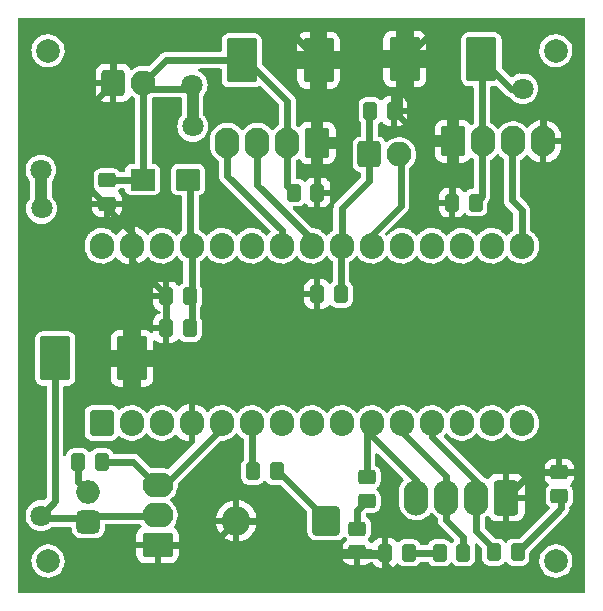
<source format=gbl>
G04 #@! TF.GenerationSoftware,KiCad,Pcbnew,(6.0.7)*
G04 #@! TF.CreationDate,2022-12-27T14:57:14-05:00*
G04 #@! TF.ProjectId,smt_oven_120AC,736d745f-6f76-4656-9e5f-31323041432e,rev?*
G04 #@! TF.SameCoordinates,Original*
G04 #@! TF.FileFunction,Copper,L2,Bot*
G04 #@! TF.FilePolarity,Positive*
%FSLAX46Y46*%
G04 Gerber Fmt 4.6, Leading zero omitted, Abs format (unit mm)*
G04 Created by KiCad (PCBNEW (6.0.7)) date 2022-12-27 14:57:14*
%MOMM*%
%LPD*%
G01*
G04 APERTURE LIST*
G04 Aperture macros list*
%AMRoundRect*
0 Rectangle with rounded corners*
0 $1 Rounding radius*
0 $2 $3 $4 $5 $6 $7 $8 $9 X,Y pos of 4 corners*
0 Add a 4 corners polygon primitive as box body*
4,1,4,$2,$3,$4,$5,$6,$7,$8,$9,$2,$3,0*
0 Add four circle primitives for the rounded corners*
1,1,$1+$1,$2,$3*
1,1,$1+$1,$4,$5*
1,1,$1+$1,$6,$7*
1,1,$1+$1,$8,$9*
0 Add four rect primitives between the rounded corners*
20,1,$1+$1,$2,$3,$4,$5,0*
20,1,$1+$1,$4,$5,$6,$7,0*
20,1,$1+$1,$6,$7,$8,$9,0*
20,1,$1+$1,$8,$9,$2,$3,0*%
G04 Aperture macros list end*
G04 #@! TA.AperFunction,ComponentPad*
%ADD10RoundRect,0.440000X0.560000X-0.560000X0.560000X0.560000X-0.560000X0.560000X-0.560000X-0.560000X0*%
G04 #@! TD*
G04 #@! TA.AperFunction,ComponentPad*
%ADD11O,2.000000X2.000000*%
G04 #@! TD*
G04 #@! TA.AperFunction,ComponentPad*
%ADD12RoundRect,0.315000X0.735000X-0.785000X0.735000X0.785000X-0.735000X0.785000X-0.735000X-0.785000X0*%
G04 #@! TD*
G04 #@! TA.AperFunction,ComponentPad*
%ADD13O,2.100000X2.200000*%
G04 #@! TD*
G04 #@! TA.AperFunction,ComponentPad*
%ADD14C,2.000000*%
G04 #@! TD*
G04 #@! TA.AperFunction,ComponentPad*
%ADD15RoundRect,0.288000X-0.712000X-0.812000X0.712000X-0.812000X0.712000X0.812000X-0.712000X0.812000X0*%
G04 #@! TD*
G04 #@! TA.AperFunction,ComponentPad*
%ADD16O,2.100000X2.100000*%
G04 #@! TD*
G04 #@! TA.AperFunction,ComponentPad*
%ADD17RoundRect,0.302400X0.997600X-0.747600X0.997600X0.747600X-0.997600X0.747600X-0.997600X-0.747600X0*%
G04 #@! TD*
G04 #@! TA.AperFunction,ComponentPad*
%ADD18O,2.600000X2.100000*%
G04 #@! TD*
G04 #@! TA.AperFunction,ComponentPad*
%ADD19RoundRect,0.308700X0.741300X1.191300X-0.741300X1.191300X-0.741300X-1.191300X0.741300X-1.191300X0*%
G04 #@! TD*
G04 #@! TA.AperFunction,ComponentPad*
%ADD20O,2.100000X3.000000*%
G04 #@! TD*
G04 #@! TA.AperFunction,ComponentPad*
%ADD21RoundRect,0.302400X-0.747600X-0.997600X0.747600X-0.997600X0.747600X0.997600X-0.747600X0.997600X0*%
G04 #@! TD*
G04 #@! TA.AperFunction,ComponentPad*
%ADD22O,2.100000X2.600000*%
G04 #@! TD*
G04 #@! TA.AperFunction,ComponentPad*
%ADD23RoundRect,0.360000X0.840000X0.890000X-0.840000X0.890000X-0.840000X-0.890000X0.840000X-0.890000X0*%
G04 #@! TD*
G04 #@! TA.AperFunction,ComponentPad*
%ADD24O,2.400000X2.500000*%
G04 #@! TD*
G04 #@! TA.AperFunction,ComponentPad*
%ADD25RoundRect,0.302400X0.747600X0.997600X-0.747600X0.997600X-0.747600X-0.997600X0.747600X-0.997600X0*%
G04 #@! TD*
G04 #@! TA.AperFunction,SMDPad,CuDef*
%ADD26RoundRect,0.288600X1.011400X1.611400X-1.011400X1.611400X-1.011400X-1.611400X1.011400X-1.611400X0*%
G04 #@! TD*
G04 #@! TA.AperFunction,SMDPad,CuDef*
%ADD27RoundRect,0.249600X0.500400X-0.350400X0.500400X0.350400X-0.500400X0.350400X-0.500400X-0.350400X0*%
G04 #@! TD*
G04 #@! TA.AperFunction,SMDPad,CuDef*
%ADD28RoundRect,0.249600X0.350400X0.500400X-0.350400X0.500400X-0.350400X-0.500400X0.350400X-0.500400X0*%
G04 #@! TD*
G04 #@! TA.AperFunction,SMDPad,CuDef*
%ADD29RoundRect,0.249600X-0.350400X-0.500400X0.350400X-0.500400X0.350400X0.500400X-0.350400X0.500400X0*%
G04 #@! TD*
G04 #@! TA.AperFunction,SMDPad,CuDef*
%ADD30RoundRect,0.288600X-1.011400X-1.611400X1.011400X-1.611400X1.011400X1.611400X-1.011400X1.611400X0*%
G04 #@! TD*
G04 #@! TA.AperFunction,SMDPad,CuDef*
%ADD31RoundRect,0.249600X-0.500400X0.350400X-0.500400X-0.350400X0.500400X-0.350400X0.500400X0.350400X0*%
G04 #@! TD*
G04 #@! TA.AperFunction,SMDPad,CuDef*
%ADD32RoundRect,0.180000X0.870000X0.720000X-0.870000X0.720000X-0.870000X-0.720000X0.870000X-0.720000X0*%
G04 #@! TD*
G04 #@! TA.AperFunction,SMDPad,CuDef*
%ADD33RoundRect,0.036000X1.014000X0.864000X-1.014000X0.864000X-1.014000X-0.864000X1.014000X-0.864000X0*%
G04 #@! TD*
G04 #@! TA.AperFunction,ViaPad*
%ADD34C,1.800000*%
G04 #@! TD*
G04 #@! TA.AperFunction,Conductor*
%ADD35C,0.600000*%
G04 #@! TD*
G04 #@! TA.AperFunction,Conductor*
%ADD36C,1.000000*%
G04 #@! TD*
G04 APERTURE END LIST*
D10*
G04 #@! TO.P,D2,A,A*
G04 #@! TO.N,5V*
X59400000Y-73675000D03*
D11*
G04 #@! TO.P,D2,K,K*
G04 #@! TO.N,Net-(D2-PadK)*
X59400000Y-71135000D03*
G04 #@! TD*
D12*
G04 #@! TO.P,a1,1,D1/TX*
G04 #@! TO.N,unconnected-(a1-Pad1)*
X60550000Y-65310000D03*
D13*
G04 #@! TO.P,a1,2,D0/RX*
G04 #@! TO.N,unconnected-(a1-Pad2)*
X63090000Y-65310000D03*
G04 #@! TO.P,a1,3,~{RESET}*
G04 #@! TO.N,unconnected-(a1-Pad3)*
X65630000Y-65310000D03*
G04 #@! TO.P,a1,4,GND*
G04 #@! TO.N,GND*
X68170000Y-65310000D03*
G04 #@! TO.P,a1,5,D2*
G04 #@! TO.N,/heater_relay_enable*
X70710000Y-65310000D03*
G04 #@! TO.P,a1,6,D3*
G04 #@! TO.N,/buzzer_enable*
X73250000Y-65310000D03*
G04 #@! TO.P,a1,7,D4*
G04 #@! TO.N,unconnected-(a1-Pad7)*
X75790000Y-65310000D03*
G04 #@! TO.P,a1,8,D5*
G04 #@! TO.N,unconnected-(a1-Pad8)*
X78330000Y-65310000D03*
G04 #@! TO.P,a1,9,D6*
G04 #@! TO.N,unconnected-(a1-Pad9)*
X80870000Y-65310000D03*
G04 #@! TO.P,a1,10,D7*
G04 #@! TO.N,/rot_button_mcu*
X83410000Y-65310000D03*
G04 #@! TO.P,a1,11,D8*
G04 #@! TO.N,/rot_left_mcu*
X85950000Y-65310000D03*
G04 #@! TO.P,a1,12,D9*
G04 #@! TO.N,/rot_right_mcu*
X88490000Y-65310000D03*
G04 #@! TO.P,a1,13,D10*
G04 #@! TO.N,unconnected-(a1-Pad13)*
X91030000Y-65310000D03*
G04 #@! TO.P,a1,14,D11*
G04 #@! TO.N,unconnected-(a1-Pad14)*
X93570000Y-65310000D03*
G04 #@! TO.P,a1,15,D12*
G04 #@! TO.N,unconnected-(a1-Pad15)*
X96110000Y-65310000D03*
G04 #@! TO.P,a1,16,D13*
G04 #@! TO.N,/rgb_led*
X96110000Y-50310000D03*
G04 #@! TO.P,a1,17,3V3*
G04 #@! TO.N,unconnected-(a1-Pad17)*
X93570000Y-50310000D03*
G04 #@! TO.P,a1,18,AREF*
G04 #@! TO.N,unconnected-(a1-Pad18)*
X91030000Y-50310000D03*
G04 #@! TO.P,a1,19,A0*
G04 #@! TO.N,unconnected-(a1-Pad19)*
X88490000Y-50310000D03*
G04 #@! TO.P,a1,20,A1*
G04 #@! TO.N,unconnected-(a1-Pad20)*
X85950000Y-50310000D03*
G04 #@! TO.P,a1,21,A2*
G04 #@! TO.N,/enable_ntc_check*
X83410000Y-50310000D03*
G04 #@! TO.P,a1,22,A3*
G04 #@! TO.N,/ntc_temp_adc*
X80870000Y-50310000D03*
G04 #@! TO.P,a1,23,A4*
G04 #@! TO.N,/sda*
X78330000Y-50310000D03*
G04 #@! TO.P,a1,24,A5*
G04 #@! TO.N,/scl*
X75790000Y-50310000D03*
G04 #@! TO.P,a1,25,A6*
G04 #@! TO.N,unconnected-(a1-Pad25)*
X73250000Y-50310000D03*
G04 #@! TO.P,a1,26,A7*
G04 #@! TO.N,unconnected-(a1-Pad26)*
X70710000Y-50310000D03*
G04 #@! TO.P,a1,27,+5V*
G04 #@! TO.N,5V_arduino*
X68170000Y-50310000D03*
G04 #@! TO.P,a1,28,~{RESET}*
G04 #@! TO.N,unconnected-(a1-Pad28)*
X65630000Y-50310000D03*
G04 #@! TO.P,a1,29,GND*
G04 #@! TO.N,GND*
X63090000Y-50310000D03*
G04 #@! TO.P,a1,30,VIN*
G04 #@! TO.N,unconnected-(a1-Pad30)*
X60550000Y-50310000D03*
G04 #@! TD*
D14*
G04 #@! TO.P,H3,*
G04 #@! TO.N,*
X56000000Y-33800000D03*
G04 #@! TD*
G04 #@! TO.P,H1,*
G04 #@! TO.N,*
X99000000Y-77000000D03*
G04 #@! TD*
G04 #@! TO.P,H4,*
G04 #@! TO.N,*
X56000000Y-77000000D03*
G04 #@! TD*
D15*
G04 #@! TO.P,J6,1,Pin_1*
G04 #@! TO.N,/ntc_temp_adc*
X83180000Y-42570000D03*
D16*
G04 #@! TO.P,J6,2,Pin_2*
G04 #@! TO.N,/enable_ntc_check*
X85720000Y-42570000D03*
G04 #@! TD*
D17*
G04 #@! TO.P,J2,1,Pin_1*
G04 #@! TO.N,GND*
X65270000Y-75640000D03*
D18*
G04 #@! TO.P,J2,2,Pin_2*
G04 #@! TO.N,5V*
X65270000Y-73100000D03*
G04 #@! TO.P,J2,3,Pin_3*
G04 #@! TO.N,/heater_relay_enable*
X65270000Y-70560000D03*
G04 #@! TD*
D19*
G04 #@! TO.P,J3,1,Pin_1*
G04 #@! TO.N,GND*
X94800000Y-71625000D03*
D20*
G04 #@! TO.P,J3,2,Pin_2*
G04 #@! TO.N,/rot_right_mcu*
X92260000Y-71625000D03*
G04 #@! TO.P,J3,3,Pin_3*
G04 #@! TO.N,/rot_left_mcu*
X89720000Y-71625000D03*
G04 #@! TO.P,J3,4,Pin_4*
G04 #@! TO.N,/rot_button_mcu*
X87180000Y-71625000D03*
G04 #@! TD*
D15*
G04 #@! TO.P,J1,1,Pin_1*
G04 #@! TO.N,GND*
X61530000Y-36520000D03*
D16*
G04 #@! TO.P,J1,2,Pin_2*
G04 #@! TO.N,5V*
X64070000Y-36520000D03*
G04 #@! TD*
D21*
G04 #@! TO.P,J5,1,Pin_1*
G04 #@! TO.N,GND*
X90290000Y-41470000D03*
D22*
G04 #@! TO.P,J5,2,Pin_2*
G04 #@! TO.N,5V*
X92830000Y-41470000D03*
G04 #@! TO.P,J5,3,Pin_3*
G04 #@! TO.N,/rgb_led*
X95370000Y-41470000D03*
G04 #@! TO.P,J5,4,Pin_4*
G04 #@! TO.N,GND*
X97910000Y-41470000D03*
G04 #@! TD*
D23*
G04 #@! TO.P,LS1,1,1*
G04 #@! TO.N,Net-(LS1-Pad1)*
X79560000Y-73600000D03*
D24*
G04 #@! TO.P,LS1,2,2*
G04 #@! TO.N,GND*
X71940000Y-73600000D03*
G04 #@! TD*
D25*
G04 #@! TO.P,J4,1,Pin_1*
G04 #@! TO.N,GND*
X78800000Y-41600000D03*
D22*
G04 #@! TO.P,J4,2,Pin_2*
G04 #@! TO.N,5V*
X76260000Y-41600000D03*
G04 #@! TO.P,J4,3,Pin_3*
G04 #@! TO.N,/sda*
X73720000Y-41600000D03*
G04 #@! TO.P,J4,4,Pin_4*
G04 #@! TO.N,/scl*
X71180000Y-41600000D03*
G04 #@! TD*
D14*
G04 #@! TO.P,H2,*
G04 #@! TO.N,*
X99000000Y-33800000D03*
G04 #@! TD*
D26*
G04 #@! TO.P,C11,1*
G04 #@! TO.N,5V*
X92700000Y-34500000D03*
G04 #@! TO.P,C11,2*
G04 #@! TO.N,GND*
X86200000Y-34500000D03*
G04 #@! TD*
D27*
G04 #@! TO.P,R2,1*
G04 #@! TO.N,Net-(C7-Pad1)*
X83000000Y-71900000D03*
G04 #@! TO.P,R2,2*
G04 #@! TO.N,/rot_button_mcu*
X83000000Y-69900000D03*
G04 #@! TD*
D28*
G04 #@! TO.P,R1,1*
G04 #@! TO.N,/heater_relay_enable*
X60550000Y-68600000D03*
G04 #@! TO.P,R1,2*
G04 #@! TO.N,Net-(D2-PadK)*
X58550000Y-68600000D03*
G04 #@! TD*
D29*
G04 #@! TO.P,C8,1*
G04 #@! TO.N,5V*
X76800000Y-45800000D03*
G04 #@! TO.P,C8,2*
G04 #@! TO.N,GND*
X78800000Y-45800000D03*
G04 #@! TD*
D28*
G04 #@! TO.P,C9,1*
G04 #@! TO.N,Net-(C9-Pad1)*
X86550000Y-76300000D03*
G04 #@! TO.P,C9,2*
G04 #@! TO.N,GND*
X84550000Y-76300000D03*
G04 #@! TD*
D29*
G04 #@! TO.P,R5,1*
G04 #@! TO.N,/buzzer_enable*
X73350000Y-69400000D03*
G04 #@! TO.P,R5,2*
G04 #@! TO.N,Net-(LS1-Pad1)*
X75350000Y-69400000D03*
G04 #@! TD*
D30*
G04 #@! TO.P,C4,1*
G04 #@! TO.N,5V*
X56600000Y-59850000D03*
G04 #@! TO.P,C4,2*
G04 #@! TO.N,GND*
X63100000Y-59850000D03*
G04 #@! TD*
D28*
G04 #@! TO.P,C12,1*
G04 #@! TO.N,/ntc_temp_adc*
X80800000Y-54400000D03*
G04 #@! TO.P,C12,2*
G04 #@! TO.N,GND*
X78800000Y-54400000D03*
G04 #@! TD*
G04 #@! TO.P,C3,1*
G04 #@! TO.N,5V_arduino*
X68000000Y-54600000D03*
G04 #@! TO.P,C3,2*
G04 #@! TO.N,GND*
X66000000Y-54600000D03*
G04 #@! TD*
D29*
G04 #@! TO.P,R6,1*
G04 #@! TO.N,/ntc_temp_adc*
X83300000Y-38900000D03*
G04 #@! TO.P,R6,2*
G04 #@! TO.N,GND*
X85300000Y-38900000D03*
G04 #@! TD*
D28*
G04 #@! TO.P,R3,1*
G04 #@! TO.N,Net-(C6-Pad1)*
X95750000Y-76250000D03*
G04 #@! TO.P,R3,2*
G04 #@! TO.N,/rot_right_mcu*
X93750000Y-76250000D03*
G04 #@! TD*
D31*
G04 #@! TO.P,C1,1*
G04 #@! TO.N,5V*
X61000000Y-44750000D03*
G04 #@! TO.P,C1,2*
G04 #@! TO.N,GND*
X61000000Y-46750000D03*
G04 #@! TD*
D27*
G04 #@! TO.P,C6,1*
G04 #@! TO.N,Net-(C6-Pad1)*
X99300000Y-71500000D03*
G04 #@! TO.P,C6,2*
G04 #@! TO.N,GND*
X99300000Y-69500000D03*
G04 #@! TD*
D31*
G04 #@! TO.P,C7,1*
G04 #@! TO.N,Net-(C7-Pad1)*
X82200000Y-74250000D03*
G04 #@! TO.P,C7,2*
G04 #@! TO.N,GND*
X82200000Y-76250000D03*
G04 #@! TD*
D28*
G04 #@! TO.P,C2,1*
G04 #@! TO.N,5V_arduino*
X68000000Y-57300000D03*
G04 #@! TO.P,C2,2*
G04 #@! TO.N,GND*
X66000000Y-57300000D03*
G04 #@! TD*
G04 #@! TO.P,C10,1*
G04 #@! TO.N,5V*
X92200000Y-46650000D03*
G04 #@! TO.P,C10,2*
G04 #@! TO.N,GND*
X90200000Y-46650000D03*
G04 #@! TD*
G04 #@! TO.P,R4,1*
G04 #@! TO.N,/rot_left_mcu*
X91150000Y-76300000D03*
G04 #@! TO.P,R4,2*
G04 #@! TO.N,Net-(C9-Pad1)*
X89150000Y-76300000D03*
G04 #@! TD*
D32*
G04 #@! TO.P,D1,1,K*
G04 #@! TO.N,5V_arduino*
X67850000Y-44700000D03*
D33*
G04 #@! TO.P,D1,2,A*
G04 #@! TO.N,5V*
X64000000Y-44700000D03*
G04 #@! TD*
D30*
G04 #@! TO.P,C5,1*
G04 #@! TO.N,5V*
X72400000Y-34600000D03*
G04 #@! TO.P,C5,2*
G04 #@! TO.N,GND*
X78900000Y-34600000D03*
G04 #@! TD*
D34*
G04 #@! TO.N,5V*
X55450000Y-47150000D03*
X55400000Y-43900000D03*
X55400000Y-73150000D03*
X68250000Y-40200000D03*
X68200000Y-36700000D03*
X96200000Y-37000000D03*
G04 #@! TD*
D35*
G04 #@! TO.N,GND*
X78900000Y-34600000D02*
X76072161Y-31772161D01*
X87870000Y-41470000D02*
X85750000Y-39350000D01*
X69890000Y-75650000D02*
X71940000Y-73600000D01*
X61000000Y-46750000D02*
X61000000Y-47100000D01*
X85050000Y-77750000D02*
X96450000Y-77750000D01*
X63327839Y-31772161D02*
X61530000Y-33570000D01*
X66000000Y-57800000D02*
X66000000Y-54600000D01*
X85750000Y-34950000D02*
X86200000Y-34500000D01*
X100900000Y-79100000D02*
X100900000Y-69500000D01*
X94700000Y-32479108D02*
X93720892Y-31500000D01*
X90200000Y-46650000D02*
X90200000Y-41560000D01*
X85750000Y-39350000D02*
X85750000Y-34950000D01*
X78800000Y-41600000D02*
X78800000Y-45800000D01*
X71940000Y-73600000D02*
X75000000Y-73600000D01*
X97910000Y-41470000D02*
X97910000Y-37702742D01*
X97950000Y-36487258D02*
X96862742Y-35400000D01*
X59550000Y-45493737D02*
X60806263Y-46750000D01*
X89200000Y-31500000D02*
X86200000Y-34500000D01*
X77900000Y-76500000D02*
X84550000Y-76500000D01*
X84550000Y-76500000D02*
X84550000Y-77250000D01*
X78900000Y-41500000D02*
X78900000Y-34600000D01*
X100900000Y-69500000D02*
X96925000Y-69500000D01*
X96862742Y-35400000D02*
X96050000Y-35400000D01*
X66000000Y-54510000D02*
X63090000Y-51600000D01*
X97800000Y-79100000D02*
X100900000Y-79100000D01*
X63090000Y-51600000D02*
X63090000Y-50510000D01*
X94700000Y-34050000D02*
X94700000Y-32479108D01*
X65180000Y-75650000D02*
X69890000Y-75650000D01*
X93720892Y-31500000D02*
X89200000Y-31500000D01*
X86100000Y-34600000D02*
X86200000Y-34500000D01*
X78900000Y-34600000D02*
X86100000Y-34600000D01*
X96925000Y-69500000D02*
X94800000Y-71625000D01*
X61530000Y-33570000D02*
X61530000Y-36520000D01*
X61530000Y-36520000D02*
X59550000Y-38500000D01*
X96050000Y-35400000D02*
X94700000Y-34050000D01*
X60806263Y-46750000D02*
X61000000Y-46750000D01*
X59550000Y-38500000D02*
X59550000Y-45493737D01*
X66000000Y-54600000D02*
X66000000Y-54510000D01*
X96450000Y-77750000D02*
X97800000Y-79100000D01*
X97910000Y-37702742D02*
X97950000Y-37662742D01*
X61000000Y-47100000D02*
X63090000Y-49190000D01*
X84550000Y-77250000D02*
X85050000Y-77750000D01*
X78800000Y-54400000D02*
X78800000Y-54680000D01*
X75000000Y-73600000D02*
X77900000Y-76500000D01*
X90200000Y-41560000D02*
X90290000Y-41470000D01*
X76072161Y-31772161D02*
X63327839Y-31772161D01*
X63090000Y-49190000D02*
X63090000Y-50310000D01*
X97950000Y-37662742D02*
X97950000Y-36487258D01*
X90290000Y-41470000D02*
X87870000Y-41470000D01*
G04 #@! TO.N,/buzzer_enable*
X73300000Y-65360000D02*
X73250000Y-65310000D01*
X73300000Y-69055000D02*
X73300000Y-65360000D01*
X73595000Y-69350000D02*
X73300000Y-69055000D01*
G04 #@! TO.N,/heater_relay_enable*
X65865000Y-70560000D02*
X70710000Y-65715000D01*
X63210000Y-68600000D02*
X65170000Y-70560000D01*
X70710000Y-65715000D02*
X70710000Y-65310000D01*
X60550000Y-68600000D02*
X63210000Y-68600000D01*
X65170000Y-70560000D02*
X65865000Y-70560000D01*
G04 #@! TO.N,/rot_button_mcu*
X83410000Y-66340000D02*
X83410000Y-65310000D01*
X87180000Y-71625000D02*
X87180000Y-70180000D01*
X83000000Y-65720000D02*
X83410000Y-65310000D01*
X87180000Y-70180000D02*
X83410000Y-66410000D01*
X83000000Y-69900000D02*
X83000000Y-65720000D01*
G04 #@! TO.N,/rot_left_mcu*
X89720000Y-71625000D02*
X89720000Y-69820000D01*
X91150000Y-75000000D02*
X89720000Y-73570000D01*
X89720000Y-69820000D02*
X85950000Y-66050000D01*
X85950000Y-66050000D02*
X85950000Y-65310000D01*
X91150000Y-76300000D02*
X91150000Y-75000000D01*
X89720000Y-73570000D02*
X89720000Y-71625000D01*
G04 #@! TO.N,/rot_right_mcu*
X93500000Y-75700000D02*
X93500000Y-76500000D01*
X92260000Y-71625000D02*
X92260000Y-74460000D01*
X92260000Y-74460000D02*
X93500000Y-75700000D01*
X88490000Y-66490000D02*
X92260000Y-70260000D01*
X92260000Y-70260000D02*
X92260000Y-71625000D01*
X88490000Y-65310000D02*
X88490000Y-66490000D01*
G04 #@! TO.N,/rgb_led*
X95270000Y-46470000D02*
X96110000Y-47310000D01*
X95370000Y-41470000D02*
X95270000Y-41570000D01*
X95270000Y-41570000D02*
X95270000Y-46470000D01*
X96110000Y-47310000D02*
X96110000Y-50310000D01*
G04 #@! TO.N,/enable_ntc_check*
X83410000Y-50510000D02*
X83410000Y-49390000D01*
X85870000Y-46930000D02*
X85870000Y-42330000D01*
X83410000Y-49390000D02*
X85870000Y-46930000D01*
G04 #@! TO.N,/ntc_temp_adc*
X80870000Y-47130000D02*
X83200000Y-44800000D01*
X80870000Y-50510000D02*
X80870000Y-47130000D01*
X83200000Y-44800000D02*
X83200000Y-39000000D01*
X80800000Y-50380000D02*
X80870000Y-50310000D01*
X83200000Y-39000000D02*
X83300000Y-38900000D01*
X80800000Y-54400000D02*
X80800000Y-50380000D01*
G04 #@! TO.N,/sda*
X73730000Y-41610000D02*
X73730000Y-45130000D01*
X73730000Y-45130000D02*
X78330000Y-49730000D01*
X73720000Y-41600000D02*
X73730000Y-41610000D01*
X78330000Y-49730000D02*
X78330000Y-50510000D01*
G04 #@! TO.N,/scl*
X71190000Y-44390000D02*
X75790000Y-48990000D01*
X75790000Y-48990000D02*
X75790000Y-50510000D01*
X71180000Y-41600000D02*
X71190000Y-41610000D01*
X71190000Y-41610000D02*
X71190000Y-44390000D01*
G04 #@! TO.N,5V_arduino*
X68170000Y-57230000D02*
X68170000Y-50310000D01*
X67400000Y-44750000D02*
X68050000Y-45400000D01*
X68000000Y-57400000D02*
X68170000Y-57230000D01*
X68050000Y-50190000D02*
X68170000Y-50310000D01*
X68050000Y-45400000D02*
X68050000Y-50190000D01*
G04 #@! TO.N,5V*
X92730000Y-41570000D02*
X92730000Y-46120000D01*
X92730000Y-41370000D02*
X92830000Y-41470000D01*
X64070000Y-36520000D02*
X64070000Y-44630000D01*
X68150000Y-37050000D02*
X64600000Y-37050000D01*
X92700000Y-34500000D02*
X92730000Y-34530000D01*
X55650000Y-73400000D02*
X59125000Y-73400000D01*
X92730000Y-46120000D02*
X92200000Y-46650000D01*
X56600000Y-71950000D02*
X55400000Y-73150000D01*
X59925000Y-73150000D02*
X65120000Y-73150000D01*
X68250000Y-36750000D02*
X68200000Y-36700000D01*
X92830000Y-41470000D02*
X92730000Y-41570000D01*
X64600000Y-37050000D02*
X64070000Y-36520000D01*
D36*
X55400000Y-43900000D02*
X55400000Y-47100000D01*
D35*
X56600000Y-59850000D02*
X56600000Y-71950000D01*
X96350000Y-37000000D02*
X95200000Y-37000000D01*
X76270000Y-38070000D02*
X76270000Y-45270000D01*
X64070000Y-44630000D02*
X63950000Y-44750000D01*
X72400000Y-34600000D02*
X72800000Y-34600000D01*
X59400000Y-73675000D02*
X59925000Y-73150000D01*
X64050000Y-36540000D02*
X64050000Y-37000000D01*
X55400000Y-73150000D02*
X55650000Y-73400000D01*
X65990000Y-34600000D02*
X64050000Y-36540000D01*
D36*
X68250000Y-40200000D02*
X68250000Y-36750000D01*
D35*
X72400000Y-34600000D02*
X65990000Y-34600000D01*
X63950000Y-44750000D02*
X64000000Y-44700000D01*
X59125000Y-73400000D02*
X59400000Y-73675000D01*
X61000000Y-44750000D02*
X63950000Y-44750000D01*
X92730000Y-34530000D02*
X92730000Y-41370000D01*
X76270000Y-45270000D02*
X76800000Y-45800000D01*
X95200000Y-37000000D02*
X92700000Y-34500000D01*
X72800000Y-34600000D02*
X76270000Y-38070000D01*
G04 #@! TO.N,Net-(C7-Pad1)*
X82200000Y-72700000D02*
X83000000Y-71900000D01*
X82200000Y-74250000D02*
X82200000Y-72700000D01*
G04 #@! TO.N,Net-(D2-PadK)*
X59400000Y-71135000D02*
X58550000Y-70285000D01*
X58550000Y-70285000D02*
X58550000Y-68600000D01*
G04 #@! TO.N,Net-(LS1-Pad1)*
X75505000Y-69400000D02*
X79560000Y-73455000D01*
G04 #@! TO.N,Net-(C6-Pad1)*
X95750000Y-76250000D02*
X99450000Y-72550000D01*
X99450000Y-72550000D02*
X99450000Y-71850000D01*
G04 #@! TO.N,Net-(C9-Pad1)*
X86550000Y-76350000D02*
X89150000Y-76350000D01*
G04 #@! TD*
G04 #@! TA.AperFunction,Conductor*
G04 #@! TO.N,GND*
G36*
X101441621Y-31020502D02*
G01*
X101488114Y-31074158D01*
X101499500Y-31126500D01*
X101499500Y-79573500D01*
X101479498Y-79641621D01*
X101425842Y-79688114D01*
X101373500Y-79699500D01*
X53576500Y-79699500D01*
X53508379Y-79679498D01*
X53461886Y-79625842D01*
X53450500Y-79573500D01*
X53450500Y-76965665D01*
X54595119Y-76965665D01*
X54595416Y-76970817D01*
X54595416Y-76970821D01*
X54601018Y-77067965D01*
X54608376Y-77195580D01*
X54609513Y-77200626D01*
X54609514Y-77200632D01*
X54640897Y-77339885D01*
X54659006Y-77420242D01*
X54660948Y-77425024D01*
X54660949Y-77425028D01*
X54743705Y-77628831D01*
X54745649Y-77633618D01*
X54865979Y-77829978D01*
X55016763Y-78004048D01*
X55193953Y-78151154D01*
X55392790Y-78267345D01*
X55607934Y-78349501D01*
X55613000Y-78350532D01*
X55613001Y-78350532D01*
X55713697Y-78371018D01*
X55833607Y-78395414D01*
X55963352Y-78400172D01*
X56058585Y-78403664D01*
X56058589Y-78403664D01*
X56063749Y-78403853D01*
X56068869Y-78403197D01*
X56068871Y-78403197D01*
X56138272Y-78394307D01*
X56292178Y-78374591D01*
X56297126Y-78373106D01*
X56297133Y-78373105D01*
X56507811Y-78309898D01*
X56507810Y-78309898D01*
X56512761Y-78308413D01*
X56719574Y-78207096D01*
X56907062Y-78073363D01*
X57070190Y-77910803D01*
X57128269Y-77829978D01*
X57201559Y-77727983D01*
X57204577Y-77723783D01*
X57306615Y-77517325D01*
X57337643Y-77415200D01*
X57372059Y-77301927D01*
X57372060Y-77301921D01*
X57373563Y-77296975D01*
X57391805Y-77158408D01*
X57403185Y-77071971D01*
X57403185Y-77071965D01*
X57403622Y-77068649D01*
X57405300Y-77000000D01*
X57386430Y-76770478D01*
X57330326Y-76547120D01*
X57298840Y-76474706D01*
X63462000Y-76474706D01*
X63462054Y-76476597D01*
X63463477Y-76486533D01*
X63501592Y-76651626D01*
X63506242Y-76664829D01*
X63579239Y-76815832D01*
X63586703Y-76827684D01*
X63691342Y-76958762D01*
X63701238Y-76968658D01*
X63832316Y-77073297D01*
X63844168Y-77080761D01*
X63995171Y-77153758D01*
X64008374Y-77158408D01*
X64173467Y-77196523D01*
X64183403Y-77197946D01*
X64185294Y-77198000D01*
X64997885Y-77198000D01*
X65013124Y-77193525D01*
X65014329Y-77192135D01*
X65016000Y-77184452D01*
X65016000Y-77179885D01*
X65524000Y-77179885D01*
X65528475Y-77195124D01*
X65529865Y-77196329D01*
X65537548Y-77198000D01*
X66354706Y-77198000D01*
X66356597Y-77197946D01*
X66366533Y-77196523D01*
X66531626Y-77158408D01*
X66544829Y-77153758D01*
X66695832Y-77080761D01*
X66707684Y-77073297D01*
X66838762Y-76968658D01*
X66848658Y-76958762D01*
X66953297Y-76827684D01*
X66960761Y-76815832D01*
X67033758Y-76664829D01*
X67038408Y-76651626D01*
X67039368Y-76647466D01*
X80942000Y-76647466D01*
X80942337Y-76653982D01*
X80952250Y-76749523D01*
X80955143Y-76762919D01*
X81006556Y-76917021D01*
X81012720Y-76930181D01*
X81097983Y-77067965D01*
X81107010Y-77079354D01*
X81221679Y-77193823D01*
X81233090Y-77202835D01*
X81371015Y-77287853D01*
X81384192Y-77293997D01*
X81538397Y-77345144D01*
X81551762Y-77348010D01*
X81646069Y-77357672D01*
X81652485Y-77358000D01*
X81927885Y-77358000D01*
X81943124Y-77353525D01*
X81944329Y-77352135D01*
X81946000Y-77344452D01*
X81946000Y-77339885D01*
X82454000Y-77339885D01*
X82458475Y-77355124D01*
X82459865Y-77356329D01*
X82467548Y-77358000D01*
X82747466Y-77358000D01*
X82753982Y-77357663D01*
X82849523Y-77347750D01*
X82862919Y-77344857D01*
X83017021Y-77293444D01*
X83030181Y-77287280D01*
X83167965Y-77202017D01*
X83179354Y-77192990D01*
X83298994Y-77073141D01*
X83301219Y-77075362D01*
X83347646Y-77042450D01*
X83418569Y-77039222D01*
X83479978Y-77074851D01*
X83501785Y-77111169D01*
X83503449Y-77110389D01*
X83512720Y-77130181D01*
X83597983Y-77267965D01*
X83607010Y-77279354D01*
X83721679Y-77393823D01*
X83733090Y-77402835D01*
X83871015Y-77487853D01*
X83884192Y-77493997D01*
X84038397Y-77545144D01*
X84051762Y-77548010D01*
X84146069Y-77557672D01*
X84152485Y-77558000D01*
X84277885Y-77558000D01*
X84293124Y-77553525D01*
X84294329Y-77552135D01*
X84296000Y-77544452D01*
X84296000Y-76572115D01*
X84291525Y-76556876D01*
X84290135Y-76555671D01*
X84282452Y-76554000D01*
X83498905Y-76554000D01*
X83430784Y-76533998D01*
X83416393Y-76523225D01*
X83396135Y-76505671D01*
X83388452Y-76504000D01*
X82472115Y-76504000D01*
X82456876Y-76508475D01*
X82455671Y-76509865D01*
X82454000Y-76517548D01*
X82454000Y-77339885D01*
X81946000Y-77339885D01*
X81946000Y-76522115D01*
X81941525Y-76506876D01*
X81940135Y-76505671D01*
X81932452Y-76504000D01*
X80960115Y-76504000D01*
X80944876Y-76508475D01*
X80943671Y-76509865D01*
X80942000Y-76517548D01*
X80942000Y-76647466D01*
X67039368Y-76647466D01*
X67076523Y-76486533D01*
X67077946Y-76476597D01*
X67078000Y-76474706D01*
X67078000Y-75912115D01*
X67073525Y-75896876D01*
X67072135Y-75895671D01*
X67064452Y-75894000D01*
X65542115Y-75894000D01*
X65526876Y-75898475D01*
X65525671Y-75899865D01*
X65524000Y-75907548D01*
X65524000Y-77179885D01*
X65016000Y-77179885D01*
X65016000Y-75912115D01*
X65011525Y-75896876D01*
X65010135Y-75895671D01*
X65002452Y-75894000D01*
X63480115Y-75894000D01*
X63464876Y-75898475D01*
X63463671Y-75899865D01*
X63462000Y-75907548D01*
X63462000Y-76474706D01*
X57298840Y-76474706D01*
X57238496Y-76335924D01*
X57113405Y-76142563D01*
X57092774Y-76119889D01*
X56961890Y-75976051D01*
X56961889Y-75976050D01*
X56958412Y-75972229D01*
X56954361Y-75969030D01*
X56954357Y-75969026D01*
X56781735Y-75832697D01*
X56781730Y-75832693D01*
X56777681Y-75829496D01*
X56773165Y-75827003D01*
X56773162Y-75827001D01*
X56580589Y-75720695D01*
X56580585Y-75720693D01*
X56576065Y-75718198D01*
X56571196Y-75716474D01*
X56571192Y-75716472D01*
X56363853Y-75643049D01*
X56363849Y-75643048D01*
X56358978Y-75641323D01*
X56353885Y-75640416D01*
X56353882Y-75640415D01*
X56230793Y-75618490D01*
X56132250Y-75600937D01*
X56045802Y-75599881D01*
X55907141Y-75598186D01*
X55907139Y-75598186D01*
X55901971Y-75598123D01*
X55674325Y-75632958D01*
X55455424Y-75704506D01*
X55251149Y-75810845D01*
X55066984Y-75949119D01*
X54907877Y-76115616D01*
X54778099Y-76305863D01*
X54775923Y-76310552D01*
X54775919Y-76310558D01*
X54683404Y-76509865D01*
X54681136Y-76514752D01*
X54619592Y-76736673D01*
X54619043Y-76741810D01*
X54595857Y-76958762D01*
X54595119Y-76965665D01*
X53450500Y-76965665D01*
X53450500Y-73150000D01*
X54094532Y-73150000D01*
X54114365Y-73376692D01*
X54115789Y-73382005D01*
X54115789Y-73382007D01*
X54144953Y-73490847D01*
X54173261Y-73596496D01*
X54175583Y-73601476D01*
X54175584Y-73601478D01*
X54256012Y-73773954D01*
X54269432Y-73802734D01*
X54399953Y-73989139D01*
X54560861Y-74150047D01*
X54747266Y-74280568D01*
X54752244Y-74282889D01*
X54752247Y-74282891D01*
X54948522Y-74374416D01*
X54953504Y-74376739D01*
X54958812Y-74378161D01*
X54958814Y-74378162D01*
X55167993Y-74434211D01*
X55167995Y-74434211D01*
X55173308Y-74435635D01*
X55400000Y-74455468D01*
X55626692Y-74435635D01*
X55632005Y-74434211D01*
X55632007Y-74434211D01*
X55841186Y-74378162D01*
X55841188Y-74378161D01*
X55846496Y-74376739D01*
X55851478Y-74374416D01*
X56047753Y-74282891D01*
X56047756Y-74282889D01*
X56052734Y-74280568D01*
X56239139Y-74150047D01*
X56251781Y-74137405D01*
X56314093Y-74103379D01*
X56340876Y-74100500D01*
X57873500Y-74100500D01*
X57941621Y-74120502D01*
X57988114Y-74174158D01*
X57999500Y-74226500D01*
X57999500Y-74307700D01*
X58002366Y-74349742D01*
X58046545Y-74526934D01*
X58049578Y-74533044D01*
X58058243Y-74550500D01*
X58127744Y-74690507D01*
X58242172Y-74832828D01*
X58384493Y-74947256D01*
X58548066Y-75028455D01*
X58725258Y-75072634D01*
X58745659Y-75074025D01*
X58765153Y-75075354D01*
X58765164Y-75075354D01*
X58767300Y-75075500D01*
X60032700Y-75075500D01*
X60034836Y-75075354D01*
X60034847Y-75075354D01*
X60054341Y-75074025D01*
X60074742Y-75072634D01*
X60251934Y-75028455D01*
X60415507Y-74947256D01*
X60557828Y-74832828D01*
X60672256Y-74690507D01*
X60741757Y-74550500D01*
X60750422Y-74533044D01*
X60753455Y-74526934D01*
X60797634Y-74349742D01*
X60800500Y-74307700D01*
X60800500Y-73976500D01*
X60820502Y-73908379D01*
X60874158Y-73861886D01*
X60926500Y-73850500D01*
X63706597Y-73850500D01*
X63774718Y-73870502D01*
X63807356Y-73900846D01*
X63833173Y-73935231D01*
X63889599Y-74010383D01*
X63914505Y-74076868D01*
X63899513Y-74146263D01*
X63849279Y-74194138D01*
X63850128Y-74195486D01*
X63832316Y-74206703D01*
X63701238Y-74311342D01*
X63691342Y-74321238D01*
X63586703Y-74452316D01*
X63579239Y-74464168D01*
X63506242Y-74615171D01*
X63501592Y-74628374D01*
X63463477Y-74793467D01*
X63462054Y-74803403D01*
X63462000Y-74805294D01*
X63462000Y-75367885D01*
X63466475Y-75383124D01*
X63467865Y-75384329D01*
X63475548Y-75386000D01*
X67059885Y-75386000D01*
X67075124Y-75381525D01*
X67076329Y-75380135D01*
X67078000Y-75372452D01*
X67078000Y-74805294D01*
X67077946Y-74803403D01*
X67076523Y-74793467D01*
X67038408Y-74628374D01*
X67033758Y-74615171D01*
X66960761Y-74464168D01*
X66953297Y-74452316D01*
X66848658Y-74321238D01*
X66838762Y-74311342D01*
X66707684Y-74206703D01*
X66695837Y-74199242D01*
X66695648Y-74199151D01*
X66695548Y-74199060D01*
X66689872Y-74195486D01*
X66690500Y-74194489D01*
X66643022Y-74151495D01*
X66624514Y-74082954D01*
X66646001Y-74015287D01*
X66651602Y-74007617D01*
X66729091Y-73909500D01*
X66729093Y-73909496D01*
X66732293Y-73905445D01*
X66736998Y-73896923D01*
X66751902Y-73869923D01*
X70243703Y-73869923D01*
X70246321Y-73904335D01*
X70247766Y-73913781D01*
X70304281Y-74157601D01*
X70307137Y-74166714D01*
X70399880Y-74399177D01*
X70404083Y-74407757D01*
X70530923Y-74623518D01*
X70536374Y-74631361D01*
X70694393Y-74825457D01*
X70700966Y-74832383D01*
X70886521Y-75000340D01*
X70894073Y-75006198D01*
X71102902Y-75144157D01*
X71111239Y-75148798D01*
X71338535Y-75253582D01*
X71347489Y-75256912D01*
X71588027Y-75326113D01*
X71597361Y-75328045D01*
X71668034Y-75337162D01*
X71682264Y-75334904D01*
X71686000Y-75321829D01*
X71686000Y-75321578D01*
X72194000Y-75321578D01*
X72197773Y-75334429D01*
X72212870Y-75336349D01*
X72361308Y-75310042D01*
X72370540Y-75307671D01*
X72607556Y-75227215D01*
X72616325Y-75223475D01*
X72838447Y-75108091D01*
X72846547Y-75103069D01*
X73048659Y-74955416D01*
X73055915Y-74949219D01*
X73233356Y-74772704D01*
X73239596Y-74765475D01*
X73388300Y-74564147D01*
X73393370Y-74556066D01*
X73509910Y-74334560D01*
X73513699Y-74325804D01*
X73595395Y-74089212D01*
X73597814Y-74079991D01*
X73635832Y-73871822D01*
X73634441Y-73858617D01*
X73619752Y-73854000D01*
X72212115Y-73854000D01*
X72196876Y-73858475D01*
X72195671Y-73859865D01*
X72194000Y-73867548D01*
X72194000Y-75321578D01*
X71686000Y-75321578D01*
X71686000Y-73872115D01*
X71681525Y-73856876D01*
X71680135Y-73855671D01*
X71672452Y-73854000D01*
X70260607Y-73854000D01*
X70245763Y-73858359D01*
X70243703Y-73869923D01*
X66751902Y-73869923D01*
X66801037Y-73780914D01*
X66847564Y-73696631D01*
X66870098Y-73632999D01*
X66925459Y-73476663D01*
X66925460Y-73476661D01*
X66927183Y-73471794D01*
X66952765Y-73328178D01*
X70244168Y-73328178D01*
X70245559Y-73341383D01*
X70260248Y-73346000D01*
X71667885Y-73346000D01*
X71683124Y-73341525D01*
X71684329Y-73340135D01*
X71686000Y-73332452D01*
X71686000Y-73327885D01*
X72194000Y-73327885D01*
X72198475Y-73343124D01*
X72199865Y-73344329D01*
X72207548Y-73346000D01*
X73619393Y-73346000D01*
X73634237Y-73341641D01*
X73636297Y-73330077D01*
X73633679Y-73295665D01*
X73632234Y-73286219D01*
X73575719Y-73042399D01*
X73572863Y-73033286D01*
X73480120Y-72800823D01*
X73475917Y-72792243D01*
X73349077Y-72576482D01*
X73343626Y-72568639D01*
X73185607Y-72374543D01*
X73179034Y-72367617D01*
X72993479Y-72199660D01*
X72985927Y-72193802D01*
X72777098Y-72055843D01*
X72768761Y-72051202D01*
X72541465Y-71946418D01*
X72532511Y-71943088D01*
X72291973Y-71873887D01*
X72282639Y-71871955D01*
X72211966Y-71862838D01*
X72197736Y-71865096D01*
X72194000Y-71878171D01*
X72194000Y-73327885D01*
X71686000Y-73327885D01*
X71686000Y-71878422D01*
X71682227Y-71865571D01*
X71667130Y-71863651D01*
X71518692Y-71889958D01*
X71509460Y-71892329D01*
X71272444Y-71972785D01*
X71263675Y-71976525D01*
X71041553Y-72091909D01*
X71033453Y-72096931D01*
X70831341Y-72244584D01*
X70824085Y-72250781D01*
X70646644Y-72427296D01*
X70640404Y-72434525D01*
X70491700Y-72635853D01*
X70486630Y-72643934D01*
X70370090Y-72865440D01*
X70366301Y-72874196D01*
X70284605Y-73110788D01*
X70282186Y-73120009D01*
X70244168Y-73328178D01*
X66952765Y-73328178D01*
X66956607Y-73306610D01*
X66968106Y-73242060D01*
X66968106Y-73242056D01*
X66969012Y-73236972D01*
X66971501Y-73033286D01*
X66971863Y-73003640D01*
X66971863Y-73003638D01*
X66971926Y-72998471D01*
X66935847Y-72762698D01*
X66861745Y-72535982D01*
X66854719Y-72522484D01*
X66753999Y-72329003D01*
X66753998Y-72329002D01*
X66751610Y-72324414D01*
X66746590Y-72317727D01*
X66611503Y-72137810D01*
X66611501Y-72137808D01*
X66608398Y-72133675D01*
X66470373Y-72001775D01*
X66439695Y-71972458D01*
X66439694Y-71972457D01*
X66435958Y-71968887D01*
X66386626Y-71935235D01*
X66341623Y-71880324D01*
X66333452Y-71809799D01*
X66364706Y-71746052D01*
X66389192Y-71725354D01*
X66403705Y-71715966D01*
X66403711Y-71715961D01*
X66408049Y-71713155D01*
X66429070Y-71694028D01*
X66580642Y-71556107D01*
X66580643Y-71556105D01*
X66584464Y-71552629D01*
X66587663Y-71548578D01*
X66587667Y-71548574D01*
X66729091Y-71369500D01*
X66729093Y-71369496D01*
X66732293Y-71365445D01*
X66736706Y-71357452D01*
X66819775Y-71206971D01*
X66847564Y-71156631D01*
X66860855Y-71119100D01*
X66925459Y-70936663D01*
X66925460Y-70936661D01*
X66927183Y-70931794D01*
X66949935Y-70804068D01*
X66968106Y-70702060D01*
X66968106Y-70702056D01*
X66969012Y-70696972D01*
X66970351Y-70587405D01*
X66971482Y-70494833D01*
X66992315Y-70426962D01*
X67008378Y-70407278D01*
X70568694Y-66846963D01*
X70631006Y-66812937D01*
X70659328Y-66810067D01*
X70806359Y-66811863D01*
X70806361Y-66811863D01*
X70811529Y-66811926D01*
X71047302Y-66775847D01*
X71274018Y-66701745D01*
X71278606Y-66699357D01*
X71278610Y-66699355D01*
X71480997Y-66593999D01*
X71480998Y-66593998D01*
X71485586Y-66591610D01*
X71489719Y-66588507D01*
X71489722Y-66588505D01*
X71672190Y-66451503D01*
X71672192Y-66451501D01*
X71676325Y-66448398D01*
X71796427Y-66322719D01*
X71837542Y-66279695D01*
X71837543Y-66279694D01*
X71841113Y-66275958D01*
X71849324Y-66263922D01*
X71874765Y-66226626D01*
X71929676Y-66181623D01*
X72000201Y-66173452D01*
X72063948Y-66204706D01*
X72084646Y-66229192D01*
X72094034Y-66243705D01*
X72094039Y-66243711D01*
X72096845Y-66248049D01*
X72100324Y-66251872D01*
X72100326Y-66251875D01*
X72235639Y-66400581D01*
X72257371Y-66424464D01*
X72261422Y-66427663D01*
X72261426Y-66427667D01*
X72440500Y-66569091D01*
X72440504Y-66569093D01*
X72444555Y-66572293D01*
X72449076Y-66574789D01*
X72449078Y-66574790D01*
X72534393Y-66621886D01*
X72584364Y-66672319D01*
X72599500Y-66732195D01*
X72599500Y-68328129D01*
X72579498Y-68396250D01*
X72562595Y-68417224D01*
X72481837Y-68497982D01*
X72477806Y-68504798D01*
X72477803Y-68504802D01*
X72402261Y-68632539D01*
X72398226Y-68639362D01*
X72352400Y-68797094D01*
X72351895Y-68803513D01*
X72349693Y-68831485D01*
X72349692Y-68831498D01*
X72349500Y-68833944D01*
X72349500Y-69966056D01*
X72349692Y-69968502D01*
X72349693Y-69968515D01*
X72350000Y-69972409D01*
X72352400Y-70002906D01*
X72354197Y-70009090D01*
X72394207Y-70146803D01*
X72398226Y-70160638D01*
X72402261Y-70167461D01*
X72477803Y-70295198D01*
X72477806Y-70295202D01*
X72481837Y-70302018D01*
X72597982Y-70418163D01*
X72604798Y-70422194D01*
X72604802Y-70422197D01*
X72717684Y-70488954D01*
X72739362Y-70501774D01*
X72746974Y-70503985D01*
X72746975Y-70503986D01*
X72793356Y-70517461D01*
X72897094Y-70547600D01*
X72910085Y-70548622D01*
X72931485Y-70550307D01*
X72931498Y-70550308D01*
X72933944Y-70550500D01*
X73766056Y-70550500D01*
X73768502Y-70550308D01*
X73768515Y-70550307D01*
X73789915Y-70548622D01*
X73802906Y-70547600D01*
X73906644Y-70517461D01*
X73953025Y-70503986D01*
X73953026Y-70503985D01*
X73960638Y-70501774D01*
X73982316Y-70488954D01*
X74095198Y-70422197D01*
X74095202Y-70422194D01*
X74102018Y-70418163D01*
X74218163Y-70302018D01*
X74222194Y-70295202D01*
X74222197Y-70295198D01*
X74240315Y-70264561D01*
X74241546Y-70262479D01*
X74293439Y-70214027D01*
X74363289Y-70201321D01*
X74428920Y-70228396D01*
X74458454Y-70262479D01*
X74459685Y-70264561D01*
X74477803Y-70295198D01*
X74477806Y-70295202D01*
X74481837Y-70302018D01*
X74597982Y-70418163D01*
X74604798Y-70422194D01*
X74604802Y-70422197D01*
X74717684Y-70488954D01*
X74739362Y-70501774D01*
X74746974Y-70503985D01*
X74746975Y-70503986D01*
X74793356Y-70517461D01*
X74897094Y-70547600D01*
X74910085Y-70548622D01*
X74931485Y-70550307D01*
X74931498Y-70550308D01*
X74933944Y-70550500D01*
X75612654Y-70550500D01*
X75680775Y-70570502D01*
X75701749Y-70587405D01*
X77922595Y-72808252D01*
X77956621Y-72870564D01*
X77959500Y-72897347D01*
X77959501Y-73730774D01*
X77959501Y-74540526D01*
X77959838Y-74543770D01*
X77959838Y-74543778D01*
X77964680Y-74590442D01*
X77970504Y-74646578D01*
X78026627Y-74814800D01*
X78119944Y-74965599D01*
X78245449Y-75090885D01*
X78251679Y-75094725D01*
X78251680Y-75094726D01*
X78345020Y-75152261D01*
X78396411Y-75183939D01*
X78564730Y-75239768D01*
X78571567Y-75240468D01*
X78571569Y-75240469D01*
X78614391Y-75244856D01*
X78669473Y-75250500D01*
X79553132Y-75250500D01*
X80450526Y-75250499D01*
X80453770Y-75250162D01*
X80453778Y-75250162D01*
X80500442Y-75245320D01*
X80556578Y-75239496D01*
X80724800Y-75183373D01*
X80875599Y-75090056D01*
X80986007Y-74979455D01*
X81048289Y-74945376D01*
X81119109Y-74950379D01*
X81174738Y-74991245D01*
X81177802Y-74995195D01*
X81181837Y-75002018D01*
X81271342Y-75091523D01*
X81305368Y-75153835D01*
X81300303Y-75224650D01*
X81257756Y-75281486D01*
X81248550Y-75287762D01*
X81232041Y-75297978D01*
X81220646Y-75307010D01*
X81106177Y-75421679D01*
X81097165Y-75433090D01*
X81012147Y-75571015D01*
X81006003Y-75584192D01*
X80954856Y-75738397D01*
X80951990Y-75751762D01*
X80942328Y-75846069D01*
X80942000Y-75852486D01*
X80942000Y-75977885D01*
X80946475Y-75993124D01*
X80947865Y-75994329D01*
X80955548Y-75996000D01*
X83401095Y-75996000D01*
X83469216Y-76016002D01*
X83483607Y-76026775D01*
X83503865Y-76044329D01*
X83511548Y-76046000D01*
X84277885Y-76046000D01*
X84293124Y-76041525D01*
X84294329Y-76040135D01*
X84296000Y-76032452D01*
X84296000Y-75060115D01*
X84291525Y-75044876D01*
X84290135Y-75043671D01*
X84282452Y-75042000D01*
X84152534Y-75042000D01*
X84146018Y-75042337D01*
X84050477Y-75052250D01*
X84037081Y-75055143D01*
X83882979Y-75106556D01*
X83869819Y-75112720D01*
X83732035Y-75197983D01*
X83720646Y-75207010D01*
X83606177Y-75321679D01*
X83597165Y-75333090D01*
X83526375Y-75447933D01*
X83473603Y-75495426D01*
X83403531Y-75506850D01*
X83338407Y-75478576D01*
X83311969Y-75448117D01*
X83302020Y-75432039D01*
X83292990Y-75420646D01*
X83178321Y-75306177D01*
X83166911Y-75297166D01*
X83151714Y-75287798D01*
X83104222Y-75235025D01*
X83092800Y-75164953D01*
X83121074Y-75099830D01*
X83128737Y-75091444D01*
X83218163Y-75002018D01*
X83222194Y-74995202D01*
X83222197Y-74995198D01*
X83297739Y-74867461D01*
X83301774Y-74860638D01*
X83347600Y-74702906D01*
X83349057Y-74684397D01*
X83350307Y-74668515D01*
X83350308Y-74668502D01*
X83350500Y-74666056D01*
X83350500Y-73833944D01*
X83350308Y-73831498D01*
X83350307Y-73831485D01*
X83348105Y-73803513D01*
X83347600Y-73797094D01*
X83301774Y-73639362D01*
X83294543Y-73627135D01*
X83222197Y-73504802D01*
X83222194Y-73504798D01*
X83218163Y-73497982D01*
X83102018Y-73381837D01*
X83095202Y-73377806D01*
X83095198Y-73377803D01*
X82962361Y-73299245D01*
X82913909Y-73247352D01*
X82900500Y-73190791D01*
X82900500Y-73042346D01*
X82920502Y-72974225D01*
X82937405Y-72953251D01*
X82953251Y-72937405D01*
X83015563Y-72903379D01*
X83042346Y-72900500D01*
X83566056Y-72900500D01*
X83568502Y-72900308D01*
X83568515Y-72900307D01*
X83589915Y-72898622D01*
X83602906Y-72897600D01*
X83713600Y-72865440D01*
X83753025Y-72853986D01*
X83753026Y-72853985D01*
X83760638Y-72851774D01*
X83771827Y-72845157D01*
X83895198Y-72772197D01*
X83895202Y-72772194D01*
X83902018Y-72768163D01*
X84018163Y-72652018D01*
X84022194Y-72645202D01*
X84022197Y-72645198D01*
X84097739Y-72517461D01*
X84101774Y-72510638D01*
X84109396Y-72484405D01*
X84125656Y-72428436D01*
X84147600Y-72352906D01*
X84149523Y-72328476D01*
X84150307Y-72318515D01*
X84150308Y-72318502D01*
X84150500Y-72316056D01*
X84150500Y-71483944D01*
X84150308Y-71481498D01*
X84150307Y-71481485D01*
X84148105Y-71453513D01*
X84147600Y-71447094D01*
X84115217Y-71335632D01*
X84103986Y-71296975D01*
X84103985Y-71296974D01*
X84101774Y-71289362D01*
X84051084Y-71203649D01*
X84022197Y-71154802D01*
X84022194Y-71154798D01*
X84018163Y-71147982D01*
X83902018Y-71031837D01*
X83895202Y-71027806D01*
X83895198Y-71027803D01*
X83862479Y-71008454D01*
X83814027Y-70956561D01*
X83801321Y-70886711D01*
X83828396Y-70821080D01*
X83862479Y-70791546D01*
X83895198Y-70772197D01*
X83895202Y-70772194D01*
X83902018Y-70768163D01*
X84018163Y-70652018D01*
X84022194Y-70645202D01*
X84022197Y-70645198D01*
X84097739Y-70517461D01*
X84101774Y-70510638D01*
X84104168Y-70502400D01*
X84128641Y-70418163D01*
X84147600Y-70352906D01*
X84149449Y-70329409D01*
X84150307Y-70318515D01*
X84150308Y-70318502D01*
X84150500Y-70316056D01*
X84150500Y-69483944D01*
X84150308Y-69481498D01*
X84150307Y-69481485D01*
X84148105Y-69453513D01*
X84147600Y-69447094D01*
X84108906Y-69313909D01*
X84103986Y-69296975D01*
X84103985Y-69296974D01*
X84101774Y-69289362D01*
X84097739Y-69282539D01*
X84022197Y-69154802D01*
X84022194Y-69154798D01*
X84018163Y-69147982D01*
X83902018Y-69031837D01*
X83895202Y-69027806D01*
X83895198Y-69027803D01*
X83762361Y-68949245D01*
X83713909Y-68897352D01*
X83700500Y-68840791D01*
X83700500Y-67995346D01*
X83720502Y-67927225D01*
X83774158Y-67880732D01*
X83844432Y-67870628D01*
X83909012Y-67900122D01*
X83915594Y-67906250D01*
X84996424Y-68987081D01*
X86069049Y-70059706D01*
X86103075Y-70122018D01*
X86098010Y-70192834D01*
X86071048Y-70235852D01*
X86048887Y-70259042D01*
X85914475Y-70456082D01*
X85895986Y-70495914D01*
X85820923Y-70657624D01*
X85814051Y-70672428D01*
X85750309Y-70902272D01*
X85749760Y-70907409D01*
X85730630Y-71086415D01*
X85729500Y-71096986D01*
X85729500Y-72135463D01*
X85729712Y-72138036D01*
X85729712Y-72138047D01*
X85743649Y-72307565D01*
X85743650Y-72307571D01*
X85744073Y-72312716D01*
X85766116Y-72400472D01*
X85799368Y-72532856D01*
X85802179Y-72544048D01*
X85804237Y-72548781D01*
X85804238Y-72548784D01*
X85895114Y-72757783D01*
X85897288Y-72762784D01*
X86026845Y-72963049D01*
X86030324Y-72966872D01*
X86030326Y-72966875D01*
X86169668Y-73120009D01*
X86187371Y-73139464D01*
X86191422Y-73142663D01*
X86191426Y-73142667D01*
X86370500Y-73284091D01*
X86370504Y-73284093D01*
X86374555Y-73287293D01*
X86379076Y-73289789D01*
X86379078Y-73289790D01*
X86413877Y-73309000D01*
X86583369Y-73402564D01*
X86588238Y-73404288D01*
X86588242Y-73404290D01*
X86803337Y-73480459D01*
X86803339Y-73480460D01*
X86808206Y-73482183D01*
X86925617Y-73503097D01*
X87037940Y-73523106D01*
X87037944Y-73523106D01*
X87043028Y-73524012D01*
X87126860Y-73525036D01*
X87276360Y-73526863D01*
X87276362Y-73526863D01*
X87281529Y-73526926D01*
X87517302Y-73490847D01*
X87744018Y-73416745D01*
X87748606Y-73414357D01*
X87748610Y-73414355D01*
X87950997Y-73308999D01*
X87950998Y-73308998D01*
X87955586Y-73306610D01*
X87959719Y-73303507D01*
X87959722Y-73303505D01*
X88142190Y-73166503D01*
X88142192Y-73166501D01*
X88146325Y-73163398D01*
X88298994Y-73003640D01*
X88307542Y-72994695D01*
X88307543Y-72994694D01*
X88311113Y-72990958D01*
X88344765Y-72941626D01*
X88399676Y-72896623D01*
X88470201Y-72888452D01*
X88533948Y-72919706D01*
X88554646Y-72944192D01*
X88564034Y-72958705D01*
X88564035Y-72958706D01*
X88566845Y-72963049D01*
X88570324Y-72966872D01*
X88570326Y-72966875D01*
X88709668Y-73120009D01*
X88727371Y-73139464D01*
X88731422Y-73142663D01*
X88731426Y-73142667D01*
X88910500Y-73284091D01*
X88910504Y-73284093D01*
X88914555Y-73287293D01*
X88919079Y-73289790D01*
X88919083Y-73289793D01*
X88954392Y-73309284D01*
X89004363Y-73359715D01*
X89019500Y-73419593D01*
X89019500Y-73541359D01*
X89019208Y-73549929D01*
X89016266Y-73593089D01*
X89015322Y-73606930D01*
X89016627Y-73614406D01*
X89016627Y-73614409D01*
X89026178Y-73669132D01*
X89027141Y-73675658D01*
X89029679Y-73696631D01*
X89034724Y-73738320D01*
X89037409Y-73745427D01*
X89038218Y-73748720D01*
X89042177Y-73763191D01*
X89043166Y-73766467D01*
X89044473Y-73773954D01*
X89047528Y-73780913D01*
X89047528Y-73780914D01*
X89069847Y-73831760D01*
X89072339Y-73837866D01*
X89084453Y-73869923D01*
X89094655Y-73896923D01*
X89098954Y-73903178D01*
X89100535Y-73906203D01*
X89107825Y-73919299D01*
X89109566Y-73922243D01*
X89112621Y-73929202D01*
X89117246Y-73935230D01*
X89117247Y-73935231D01*
X89151042Y-73979273D01*
X89154919Y-73984609D01*
X89186381Y-74030386D01*
X89186386Y-74030392D01*
X89190688Y-74036651D01*
X89196362Y-74041706D01*
X89236657Y-74077608D01*
X89241933Y-74082589D01*
X90330487Y-75171143D01*
X90364513Y-75233455D01*
X90359448Y-75304270D01*
X90330491Y-75349328D01*
X90281837Y-75397982D01*
X90277806Y-75404798D01*
X90277803Y-75404802D01*
X90258454Y-75437521D01*
X90206561Y-75485973D01*
X90136711Y-75498679D01*
X90071080Y-75471604D01*
X90041546Y-75437521D01*
X90022197Y-75404802D01*
X90022194Y-75404798D01*
X90018163Y-75397982D01*
X89902018Y-75281837D01*
X89895202Y-75277806D01*
X89895198Y-75277803D01*
X89767461Y-75202261D01*
X89760638Y-75198226D01*
X89753026Y-75196015D01*
X89753025Y-75196014D01*
X89696242Y-75179517D01*
X89602906Y-75152400D01*
X89589915Y-75151378D01*
X89568515Y-75149693D01*
X89568502Y-75149692D01*
X89566056Y-75149500D01*
X88733944Y-75149500D01*
X88731498Y-75149692D01*
X88731485Y-75149693D01*
X88710085Y-75151378D01*
X88697094Y-75152400D01*
X88603758Y-75179517D01*
X88546975Y-75196014D01*
X88546974Y-75196015D01*
X88539362Y-75198226D01*
X88532539Y-75202261D01*
X88404802Y-75277803D01*
X88404798Y-75277806D01*
X88397982Y-75281837D01*
X88281837Y-75397982D01*
X88277806Y-75404798D01*
X88277803Y-75404802D01*
X88219940Y-75502645D01*
X88198226Y-75539362D01*
X88196015Y-75546972D01*
X88196012Y-75546979D01*
X88192620Y-75558655D01*
X88154406Y-75618490D01*
X88089909Y-75648166D01*
X88071624Y-75649500D01*
X87628376Y-75649500D01*
X87560255Y-75629498D01*
X87513762Y-75575842D01*
X87507380Y-75558655D01*
X87503988Y-75546979D01*
X87503985Y-75546972D01*
X87501774Y-75539362D01*
X87480060Y-75502645D01*
X87422197Y-75404802D01*
X87422194Y-75404798D01*
X87418163Y-75397982D01*
X87302018Y-75281837D01*
X87295202Y-75277806D01*
X87295198Y-75277803D01*
X87167461Y-75202261D01*
X87160638Y-75198226D01*
X87153026Y-75196015D01*
X87153025Y-75196014D01*
X87096242Y-75179517D01*
X87002906Y-75152400D01*
X86989915Y-75151378D01*
X86968515Y-75149693D01*
X86968502Y-75149692D01*
X86966056Y-75149500D01*
X86133944Y-75149500D01*
X86131498Y-75149692D01*
X86131485Y-75149693D01*
X86110085Y-75151378D01*
X86097094Y-75152400D01*
X86003758Y-75179517D01*
X85946975Y-75196014D01*
X85946974Y-75196015D01*
X85939362Y-75198226D01*
X85932539Y-75202261D01*
X85804802Y-75277803D01*
X85804798Y-75277806D01*
X85797982Y-75281837D01*
X85708477Y-75371342D01*
X85646165Y-75405368D01*
X85575350Y-75400303D01*
X85518514Y-75357756D01*
X85512238Y-75348550D01*
X85502022Y-75332041D01*
X85492990Y-75320646D01*
X85378321Y-75206177D01*
X85366910Y-75197165D01*
X85228985Y-75112147D01*
X85215808Y-75106003D01*
X85061603Y-75054856D01*
X85048238Y-75051990D01*
X84953931Y-75042328D01*
X84947514Y-75042000D01*
X84822115Y-75042000D01*
X84806876Y-75046475D01*
X84805671Y-75047865D01*
X84804000Y-75055548D01*
X84804000Y-77539885D01*
X84808475Y-77555124D01*
X84809865Y-77556329D01*
X84817548Y-77558000D01*
X84947466Y-77558000D01*
X84953982Y-77557663D01*
X85049523Y-77547750D01*
X85062919Y-77544857D01*
X85217021Y-77493444D01*
X85230181Y-77487280D01*
X85367965Y-77402017D01*
X85379354Y-77392990D01*
X85493823Y-77278321D01*
X85502834Y-77266911D01*
X85512202Y-77251714D01*
X85564975Y-77204222D01*
X85635047Y-77192800D01*
X85700170Y-77221074D01*
X85708556Y-77228737D01*
X85797982Y-77318163D01*
X85804798Y-77322194D01*
X85804802Y-77322197D01*
X85865343Y-77358000D01*
X85939362Y-77401774D01*
X85946974Y-77403985D01*
X85946975Y-77403986D01*
X85985574Y-77415200D01*
X86097094Y-77447600D01*
X86110085Y-77448622D01*
X86131485Y-77450307D01*
X86131498Y-77450308D01*
X86133944Y-77450500D01*
X86966056Y-77450500D01*
X86968502Y-77450308D01*
X86968515Y-77450307D01*
X86989915Y-77448622D01*
X87002906Y-77447600D01*
X87114426Y-77415200D01*
X87153025Y-77403986D01*
X87153026Y-77403985D01*
X87160638Y-77401774D01*
X87234657Y-77358000D01*
X87295198Y-77322197D01*
X87295202Y-77322194D01*
X87302018Y-77318163D01*
X87418163Y-77202018D01*
X87423010Y-77193823D01*
X87471185Y-77112362D01*
X87523077Y-77063909D01*
X87579639Y-77050500D01*
X88120361Y-77050500D01*
X88188482Y-77070502D01*
X88228815Y-77112362D01*
X88276991Y-77193823D01*
X88281837Y-77202018D01*
X88397982Y-77318163D01*
X88404798Y-77322194D01*
X88404802Y-77322197D01*
X88465343Y-77358000D01*
X88539362Y-77401774D01*
X88546974Y-77403985D01*
X88546975Y-77403986D01*
X88585574Y-77415200D01*
X88697094Y-77447600D01*
X88710085Y-77448622D01*
X88731485Y-77450307D01*
X88731498Y-77450308D01*
X88733944Y-77450500D01*
X89566056Y-77450500D01*
X89568502Y-77450308D01*
X89568515Y-77450307D01*
X89589915Y-77448622D01*
X89602906Y-77447600D01*
X89714426Y-77415200D01*
X89753025Y-77403986D01*
X89753026Y-77403985D01*
X89760638Y-77401774D01*
X89834657Y-77358000D01*
X89895198Y-77322197D01*
X89895202Y-77322194D01*
X89902018Y-77318163D01*
X90018163Y-77202018D01*
X90022194Y-77195202D01*
X90022197Y-77195198D01*
X90041546Y-77162479D01*
X90093439Y-77114027D01*
X90163289Y-77101321D01*
X90228920Y-77128396D01*
X90258454Y-77162479D01*
X90277803Y-77195198D01*
X90277806Y-77195202D01*
X90281837Y-77202018D01*
X90397982Y-77318163D01*
X90404798Y-77322194D01*
X90404802Y-77322197D01*
X90465343Y-77358000D01*
X90539362Y-77401774D01*
X90546974Y-77403985D01*
X90546975Y-77403986D01*
X90585574Y-77415200D01*
X90697094Y-77447600D01*
X90710085Y-77448622D01*
X90731485Y-77450307D01*
X90731498Y-77450308D01*
X90733944Y-77450500D01*
X91566056Y-77450500D01*
X91568502Y-77450308D01*
X91568515Y-77450307D01*
X91589915Y-77448622D01*
X91602906Y-77447600D01*
X91714426Y-77415200D01*
X91753025Y-77403986D01*
X91753026Y-77403985D01*
X91760638Y-77401774D01*
X91834657Y-77358000D01*
X91895198Y-77322197D01*
X91895202Y-77322194D01*
X91902018Y-77318163D01*
X92018163Y-77202018D01*
X92022194Y-77195202D01*
X92022197Y-77195198D01*
X92097739Y-77067461D01*
X92101774Y-77060638D01*
X92104720Y-77050500D01*
X92120366Y-76996646D01*
X92147600Y-76902906D01*
X92150000Y-76872409D01*
X92150307Y-76868515D01*
X92150308Y-76868502D01*
X92150500Y-76866056D01*
X92150500Y-75733944D01*
X92150308Y-75731498D01*
X92150307Y-75731485D01*
X92148105Y-75703513D01*
X92147600Y-75697094D01*
X92145804Y-75690913D01*
X92145803Y-75690906D01*
X92137569Y-75662565D01*
X92137772Y-75591569D01*
X92176327Y-75531953D01*
X92240992Y-75502645D01*
X92311236Y-75512950D01*
X92347660Y-75538317D01*
X92712596Y-75903253D01*
X92746621Y-75965565D01*
X92749500Y-75992348D01*
X92749500Y-76816056D01*
X92749692Y-76818502D01*
X92749693Y-76818515D01*
X92750000Y-76822409D01*
X92752400Y-76852906D01*
X92774851Y-76930181D01*
X92786030Y-76968658D01*
X92798226Y-77010638D01*
X92802261Y-77017461D01*
X92877803Y-77145198D01*
X92877806Y-77145202D01*
X92881837Y-77152018D01*
X92997982Y-77268163D01*
X93004798Y-77272194D01*
X93004802Y-77272197D01*
X93126981Y-77344452D01*
X93139362Y-77351774D01*
X93146974Y-77353985D01*
X93146975Y-77353986D01*
X93196773Y-77368454D01*
X93297094Y-77397600D01*
X93310085Y-77398622D01*
X93331485Y-77400307D01*
X93331498Y-77400308D01*
X93333944Y-77400500D01*
X94166056Y-77400500D01*
X94168502Y-77400308D01*
X94168515Y-77400307D01*
X94189915Y-77398622D01*
X94202906Y-77397600D01*
X94303227Y-77368454D01*
X94353025Y-77353986D01*
X94353026Y-77353985D01*
X94360638Y-77351774D01*
X94373019Y-77344452D01*
X94495198Y-77272197D01*
X94495202Y-77272194D01*
X94502018Y-77268163D01*
X94618163Y-77152018D01*
X94622194Y-77145202D01*
X94622197Y-77145198D01*
X94641546Y-77112479D01*
X94693439Y-77064027D01*
X94763289Y-77051321D01*
X94828920Y-77078396D01*
X94858454Y-77112479D01*
X94877803Y-77145198D01*
X94877806Y-77145202D01*
X94881837Y-77152018D01*
X94997982Y-77268163D01*
X95004798Y-77272194D01*
X95004802Y-77272197D01*
X95126981Y-77344452D01*
X95139362Y-77351774D01*
X95146974Y-77353985D01*
X95146975Y-77353986D01*
X95196773Y-77368454D01*
X95297094Y-77397600D01*
X95310085Y-77398622D01*
X95331485Y-77400307D01*
X95331498Y-77400308D01*
X95333944Y-77400500D01*
X96166056Y-77400500D01*
X96168502Y-77400308D01*
X96168515Y-77400307D01*
X96189915Y-77398622D01*
X96202906Y-77397600D01*
X96303227Y-77368454D01*
X96353025Y-77353986D01*
X96353026Y-77353985D01*
X96360638Y-77351774D01*
X96373019Y-77344452D01*
X96495198Y-77272197D01*
X96495202Y-77272194D01*
X96502018Y-77268163D01*
X96618163Y-77152018D01*
X96622194Y-77145202D01*
X96622197Y-77145198D01*
X96697739Y-77017461D01*
X96701774Y-77010638D01*
X96713971Y-76968658D01*
X96714841Y-76965665D01*
X97595119Y-76965665D01*
X97595416Y-76970817D01*
X97595416Y-76970821D01*
X97601018Y-77067965D01*
X97608376Y-77195580D01*
X97609513Y-77200626D01*
X97609514Y-77200632D01*
X97640897Y-77339885D01*
X97659006Y-77420242D01*
X97660948Y-77425024D01*
X97660949Y-77425028D01*
X97743705Y-77628831D01*
X97745649Y-77633618D01*
X97865979Y-77829978D01*
X98016763Y-78004048D01*
X98193953Y-78151154D01*
X98392790Y-78267345D01*
X98607934Y-78349501D01*
X98613000Y-78350532D01*
X98613001Y-78350532D01*
X98713697Y-78371018D01*
X98833607Y-78395414D01*
X98963352Y-78400172D01*
X99058585Y-78403664D01*
X99058589Y-78403664D01*
X99063749Y-78403853D01*
X99068869Y-78403197D01*
X99068871Y-78403197D01*
X99138272Y-78394307D01*
X99292178Y-78374591D01*
X99297126Y-78373106D01*
X99297133Y-78373105D01*
X99507811Y-78309898D01*
X99507810Y-78309898D01*
X99512761Y-78308413D01*
X99719574Y-78207096D01*
X99907062Y-78073363D01*
X100070190Y-77910803D01*
X100128269Y-77829978D01*
X100201559Y-77727983D01*
X100204577Y-77723783D01*
X100306615Y-77517325D01*
X100337643Y-77415200D01*
X100372059Y-77301927D01*
X100372060Y-77301921D01*
X100373563Y-77296975D01*
X100391805Y-77158408D01*
X100403185Y-77071971D01*
X100403185Y-77071965D01*
X100403622Y-77068649D01*
X100405300Y-77000000D01*
X100386430Y-76770478D01*
X100330326Y-76547120D01*
X100238496Y-76335924D01*
X100113405Y-76142563D01*
X100092774Y-76119889D01*
X99961890Y-75976051D01*
X99961889Y-75976050D01*
X99958412Y-75972229D01*
X99954361Y-75969030D01*
X99954357Y-75969026D01*
X99781735Y-75832697D01*
X99781730Y-75832693D01*
X99777681Y-75829496D01*
X99773165Y-75827003D01*
X99773162Y-75827001D01*
X99580589Y-75720695D01*
X99580585Y-75720693D01*
X99576065Y-75718198D01*
X99571196Y-75716474D01*
X99571192Y-75716472D01*
X99363853Y-75643049D01*
X99363849Y-75643048D01*
X99358978Y-75641323D01*
X99353885Y-75640416D01*
X99353882Y-75640415D01*
X99230793Y-75618490D01*
X99132250Y-75600937D01*
X99045802Y-75599881D01*
X98907141Y-75598186D01*
X98907139Y-75598186D01*
X98901971Y-75598123D01*
X98674325Y-75632958D01*
X98455424Y-75704506D01*
X98251149Y-75810845D01*
X98066984Y-75949119D01*
X97907877Y-76115616D01*
X97778099Y-76305863D01*
X97775923Y-76310552D01*
X97775919Y-76310558D01*
X97683404Y-76509865D01*
X97681136Y-76514752D01*
X97619592Y-76736673D01*
X97619043Y-76741810D01*
X97595857Y-76958762D01*
X97595119Y-76965665D01*
X96714841Y-76965665D01*
X96725149Y-76930181D01*
X96747600Y-76852906D01*
X96750000Y-76822409D01*
X96750307Y-76818515D01*
X96750308Y-76818502D01*
X96750500Y-76816056D01*
X96750500Y-76292346D01*
X96770502Y-76224225D01*
X96787405Y-76203251D01*
X98344079Y-74646578D01*
X99925075Y-73065582D01*
X99931341Y-73059728D01*
X99968669Y-73027165D01*
X99974396Y-73022169D01*
X100010702Y-72970510D01*
X100014627Y-72965226D01*
X100036441Y-72937405D01*
X100053583Y-72915543D01*
X100056711Y-72908616D01*
X100058486Y-72905685D01*
X100065903Y-72892682D01*
X100067519Y-72889668D01*
X100071887Y-72883453D01*
X100074646Y-72876377D01*
X100074648Y-72876373D01*
X100094819Y-72824636D01*
X100097375Y-72818555D01*
X100120231Y-72767935D01*
X100120231Y-72767934D01*
X100123355Y-72761016D01*
X100124739Y-72753550D01*
X100125757Y-72750301D01*
X100129877Y-72735836D01*
X100130717Y-72732563D01*
X100133476Y-72725487D01*
X100141716Y-72662894D01*
X100142748Y-72656377D01*
X100152868Y-72601775D01*
X100154252Y-72594308D01*
X100150709Y-72532856D01*
X100150500Y-72525604D01*
X100150500Y-72468593D01*
X100170502Y-72400472D01*
X100197772Y-72370674D01*
X100202018Y-72368163D01*
X100318163Y-72252018D01*
X100322194Y-72245202D01*
X100322197Y-72245198D01*
X100397739Y-72117461D01*
X100401774Y-72110638D01*
X100405810Y-72096748D01*
X100421830Y-72041606D01*
X100447600Y-71952906D01*
X100449749Y-71925604D01*
X100450307Y-71918515D01*
X100450308Y-71918502D01*
X100450500Y-71916056D01*
X100450500Y-71083944D01*
X100450308Y-71081498D01*
X100450307Y-71081485D01*
X100448105Y-71053513D01*
X100447600Y-71047094D01*
X100404865Y-70900000D01*
X100403986Y-70896975D01*
X100403985Y-70896974D01*
X100401774Y-70889362D01*
X100397739Y-70882539D01*
X100322197Y-70754802D01*
X100322194Y-70754798D01*
X100318163Y-70747982D01*
X100228658Y-70658477D01*
X100194632Y-70596165D01*
X100199697Y-70525350D01*
X100242244Y-70468514D01*
X100251450Y-70462238D01*
X100267959Y-70452022D01*
X100279354Y-70442990D01*
X100393823Y-70328321D01*
X100402835Y-70316910D01*
X100487853Y-70178985D01*
X100493997Y-70165808D01*
X100545144Y-70011603D01*
X100548010Y-69998238D01*
X100557672Y-69903931D01*
X100558000Y-69897515D01*
X100558000Y-69772115D01*
X100553525Y-69756876D01*
X100552135Y-69755671D01*
X100544452Y-69754000D01*
X98060115Y-69754000D01*
X98044876Y-69758475D01*
X98043671Y-69759865D01*
X98042000Y-69767548D01*
X98042000Y-69897466D01*
X98042337Y-69903982D01*
X98052250Y-69999523D01*
X98055143Y-70012919D01*
X98106556Y-70167021D01*
X98112720Y-70180181D01*
X98197983Y-70317965D01*
X98207010Y-70329354D01*
X98321679Y-70443823D01*
X98333089Y-70452834D01*
X98348286Y-70462202D01*
X98395778Y-70514975D01*
X98407200Y-70585047D01*
X98378926Y-70650170D01*
X98371263Y-70658556D01*
X98281837Y-70747982D01*
X98277806Y-70754798D01*
X98277803Y-70754802D01*
X98202261Y-70882539D01*
X98198226Y-70889362D01*
X98196015Y-70896974D01*
X98196014Y-70896975D01*
X98195135Y-70900000D01*
X98152400Y-71047094D01*
X98151895Y-71053513D01*
X98149693Y-71081485D01*
X98149692Y-71081498D01*
X98149500Y-71083944D01*
X98149500Y-71916056D01*
X98149692Y-71918502D01*
X98149693Y-71918515D01*
X98150251Y-71925604D01*
X98152400Y-71952906D01*
X98178170Y-72041606D01*
X98194191Y-72096748D01*
X98198226Y-72110638D01*
X98202261Y-72117461D01*
X98277803Y-72245198D01*
X98277806Y-72245202D01*
X98281837Y-72252018D01*
X98397982Y-72368163D01*
X98404800Y-72372195D01*
X98404805Y-72372199D01*
X98410983Y-72375852D01*
X98459437Y-72427743D01*
X98472145Y-72497593D01*
X98445071Y-72563225D01*
X98435942Y-72573402D01*
X97177858Y-73831485D01*
X95946748Y-75062595D01*
X95884436Y-75096621D01*
X95857653Y-75099500D01*
X95333944Y-75099500D01*
X95331498Y-75099692D01*
X95331485Y-75099693D01*
X95310085Y-75101378D01*
X95297094Y-75102400D01*
X95196773Y-75131546D01*
X95146975Y-75146014D01*
X95146974Y-75146015D01*
X95139362Y-75148226D01*
X95132539Y-75152261D01*
X95004802Y-75227803D01*
X95004798Y-75227806D01*
X94997982Y-75231837D01*
X94881837Y-75347982D01*
X94877806Y-75354798D01*
X94877803Y-75354802D01*
X94858454Y-75387521D01*
X94806561Y-75435973D01*
X94736711Y-75448679D01*
X94671080Y-75421604D01*
X94641546Y-75387521D01*
X94622197Y-75354802D01*
X94622194Y-75354798D01*
X94618163Y-75347982D01*
X94502018Y-75231837D01*
X94495202Y-75227806D01*
X94495198Y-75227803D01*
X94367461Y-75152261D01*
X94360638Y-75148226D01*
X94353026Y-75146015D01*
X94353025Y-75146014D01*
X94303227Y-75131546D01*
X94202906Y-75102400D01*
X94189915Y-75101378D01*
X94168515Y-75099693D01*
X94168502Y-75099692D01*
X94166056Y-75099500D01*
X93942347Y-75099500D01*
X93874226Y-75079498D01*
X93853251Y-75062595D01*
X92997404Y-74206747D01*
X92963379Y-74144435D01*
X92960500Y-74117652D01*
X92960500Y-73422156D01*
X92980502Y-73354035D01*
X93026697Y-73311876D01*
X93026621Y-73311755D01*
X93027293Y-73311332D01*
X93028325Y-73310390D01*
X93030996Y-73309000D01*
X93031002Y-73308996D01*
X93035586Y-73306610D01*
X93172105Y-73204108D01*
X93238589Y-73179202D01*
X93307985Y-73194194D01*
X93354594Y-73243099D01*
X93356420Y-73241949D01*
X93367638Y-73259762D01*
X93473159Y-73391945D01*
X93483055Y-73401841D01*
X93615238Y-73507362D01*
X93627089Y-73514825D01*
X93779367Y-73588440D01*
X93792569Y-73593089D01*
X93959036Y-73631520D01*
X93968984Y-73632945D01*
X93970899Y-73633000D01*
X94527885Y-73633000D01*
X94543124Y-73628525D01*
X94544329Y-73627135D01*
X94546000Y-73619452D01*
X94546000Y-73614884D01*
X95054000Y-73614884D01*
X95058475Y-73630123D01*
X95059865Y-73631328D01*
X95067548Y-73632999D01*
X95629132Y-73632999D01*
X95631006Y-73632945D01*
X95640965Y-73631520D01*
X95807431Y-73593089D01*
X95820633Y-73588440D01*
X95972911Y-73514825D01*
X95984762Y-73507362D01*
X96116945Y-73401841D01*
X96126841Y-73391945D01*
X96232362Y-73259762D01*
X96239825Y-73247911D01*
X96313440Y-73095633D01*
X96318089Y-73082431D01*
X96356520Y-72915964D01*
X96357945Y-72906016D01*
X96358000Y-72904101D01*
X96358000Y-71897115D01*
X96353525Y-71881876D01*
X96352135Y-71880671D01*
X96344452Y-71879000D01*
X95072115Y-71879000D01*
X95056876Y-71883475D01*
X95055671Y-71884865D01*
X95054000Y-71892548D01*
X95054000Y-73614884D01*
X94546000Y-73614884D01*
X94546000Y-71352885D01*
X95054000Y-71352885D01*
X95058475Y-71368124D01*
X95059865Y-71369329D01*
X95067548Y-71371000D01*
X96339884Y-71371000D01*
X96355123Y-71366525D01*
X96356328Y-71365135D01*
X96357999Y-71357452D01*
X96357999Y-70345868D01*
X96357945Y-70343994D01*
X96356520Y-70334035D01*
X96318089Y-70167569D01*
X96313440Y-70154367D01*
X96239825Y-70002089D01*
X96232362Y-69990238D01*
X96126841Y-69858055D01*
X96116945Y-69848159D01*
X95984762Y-69742638D01*
X95972911Y-69735175D01*
X95820633Y-69661560D01*
X95807431Y-69656911D01*
X95640964Y-69618480D01*
X95631016Y-69617055D01*
X95629101Y-69617000D01*
X95072115Y-69617000D01*
X95056876Y-69621475D01*
X95055671Y-69622865D01*
X95054000Y-69630548D01*
X95054000Y-71352885D01*
X94546000Y-71352885D01*
X94546000Y-69635116D01*
X94541525Y-69619877D01*
X94540135Y-69618672D01*
X94532452Y-69617001D01*
X93970868Y-69617001D01*
X93968994Y-69617055D01*
X93959035Y-69618480D01*
X93792569Y-69656911D01*
X93779367Y-69661560D01*
X93627089Y-69735175D01*
X93615238Y-69742638D01*
X93483055Y-69848159D01*
X93473159Y-69858055D01*
X93367638Y-69990238D01*
X93356420Y-70008051D01*
X93354997Y-70007155D01*
X93313199Y-70053317D01*
X93244658Y-70071827D01*
X93176990Y-70050343D01*
X93169316Y-70044739D01*
X93069500Y-69965909D01*
X93069496Y-69965907D01*
X93065445Y-69962707D01*
X92856631Y-69847436D01*
X92851752Y-69845708D01*
X92847041Y-69843591D01*
X92847932Y-69841609D01*
X92797843Y-69805399D01*
X92793619Y-69799613D01*
X92793610Y-69799603D01*
X92789312Y-69793349D01*
X92780088Y-69785130D01*
X92743343Y-69752392D01*
X92738067Y-69747411D01*
X92218541Y-69227885D01*
X98042000Y-69227885D01*
X98046475Y-69243124D01*
X98047865Y-69244329D01*
X98055548Y-69246000D01*
X99027885Y-69246000D01*
X99043124Y-69241525D01*
X99044329Y-69240135D01*
X99046000Y-69232452D01*
X99046000Y-69227885D01*
X99554000Y-69227885D01*
X99558475Y-69243124D01*
X99559865Y-69244329D01*
X99567548Y-69246000D01*
X100539885Y-69246000D01*
X100555124Y-69241525D01*
X100556329Y-69240135D01*
X100558000Y-69232452D01*
X100558000Y-69102534D01*
X100557663Y-69096018D01*
X100547750Y-69000477D01*
X100544857Y-68987081D01*
X100493444Y-68832979D01*
X100487280Y-68819819D01*
X100402017Y-68682035D01*
X100392990Y-68670646D01*
X100278321Y-68556177D01*
X100266910Y-68547165D01*
X100128985Y-68462147D01*
X100115808Y-68456003D01*
X99961603Y-68404856D01*
X99948238Y-68401990D01*
X99853931Y-68392328D01*
X99847514Y-68392000D01*
X99572115Y-68392000D01*
X99556876Y-68396475D01*
X99555671Y-68397865D01*
X99554000Y-68405548D01*
X99554000Y-69227885D01*
X99046000Y-69227885D01*
X99046000Y-68410115D01*
X99041525Y-68394876D01*
X99040135Y-68393671D01*
X99032452Y-68392000D01*
X98752534Y-68392000D01*
X98746018Y-68392337D01*
X98650477Y-68402250D01*
X98637081Y-68405143D01*
X98482979Y-68456556D01*
X98469819Y-68462720D01*
X98332035Y-68547983D01*
X98320646Y-68557010D01*
X98206177Y-68671679D01*
X98197165Y-68683090D01*
X98112147Y-68821015D01*
X98106003Y-68834192D01*
X98054856Y-68988397D01*
X98051990Y-69001762D01*
X98042328Y-69096069D01*
X98042000Y-69102486D01*
X98042000Y-69227885D01*
X92218541Y-69227885D01*
X89534983Y-66544326D01*
X89500957Y-66482014D01*
X89506022Y-66411198D01*
X89532984Y-66368180D01*
X89598757Y-66299352D01*
X89621113Y-66275958D01*
X89629324Y-66263922D01*
X89654765Y-66226626D01*
X89709676Y-66181623D01*
X89780201Y-66173452D01*
X89843948Y-66204706D01*
X89864646Y-66229192D01*
X89874034Y-66243705D01*
X89874039Y-66243711D01*
X89876845Y-66248049D01*
X89880324Y-66251872D01*
X89880326Y-66251875D01*
X90015639Y-66400581D01*
X90037371Y-66424464D01*
X90041422Y-66427663D01*
X90041426Y-66427667D01*
X90220500Y-66569091D01*
X90220504Y-66569093D01*
X90224555Y-66572293D01*
X90229076Y-66574789D01*
X90229078Y-66574790D01*
X90280318Y-66603076D01*
X90433369Y-66687564D01*
X90438238Y-66689288D01*
X90438242Y-66689290D01*
X90653337Y-66765459D01*
X90653339Y-66765460D01*
X90658206Y-66767183D01*
X90775617Y-66788097D01*
X90887940Y-66808106D01*
X90887944Y-66808106D01*
X90893028Y-66809012D01*
X90976860Y-66810036D01*
X91126360Y-66811863D01*
X91126362Y-66811863D01*
X91131529Y-66811926D01*
X91367302Y-66775847D01*
X91594018Y-66701745D01*
X91598606Y-66699357D01*
X91598610Y-66699355D01*
X91800997Y-66593999D01*
X91800998Y-66593998D01*
X91805586Y-66591610D01*
X91809719Y-66588507D01*
X91809722Y-66588505D01*
X91992190Y-66451503D01*
X91992192Y-66451501D01*
X91996325Y-66448398D01*
X92116427Y-66322719D01*
X92157542Y-66279695D01*
X92157543Y-66279694D01*
X92161113Y-66275958D01*
X92169324Y-66263922D01*
X92194765Y-66226626D01*
X92249676Y-66181623D01*
X92320201Y-66173452D01*
X92383948Y-66204706D01*
X92404646Y-66229192D01*
X92414034Y-66243705D01*
X92414039Y-66243711D01*
X92416845Y-66248049D01*
X92420324Y-66251872D01*
X92420326Y-66251875D01*
X92555639Y-66400581D01*
X92577371Y-66424464D01*
X92581422Y-66427663D01*
X92581426Y-66427667D01*
X92760500Y-66569091D01*
X92760504Y-66569093D01*
X92764555Y-66572293D01*
X92769076Y-66574789D01*
X92769078Y-66574790D01*
X92820318Y-66603076D01*
X92973369Y-66687564D01*
X92978238Y-66689288D01*
X92978242Y-66689290D01*
X93193337Y-66765459D01*
X93193339Y-66765460D01*
X93198206Y-66767183D01*
X93315617Y-66788097D01*
X93427940Y-66808106D01*
X93427944Y-66808106D01*
X93433028Y-66809012D01*
X93516860Y-66810036D01*
X93666360Y-66811863D01*
X93666362Y-66811863D01*
X93671529Y-66811926D01*
X93907302Y-66775847D01*
X94134018Y-66701745D01*
X94138606Y-66699357D01*
X94138610Y-66699355D01*
X94340997Y-66593999D01*
X94340998Y-66593998D01*
X94345586Y-66591610D01*
X94349719Y-66588507D01*
X94349722Y-66588505D01*
X94532190Y-66451503D01*
X94532192Y-66451501D01*
X94536325Y-66448398D01*
X94656427Y-66322719D01*
X94697542Y-66279695D01*
X94697543Y-66279694D01*
X94701113Y-66275958D01*
X94709324Y-66263922D01*
X94734765Y-66226626D01*
X94789676Y-66181623D01*
X94860201Y-66173452D01*
X94923948Y-66204706D01*
X94944646Y-66229192D01*
X94954034Y-66243705D01*
X94954039Y-66243711D01*
X94956845Y-66248049D01*
X94960324Y-66251872D01*
X94960326Y-66251875D01*
X95095639Y-66400581D01*
X95117371Y-66424464D01*
X95121422Y-66427663D01*
X95121426Y-66427667D01*
X95300500Y-66569091D01*
X95300504Y-66569093D01*
X95304555Y-66572293D01*
X95309076Y-66574789D01*
X95309078Y-66574790D01*
X95360318Y-66603076D01*
X95513369Y-66687564D01*
X95518238Y-66689288D01*
X95518242Y-66689290D01*
X95733337Y-66765459D01*
X95733339Y-66765460D01*
X95738206Y-66767183D01*
X95855617Y-66788097D01*
X95967940Y-66808106D01*
X95967944Y-66808106D01*
X95973028Y-66809012D01*
X96056860Y-66810036D01*
X96206360Y-66811863D01*
X96206362Y-66811863D01*
X96211529Y-66811926D01*
X96447302Y-66775847D01*
X96674018Y-66701745D01*
X96678606Y-66699357D01*
X96678610Y-66699355D01*
X96880997Y-66593999D01*
X96880998Y-66593998D01*
X96885586Y-66591610D01*
X96889719Y-66588507D01*
X96889722Y-66588505D01*
X97072190Y-66451503D01*
X97072192Y-66451501D01*
X97076325Y-66448398D01*
X97196427Y-66322719D01*
X97237542Y-66279695D01*
X97237543Y-66279694D01*
X97241113Y-66275958D01*
X97249324Y-66263922D01*
X97372606Y-66083197D01*
X97375525Y-66078918D01*
X97475949Y-65862572D01*
X97539691Y-65632728D01*
X97560500Y-65438014D01*
X97560500Y-65199537D01*
X97559057Y-65181986D01*
X97546351Y-65027435D01*
X97546350Y-65027429D01*
X97545927Y-65022284D01*
X97487821Y-64790952D01*
X97485762Y-64786216D01*
X97394772Y-64576953D01*
X97394770Y-64576950D01*
X97392712Y-64572216D01*
X97263155Y-64371951D01*
X97252999Y-64360789D01*
X97106107Y-64199358D01*
X97106105Y-64199357D01*
X97102629Y-64195536D01*
X97098578Y-64192337D01*
X97098574Y-64192333D01*
X96919500Y-64050909D01*
X96919496Y-64050907D01*
X96915445Y-64047707D01*
X96876125Y-64026001D01*
X96781821Y-63973943D01*
X96706631Y-63932436D01*
X96701762Y-63930712D01*
X96701758Y-63930710D01*
X96486663Y-63854541D01*
X96486661Y-63854540D01*
X96481794Y-63852817D01*
X96364383Y-63831902D01*
X96252060Y-63811894D01*
X96252056Y-63811894D01*
X96246972Y-63810988D01*
X96152767Y-63809837D01*
X96013640Y-63808137D01*
X96013638Y-63808137D01*
X96008471Y-63808074D01*
X95772698Y-63844153D01*
X95545982Y-63918255D01*
X95541394Y-63920643D01*
X95541390Y-63920645D01*
X95339003Y-64026001D01*
X95334414Y-64028390D01*
X95330281Y-64031493D01*
X95330278Y-64031495D01*
X95147810Y-64168497D01*
X95143675Y-64171602D01*
X95102845Y-64214328D01*
X95004804Y-64316922D01*
X94978887Y-64344042D01*
X94975973Y-64348314D01*
X94975972Y-64348315D01*
X94945235Y-64393374D01*
X94890324Y-64438377D01*
X94819799Y-64446548D01*
X94756052Y-64415294D01*
X94735354Y-64390808D01*
X94725966Y-64376295D01*
X94725961Y-64376289D01*
X94723155Y-64371951D01*
X94712999Y-64360789D01*
X94566107Y-64199358D01*
X94566105Y-64199357D01*
X94562629Y-64195536D01*
X94558578Y-64192337D01*
X94558574Y-64192333D01*
X94379500Y-64050909D01*
X94379496Y-64050907D01*
X94375445Y-64047707D01*
X94336125Y-64026001D01*
X94241821Y-63973943D01*
X94166631Y-63932436D01*
X94161762Y-63930712D01*
X94161758Y-63930710D01*
X93946663Y-63854541D01*
X93946661Y-63854540D01*
X93941794Y-63852817D01*
X93824383Y-63831902D01*
X93712060Y-63811894D01*
X93712056Y-63811894D01*
X93706972Y-63810988D01*
X93612767Y-63809837D01*
X93473640Y-63808137D01*
X93473638Y-63808137D01*
X93468471Y-63808074D01*
X93232698Y-63844153D01*
X93005982Y-63918255D01*
X93001394Y-63920643D01*
X93001390Y-63920645D01*
X92799003Y-64026001D01*
X92794414Y-64028390D01*
X92790281Y-64031493D01*
X92790278Y-64031495D01*
X92607810Y-64168497D01*
X92603675Y-64171602D01*
X92562845Y-64214328D01*
X92464804Y-64316922D01*
X92438887Y-64344042D01*
X92435973Y-64348314D01*
X92435972Y-64348315D01*
X92405235Y-64393374D01*
X92350324Y-64438377D01*
X92279799Y-64446548D01*
X92216052Y-64415294D01*
X92195354Y-64390808D01*
X92185966Y-64376295D01*
X92185961Y-64376289D01*
X92183155Y-64371951D01*
X92172999Y-64360789D01*
X92026107Y-64199358D01*
X92026105Y-64199357D01*
X92022629Y-64195536D01*
X92018578Y-64192337D01*
X92018574Y-64192333D01*
X91839500Y-64050909D01*
X91839496Y-64050907D01*
X91835445Y-64047707D01*
X91796125Y-64026001D01*
X91701821Y-63973943D01*
X91626631Y-63932436D01*
X91621762Y-63930712D01*
X91621758Y-63930710D01*
X91406663Y-63854541D01*
X91406661Y-63854540D01*
X91401794Y-63852817D01*
X91284383Y-63831902D01*
X91172060Y-63811894D01*
X91172056Y-63811894D01*
X91166972Y-63810988D01*
X91072767Y-63809837D01*
X90933640Y-63808137D01*
X90933638Y-63808137D01*
X90928471Y-63808074D01*
X90692698Y-63844153D01*
X90465982Y-63918255D01*
X90461394Y-63920643D01*
X90461390Y-63920645D01*
X90259003Y-64026001D01*
X90254414Y-64028390D01*
X90250281Y-64031493D01*
X90250278Y-64031495D01*
X90067810Y-64168497D01*
X90063675Y-64171602D01*
X90022845Y-64214328D01*
X89924804Y-64316922D01*
X89898887Y-64344042D01*
X89895973Y-64348314D01*
X89895972Y-64348315D01*
X89865235Y-64393374D01*
X89810324Y-64438377D01*
X89739799Y-64446548D01*
X89676052Y-64415294D01*
X89655354Y-64390808D01*
X89645966Y-64376295D01*
X89645961Y-64376289D01*
X89643155Y-64371951D01*
X89632999Y-64360789D01*
X89486107Y-64199358D01*
X89486105Y-64199357D01*
X89482629Y-64195536D01*
X89478578Y-64192337D01*
X89478574Y-64192333D01*
X89299500Y-64050909D01*
X89299496Y-64050907D01*
X89295445Y-64047707D01*
X89256125Y-64026001D01*
X89161821Y-63973943D01*
X89086631Y-63932436D01*
X89081762Y-63930712D01*
X89081758Y-63930710D01*
X88866663Y-63854541D01*
X88866661Y-63854540D01*
X88861794Y-63852817D01*
X88744383Y-63831902D01*
X88632060Y-63811894D01*
X88632056Y-63811894D01*
X88626972Y-63810988D01*
X88532767Y-63809837D01*
X88393640Y-63808137D01*
X88393638Y-63808137D01*
X88388471Y-63808074D01*
X88152698Y-63844153D01*
X87925982Y-63918255D01*
X87921394Y-63920643D01*
X87921390Y-63920645D01*
X87719003Y-64026001D01*
X87714414Y-64028390D01*
X87710281Y-64031493D01*
X87710278Y-64031495D01*
X87527810Y-64168497D01*
X87523675Y-64171602D01*
X87482845Y-64214328D01*
X87384804Y-64316922D01*
X87358887Y-64344042D01*
X87355973Y-64348314D01*
X87355972Y-64348315D01*
X87325235Y-64393374D01*
X87270324Y-64438377D01*
X87199799Y-64446548D01*
X87136052Y-64415294D01*
X87115354Y-64390808D01*
X87105966Y-64376295D01*
X87105961Y-64376289D01*
X87103155Y-64371951D01*
X87092999Y-64360789D01*
X86946107Y-64199358D01*
X86946105Y-64199357D01*
X86942629Y-64195536D01*
X86938578Y-64192337D01*
X86938574Y-64192333D01*
X86759500Y-64050909D01*
X86759496Y-64050907D01*
X86755445Y-64047707D01*
X86716125Y-64026001D01*
X86621821Y-63973943D01*
X86546631Y-63932436D01*
X86541762Y-63930712D01*
X86541758Y-63930710D01*
X86326663Y-63854541D01*
X86326661Y-63854540D01*
X86321794Y-63852817D01*
X86204383Y-63831902D01*
X86092060Y-63811894D01*
X86092056Y-63811894D01*
X86086972Y-63810988D01*
X85992767Y-63809837D01*
X85853640Y-63808137D01*
X85853638Y-63808137D01*
X85848471Y-63808074D01*
X85612698Y-63844153D01*
X85385982Y-63918255D01*
X85381394Y-63920643D01*
X85381390Y-63920645D01*
X85179003Y-64026001D01*
X85174414Y-64028390D01*
X85170281Y-64031493D01*
X85170278Y-64031495D01*
X84987810Y-64168497D01*
X84983675Y-64171602D01*
X84942845Y-64214328D01*
X84844804Y-64316922D01*
X84818887Y-64344042D01*
X84815973Y-64348314D01*
X84815972Y-64348315D01*
X84785235Y-64393374D01*
X84730324Y-64438377D01*
X84659799Y-64446548D01*
X84596052Y-64415294D01*
X84575354Y-64390808D01*
X84565966Y-64376295D01*
X84565961Y-64376289D01*
X84563155Y-64371951D01*
X84552999Y-64360789D01*
X84406107Y-64199358D01*
X84406105Y-64199357D01*
X84402629Y-64195536D01*
X84398578Y-64192337D01*
X84398574Y-64192333D01*
X84219500Y-64050909D01*
X84219496Y-64050907D01*
X84215445Y-64047707D01*
X84176125Y-64026001D01*
X84081821Y-63973943D01*
X84006631Y-63932436D01*
X84001762Y-63930712D01*
X84001758Y-63930710D01*
X83786663Y-63854541D01*
X83786661Y-63854540D01*
X83781794Y-63852817D01*
X83664383Y-63831902D01*
X83552060Y-63811894D01*
X83552056Y-63811894D01*
X83546972Y-63810988D01*
X83452767Y-63809837D01*
X83313640Y-63808137D01*
X83313638Y-63808137D01*
X83308471Y-63808074D01*
X83072698Y-63844153D01*
X82845982Y-63918255D01*
X82841394Y-63920643D01*
X82841390Y-63920645D01*
X82639003Y-64026001D01*
X82634414Y-64028390D01*
X82630281Y-64031493D01*
X82630278Y-64031495D01*
X82447810Y-64168497D01*
X82443675Y-64171602D01*
X82402845Y-64214328D01*
X82304804Y-64316922D01*
X82278887Y-64344042D01*
X82275973Y-64348314D01*
X82275972Y-64348315D01*
X82245235Y-64393374D01*
X82190324Y-64438377D01*
X82119799Y-64446548D01*
X82056052Y-64415294D01*
X82035354Y-64390808D01*
X82025966Y-64376295D01*
X82025961Y-64376289D01*
X82023155Y-64371951D01*
X82012999Y-64360789D01*
X81866107Y-64199358D01*
X81866105Y-64199357D01*
X81862629Y-64195536D01*
X81858578Y-64192337D01*
X81858574Y-64192333D01*
X81679500Y-64050909D01*
X81679496Y-64050907D01*
X81675445Y-64047707D01*
X81636125Y-64026001D01*
X81541821Y-63973943D01*
X81466631Y-63932436D01*
X81461762Y-63930712D01*
X81461758Y-63930710D01*
X81246663Y-63854541D01*
X81246661Y-63854540D01*
X81241794Y-63852817D01*
X81124383Y-63831902D01*
X81012060Y-63811894D01*
X81012056Y-63811894D01*
X81006972Y-63810988D01*
X80912767Y-63809837D01*
X80773640Y-63808137D01*
X80773638Y-63808137D01*
X80768471Y-63808074D01*
X80532698Y-63844153D01*
X80305982Y-63918255D01*
X80301394Y-63920643D01*
X80301390Y-63920645D01*
X80099003Y-64026001D01*
X80094414Y-64028390D01*
X80090281Y-64031493D01*
X80090278Y-64031495D01*
X79907810Y-64168497D01*
X79903675Y-64171602D01*
X79862845Y-64214328D01*
X79764804Y-64316922D01*
X79738887Y-64344042D01*
X79735973Y-64348314D01*
X79735972Y-64348315D01*
X79705235Y-64393374D01*
X79650324Y-64438377D01*
X79579799Y-64446548D01*
X79516052Y-64415294D01*
X79495354Y-64390808D01*
X79485966Y-64376295D01*
X79485961Y-64376289D01*
X79483155Y-64371951D01*
X79472999Y-64360789D01*
X79326107Y-64199358D01*
X79326105Y-64199357D01*
X79322629Y-64195536D01*
X79318578Y-64192337D01*
X79318574Y-64192333D01*
X79139500Y-64050909D01*
X79139496Y-64050907D01*
X79135445Y-64047707D01*
X79096125Y-64026001D01*
X79001821Y-63973943D01*
X78926631Y-63932436D01*
X78921762Y-63930712D01*
X78921758Y-63930710D01*
X78706663Y-63854541D01*
X78706661Y-63854540D01*
X78701794Y-63852817D01*
X78584383Y-63831902D01*
X78472060Y-63811894D01*
X78472056Y-63811894D01*
X78466972Y-63810988D01*
X78372767Y-63809837D01*
X78233640Y-63808137D01*
X78233638Y-63808137D01*
X78228471Y-63808074D01*
X77992698Y-63844153D01*
X77765982Y-63918255D01*
X77761394Y-63920643D01*
X77761390Y-63920645D01*
X77559003Y-64026001D01*
X77554414Y-64028390D01*
X77550281Y-64031493D01*
X77550278Y-64031495D01*
X77367810Y-64168497D01*
X77363675Y-64171602D01*
X77322845Y-64214328D01*
X77224804Y-64316922D01*
X77198887Y-64344042D01*
X77195973Y-64348314D01*
X77195972Y-64348315D01*
X77165235Y-64393374D01*
X77110324Y-64438377D01*
X77039799Y-64446548D01*
X76976052Y-64415294D01*
X76955354Y-64390808D01*
X76945966Y-64376295D01*
X76945961Y-64376289D01*
X76943155Y-64371951D01*
X76932999Y-64360789D01*
X76786107Y-64199358D01*
X76786105Y-64199357D01*
X76782629Y-64195536D01*
X76778578Y-64192337D01*
X76778574Y-64192333D01*
X76599500Y-64050909D01*
X76599496Y-64050907D01*
X76595445Y-64047707D01*
X76556125Y-64026001D01*
X76461821Y-63973943D01*
X76386631Y-63932436D01*
X76381762Y-63930712D01*
X76381758Y-63930710D01*
X76166663Y-63854541D01*
X76166661Y-63854540D01*
X76161794Y-63852817D01*
X76044383Y-63831902D01*
X75932060Y-63811894D01*
X75932056Y-63811894D01*
X75926972Y-63810988D01*
X75832767Y-63809837D01*
X75693640Y-63808137D01*
X75693638Y-63808137D01*
X75688471Y-63808074D01*
X75452698Y-63844153D01*
X75225982Y-63918255D01*
X75221394Y-63920643D01*
X75221390Y-63920645D01*
X75019003Y-64026001D01*
X75014414Y-64028390D01*
X75010281Y-64031493D01*
X75010278Y-64031495D01*
X74827810Y-64168497D01*
X74823675Y-64171602D01*
X74782845Y-64214328D01*
X74684804Y-64316922D01*
X74658887Y-64344042D01*
X74655973Y-64348314D01*
X74655972Y-64348315D01*
X74625235Y-64393374D01*
X74570324Y-64438377D01*
X74499799Y-64446548D01*
X74436052Y-64415294D01*
X74415354Y-64390808D01*
X74405966Y-64376295D01*
X74405961Y-64376289D01*
X74403155Y-64371951D01*
X74392999Y-64360789D01*
X74246107Y-64199358D01*
X74246105Y-64199357D01*
X74242629Y-64195536D01*
X74238578Y-64192337D01*
X74238574Y-64192333D01*
X74059500Y-64050909D01*
X74059496Y-64050907D01*
X74055445Y-64047707D01*
X74016125Y-64026001D01*
X73921821Y-63973943D01*
X73846631Y-63932436D01*
X73841762Y-63930712D01*
X73841758Y-63930710D01*
X73626663Y-63854541D01*
X73626661Y-63854540D01*
X73621794Y-63852817D01*
X73504383Y-63831902D01*
X73392060Y-63811894D01*
X73392056Y-63811894D01*
X73386972Y-63810988D01*
X73292767Y-63809837D01*
X73153640Y-63808137D01*
X73153638Y-63808137D01*
X73148471Y-63808074D01*
X72912698Y-63844153D01*
X72685982Y-63918255D01*
X72681394Y-63920643D01*
X72681390Y-63920645D01*
X72479003Y-64026001D01*
X72474414Y-64028390D01*
X72470281Y-64031493D01*
X72470278Y-64031495D01*
X72287810Y-64168497D01*
X72283675Y-64171602D01*
X72242845Y-64214328D01*
X72144804Y-64316922D01*
X72118887Y-64344042D01*
X72115973Y-64348314D01*
X72115972Y-64348315D01*
X72085235Y-64393374D01*
X72030324Y-64438377D01*
X71959799Y-64446548D01*
X71896052Y-64415294D01*
X71875354Y-64390808D01*
X71865966Y-64376295D01*
X71865961Y-64376289D01*
X71863155Y-64371951D01*
X71852999Y-64360789D01*
X71706107Y-64199358D01*
X71706105Y-64199357D01*
X71702629Y-64195536D01*
X71698578Y-64192337D01*
X71698574Y-64192333D01*
X71519500Y-64050909D01*
X71519496Y-64050907D01*
X71515445Y-64047707D01*
X71476125Y-64026001D01*
X71381821Y-63973943D01*
X71306631Y-63932436D01*
X71301762Y-63930712D01*
X71301758Y-63930710D01*
X71086663Y-63854541D01*
X71086661Y-63854540D01*
X71081794Y-63852817D01*
X70964383Y-63831902D01*
X70852060Y-63811894D01*
X70852056Y-63811894D01*
X70846972Y-63810988D01*
X70752767Y-63809837D01*
X70613640Y-63808137D01*
X70613638Y-63808137D01*
X70608471Y-63808074D01*
X70372698Y-63844153D01*
X70145982Y-63918255D01*
X70141394Y-63920643D01*
X70141390Y-63920645D01*
X69939003Y-64026001D01*
X69934414Y-64028390D01*
X69930281Y-64031493D01*
X69930278Y-64031495D01*
X69747810Y-64168497D01*
X69743675Y-64171602D01*
X69694597Y-64222959D01*
X69601243Y-64320648D01*
X69539718Y-64356078D01*
X69468806Y-64352621D01*
X69415635Y-64316922D01*
X69259143Y-64139415D01*
X69251891Y-64132412D01*
X69065975Y-63979699D01*
X69057693Y-63973943D01*
X68849754Y-63852920D01*
X68840655Y-63848560D01*
X68616045Y-63762340D01*
X68606363Y-63759491D01*
X68441736Y-63725098D01*
X68427675Y-63726221D01*
X68424000Y-63736328D01*
X68424000Y-66880923D01*
X68432314Y-66909239D01*
X68432313Y-66980236D01*
X68400512Y-67033831D01*
X66233539Y-69200804D01*
X66171227Y-69234830D01*
X66100412Y-69229765D01*
X66091393Y-69225996D01*
X66027267Y-69196229D01*
X66027253Y-69196224D01*
X66022572Y-69194051D01*
X66008517Y-69190153D01*
X65797711Y-69131691D01*
X65797712Y-69131691D01*
X65792728Y-69130309D01*
X65787591Y-69129760D01*
X65601349Y-69109856D01*
X65601341Y-69109856D01*
X65598014Y-69109500D01*
X64959537Y-69109500D01*
X64956964Y-69109712D01*
X64956953Y-69109712D01*
X64787259Y-69123664D01*
X64717729Y-69109311D01*
X64687840Y-69087183D01*
X63725582Y-68124925D01*
X63719728Y-68118659D01*
X63687165Y-68081331D01*
X63682169Y-68075604D01*
X63630527Y-68039310D01*
X63625242Y-68035384D01*
X63581524Y-68001105D01*
X63581520Y-68001103D01*
X63575543Y-67996416D01*
X63568620Y-67993290D01*
X63565672Y-67991505D01*
X63552712Y-67984113D01*
X63549666Y-67982480D01*
X63543453Y-67978113D01*
X63484633Y-67955180D01*
X63478554Y-67952624D01*
X63421016Y-67926645D01*
X63413545Y-67925260D01*
X63410277Y-67924236D01*
X63395836Y-67920123D01*
X63392563Y-67919283D01*
X63385487Y-67916524D01*
X63340817Y-67910644D01*
X63322894Y-67908284D01*
X63316377Y-67907252D01*
X63261775Y-67897132D01*
X63254308Y-67895748D01*
X63246728Y-67896185D01*
X63246727Y-67896185D01*
X63192856Y-67899291D01*
X63185604Y-67899500D01*
X61609209Y-67899500D01*
X61541088Y-67879498D01*
X61500755Y-67837639D01*
X61422197Y-67704802D01*
X61422194Y-67704798D01*
X61418163Y-67697982D01*
X61302018Y-67581837D01*
X61295202Y-67577806D01*
X61295198Y-67577803D01*
X61167461Y-67502261D01*
X61160638Y-67498226D01*
X61153026Y-67496015D01*
X61153025Y-67496014D01*
X61103227Y-67481546D01*
X61002906Y-67452400D01*
X60989915Y-67451378D01*
X60968515Y-67449693D01*
X60968502Y-67449692D01*
X60966056Y-67449500D01*
X60133944Y-67449500D01*
X60131498Y-67449692D01*
X60131485Y-67449693D01*
X60110085Y-67451378D01*
X60097094Y-67452400D01*
X59996773Y-67481546D01*
X59946975Y-67496014D01*
X59946974Y-67496015D01*
X59939362Y-67498226D01*
X59932539Y-67502261D01*
X59804802Y-67577803D01*
X59804798Y-67577806D01*
X59797982Y-67581837D01*
X59681837Y-67697982D01*
X59677806Y-67704798D01*
X59677803Y-67704802D01*
X59658454Y-67737521D01*
X59606561Y-67785973D01*
X59536711Y-67798679D01*
X59471080Y-67771604D01*
X59441546Y-67737521D01*
X59422197Y-67704802D01*
X59422194Y-67704798D01*
X59418163Y-67697982D01*
X59302018Y-67581837D01*
X59295202Y-67577806D01*
X59295198Y-67577803D01*
X59167461Y-67502261D01*
X59160638Y-67498226D01*
X59153026Y-67496015D01*
X59153025Y-67496014D01*
X59103227Y-67481546D01*
X59002906Y-67452400D01*
X58989915Y-67451378D01*
X58968515Y-67449693D01*
X58968502Y-67449692D01*
X58966056Y-67449500D01*
X58133944Y-67449500D01*
X58131498Y-67449692D01*
X58131485Y-67449693D01*
X58110085Y-67451378D01*
X58097094Y-67452400D01*
X57996773Y-67481546D01*
X57946975Y-67496014D01*
X57946974Y-67496015D01*
X57939362Y-67498226D01*
X57932539Y-67502261D01*
X57804802Y-67577803D01*
X57804798Y-67577806D01*
X57797982Y-67581837D01*
X57681837Y-67697982D01*
X57677806Y-67704798D01*
X57677803Y-67704802D01*
X57602261Y-67832539D01*
X57598226Y-67839362D01*
X57552400Y-67997094D01*
X57551895Y-68003514D01*
X57550738Y-68009847D01*
X57548782Y-68009490D01*
X57526827Y-68067095D01*
X57469690Y-68109235D01*
X57398840Y-68113795D01*
X57336772Y-68079327D01*
X57303192Y-68016774D01*
X57300500Y-67990869D01*
X57300500Y-66142542D01*
X59099500Y-66142542D01*
X59099837Y-66145788D01*
X59099837Y-66145792D01*
X59108491Y-66229192D01*
X59109852Y-66242313D01*
X59112033Y-66248849D01*
X59112033Y-66248851D01*
X59130125Y-66303078D01*
X59162654Y-66400581D01*
X59250450Y-66542457D01*
X59255632Y-66547630D01*
X59296578Y-66588505D01*
X59368529Y-66660330D01*
X59374759Y-66664170D01*
X59374760Y-66664171D01*
X59438324Y-66703352D01*
X59510558Y-66747878D01*
X59668918Y-66800404D01*
X59675754Y-66801104D01*
X59675757Y-66801105D01*
X59724907Y-66806140D01*
X59767458Y-66810500D01*
X61332542Y-66810500D01*
X61335788Y-66810163D01*
X61335792Y-66810163D01*
X61425455Y-66800860D01*
X61425459Y-66800859D01*
X61432313Y-66800148D01*
X61438849Y-66797967D01*
X61438851Y-66797967D01*
X61583633Y-66749664D01*
X61590581Y-66747346D01*
X61732457Y-66659550D01*
X61850330Y-66541471D01*
X61905821Y-66451448D01*
X61958592Y-66403956D01*
X62028663Y-66392532D01*
X62097264Y-66424599D01*
X62097371Y-66424464D01*
X62122944Y-66444660D01*
X62280500Y-66569091D01*
X62280504Y-66569093D01*
X62284555Y-66572293D01*
X62289076Y-66574789D01*
X62289078Y-66574790D01*
X62340318Y-66603076D01*
X62493369Y-66687564D01*
X62498238Y-66689288D01*
X62498242Y-66689290D01*
X62713337Y-66765459D01*
X62713339Y-66765460D01*
X62718206Y-66767183D01*
X62835617Y-66788097D01*
X62947940Y-66808106D01*
X62947944Y-66808106D01*
X62953028Y-66809012D01*
X63036860Y-66810036D01*
X63186360Y-66811863D01*
X63186362Y-66811863D01*
X63191529Y-66811926D01*
X63427302Y-66775847D01*
X63654018Y-66701745D01*
X63658606Y-66699357D01*
X63658610Y-66699355D01*
X63860997Y-66593999D01*
X63860998Y-66593998D01*
X63865586Y-66591610D01*
X63869719Y-66588507D01*
X63869722Y-66588505D01*
X64052190Y-66451503D01*
X64052192Y-66451501D01*
X64056325Y-66448398D01*
X64176427Y-66322719D01*
X64217542Y-66279695D01*
X64217543Y-66279694D01*
X64221113Y-66275958D01*
X64229324Y-66263922D01*
X64254765Y-66226626D01*
X64309676Y-66181623D01*
X64380201Y-66173452D01*
X64443948Y-66204706D01*
X64464646Y-66229192D01*
X64474034Y-66243705D01*
X64474039Y-66243711D01*
X64476845Y-66248049D01*
X64480324Y-66251872D01*
X64480326Y-66251875D01*
X64615639Y-66400581D01*
X64637371Y-66424464D01*
X64641422Y-66427663D01*
X64641426Y-66427667D01*
X64820500Y-66569091D01*
X64820504Y-66569093D01*
X64824555Y-66572293D01*
X64829076Y-66574789D01*
X64829078Y-66574790D01*
X64880318Y-66603076D01*
X65033369Y-66687564D01*
X65038238Y-66689288D01*
X65038242Y-66689290D01*
X65253337Y-66765459D01*
X65253339Y-66765460D01*
X65258206Y-66767183D01*
X65375617Y-66788097D01*
X65487940Y-66808106D01*
X65487944Y-66808106D01*
X65493028Y-66809012D01*
X65576860Y-66810036D01*
X65726360Y-66811863D01*
X65726362Y-66811863D01*
X65731529Y-66811926D01*
X65967302Y-66775847D01*
X66194018Y-66701745D01*
X66198606Y-66699357D01*
X66198610Y-66699355D01*
X66400997Y-66593999D01*
X66400998Y-66593998D01*
X66405586Y-66591610D01*
X66409719Y-66588507D01*
X66409722Y-66588505D01*
X66592190Y-66451503D01*
X66592192Y-66451501D01*
X66596325Y-66448398D01*
X66738757Y-66299352D01*
X66800282Y-66263922D01*
X66871194Y-66267379D01*
X66924365Y-66303078D01*
X67080857Y-66480585D01*
X67088109Y-66487588D01*
X67274025Y-66640301D01*
X67282307Y-66646057D01*
X67490246Y-66767080D01*
X67499345Y-66771440D01*
X67723955Y-66857660D01*
X67733637Y-66860509D01*
X67898264Y-66894902D01*
X67912325Y-66893779D01*
X67916000Y-66883672D01*
X67916000Y-63739075D01*
X67911864Y-63724989D01*
X67898886Y-63722940D01*
X67871428Y-63726117D01*
X67861524Y-63728078D01*
X67630025Y-63793587D01*
X67620576Y-63797101D01*
X67402517Y-63898782D01*
X67393753Y-63903761D01*
X67194766Y-64038993D01*
X67186891Y-64045325D01*
X67012095Y-64210621D01*
X67005334Y-64218130D01*
X66931672Y-64314476D01*
X66874407Y-64356444D01*
X66803544Y-64360789D01*
X66738383Y-64322747D01*
X66626107Y-64199358D01*
X66626105Y-64199357D01*
X66622629Y-64195536D01*
X66618578Y-64192337D01*
X66618574Y-64192333D01*
X66439500Y-64050909D01*
X66439496Y-64050907D01*
X66435445Y-64047707D01*
X66396125Y-64026001D01*
X66301821Y-63973943D01*
X66226631Y-63932436D01*
X66221762Y-63930712D01*
X66221758Y-63930710D01*
X66006663Y-63854541D01*
X66006661Y-63854540D01*
X66001794Y-63852817D01*
X65884383Y-63831902D01*
X65772060Y-63811894D01*
X65772056Y-63811894D01*
X65766972Y-63810988D01*
X65672767Y-63809837D01*
X65533640Y-63808137D01*
X65533638Y-63808137D01*
X65528471Y-63808074D01*
X65292698Y-63844153D01*
X65065982Y-63918255D01*
X65061394Y-63920643D01*
X65061390Y-63920645D01*
X64859003Y-64026001D01*
X64854414Y-64028390D01*
X64850281Y-64031493D01*
X64850278Y-64031495D01*
X64667810Y-64168497D01*
X64663675Y-64171602D01*
X64622845Y-64214328D01*
X64524804Y-64316922D01*
X64498887Y-64344042D01*
X64495973Y-64348314D01*
X64495972Y-64348315D01*
X64465235Y-64393374D01*
X64410324Y-64438377D01*
X64339799Y-64446548D01*
X64276052Y-64415294D01*
X64255354Y-64390808D01*
X64245966Y-64376295D01*
X64245961Y-64376289D01*
X64243155Y-64371951D01*
X64232999Y-64360789D01*
X64086107Y-64199358D01*
X64086105Y-64199357D01*
X64082629Y-64195536D01*
X64078578Y-64192337D01*
X64078574Y-64192333D01*
X63899500Y-64050909D01*
X63899496Y-64050907D01*
X63895445Y-64047707D01*
X63856125Y-64026001D01*
X63761821Y-63973943D01*
X63686631Y-63932436D01*
X63681762Y-63930712D01*
X63681758Y-63930710D01*
X63466663Y-63854541D01*
X63466661Y-63854540D01*
X63461794Y-63852817D01*
X63344383Y-63831902D01*
X63232060Y-63811894D01*
X63232056Y-63811894D01*
X63226972Y-63810988D01*
X63132767Y-63809837D01*
X62993640Y-63808137D01*
X62993638Y-63808137D01*
X62988471Y-63808074D01*
X62752698Y-63844153D01*
X62525982Y-63918255D01*
X62521394Y-63920643D01*
X62521390Y-63920645D01*
X62319003Y-64026001D01*
X62314414Y-64028390D01*
X62310281Y-64031493D01*
X62310278Y-64031495D01*
X62240654Y-64083771D01*
X62123675Y-64171602D01*
X62120106Y-64175337D01*
X62120099Y-64175343D01*
X62105149Y-64190987D01*
X62043625Y-64226416D01*
X61972712Y-64222959D01*
X61914926Y-64181712D01*
X61906912Y-64170238D01*
X61853404Y-64083771D01*
X61849550Y-64077543D01*
X61817161Y-64045210D01*
X61736651Y-63964841D01*
X61731471Y-63959670D01*
X61725240Y-63955829D01*
X61595672Y-63875962D01*
X61595670Y-63875961D01*
X61589442Y-63872122D01*
X61431082Y-63819596D01*
X61424246Y-63818896D01*
X61424243Y-63818895D01*
X61375093Y-63813860D01*
X61332542Y-63809500D01*
X59767458Y-63809500D01*
X59764212Y-63809837D01*
X59764208Y-63809837D01*
X59674545Y-63819140D01*
X59674541Y-63819141D01*
X59667687Y-63819852D01*
X59661151Y-63822033D01*
X59661149Y-63822033D01*
X59527475Y-63866630D01*
X59509419Y-63872654D01*
X59367543Y-63960450D01*
X59249670Y-64078529D01*
X59162122Y-64220558D01*
X59109596Y-64378918D01*
X59099500Y-64477458D01*
X59099500Y-66142542D01*
X57300500Y-66142542D01*
X57300500Y-62276500D01*
X57320502Y-62208379D01*
X57374158Y-62161886D01*
X57426500Y-62150500D01*
X57666478Y-62150500D01*
X57737901Y-62143937D01*
X57824358Y-62116843D01*
X57889808Y-62096333D01*
X57889810Y-62096332D01*
X57897057Y-62094061D01*
X58039722Y-62007660D01*
X58157660Y-61889722D01*
X58244061Y-61747057D01*
X58252286Y-61720813D01*
X58291936Y-61594285D01*
X58293937Y-61587901D01*
X58297693Y-61547027D01*
X61292001Y-61547027D01*
X61292052Y-61548815D01*
X61293472Y-61558734D01*
X61330890Y-61720813D01*
X61335540Y-61734016D01*
X61407189Y-61882228D01*
X61414655Y-61894084D01*
X61517361Y-62022743D01*
X61527257Y-62032639D01*
X61655916Y-62135345D01*
X61667772Y-62142811D01*
X61815984Y-62214460D01*
X61829187Y-62219110D01*
X61991264Y-62256528D01*
X62001177Y-62257947D01*
X62003003Y-62258000D01*
X62331885Y-62258000D01*
X62347124Y-62253525D01*
X62348329Y-62252135D01*
X62350000Y-62244452D01*
X62350000Y-62239884D01*
X63850000Y-62239884D01*
X63854475Y-62255123D01*
X63855865Y-62256328D01*
X63863548Y-62257999D01*
X64197027Y-62257999D01*
X64198815Y-62257948D01*
X64208734Y-62256528D01*
X64370813Y-62219110D01*
X64384016Y-62214460D01*
X64532228Y-62142811D01*
X64544084Y-62135345D01*
X64672743Y-62032639D01*
X64682639Y-62022743D01*
X64785345Y-61894084D01*
X64792811Y-61882228D01*
X64864460Y-61734016D01*
X64869110Y-61720813D01*
X64906528Y-61558736D01*
X64907947Y-61548823D01*
X64908000Y-61546997D01*
X64908000Y-60618115D01*
X64903525Y-60602876D01*
X64902135Y-60601671D01*
X64894452Y-60600000D01*
X63868115Y-60600000D01*
X63852876Y-60604475D01*
X63851671Y-60605865D01*
X63850000Y-60613548D01*
X63850000Y-62239884D01*
X62350000Y-62239884D01*
X62350000Y-60618115D01*
X62345525Y-60602876D01*
X62344135Y-60601671D01*
X62336452Y-60600000D01*
X61310116Y-60600000D01*
X61294877Y-60604475D01*
X61293672Y-60605865D01*
X61292001Y-60613548D01*
X61292001Y-61547027D01*
X58297693Y-61547027D01*
X58300500Y-61516478D01*
X58300500Y-59081885D01*
X61292000Y-59081885D01*
X61296475Y-59097124D01*
X61297865Y-59098329D01*
X61305548Y-59100000D01*
X62331885Y-59100000D01*
X62347124Y-59095525D01*
X62348329Y-59094135D01*
X62350000Y-59086452D01*
X62350000Y-59081885D01*
X63850000Y-59081885D01*
X63854475Y-59097124D01*
X63855865Y-59098329D01*
X63863548Y-59100000D01*
X64889884Y-59100000D01*
X64905123Y-59095525D01*
X64906328Y-59094135D01*
X64907999Y-59086452D01*
X64907999Y-58434419D01*
X64928001Y-58366298D01*
X64981657Y-58319805D01*
X65051931Y-58309701D01*
X65116511Y-58339195D01*
X65123017Y-58345246D01*
X65171679Y-58393823D01*
X65183090Y-58402835D01*
X65321015Y-58487853D01*
X65334192Y-58493997D01*
X65488397Y-58545144D01*
X65501762Y-58548010D01*
X65596069Y-58557672D01*
X65602485Y-58558000D01*
X65727885Y-58558000D01*
X65743124Y-58553525D01*
X65744329Y-58552135D01*
X65746000Y-58544452D01*
X65746000Y-57572115D01*
X65741525Y-57556876D01*
X65740135Y-57555671D01*
X65732452Y-57554000D01*
X64910115Y-57554000D01*
X64894876Y-57558475D01*
X64893671Y-57559865D01*
X64892000Y-57567548D01*
X64892000Y-57582428D01*
X64871998Y-57650549D01*
X64818342Y-57697042D01*
X64748068Y-57707146D01*
X64683488Y-57677652D01*
X64676905Y-57671523D01*
X64672743Y-57667361D01*
X64544084Y-57564655D01*
X64532228Y-57557189D01*
X64384016Y-57485540D01*
X64370813Y-57480890D01*
X64208736Y-57443472D01*
X64198823Y-57442053D01*
X64196997Y-57442000D01*
X63868115Y-57442000D01*
X63852876Y-57446475D01*
X63851671Y-57447865D01*
X63850000Y-57455548D01*
X63850000Y-59081885D01*
X62350000Y-59081885D01*
X62350000Y-57460116D01*
X62345525Y-57444877D01*
X62344135Y-57443672D01*
X62336452Y-57442001D01*
X62002973Y-57442001D01*
X62001185Y-57442052D01*
X61991266Y-57443472D01*
X61829187Y-57480890D01*
X61815984Y-57485540D01*
X61667772Y-57557189D01*
X61655916Y-57564655D01*
X61527257Y-57667361D01*
X61517361Y-57677257D01*
X61414655Y-57805916D01*
X61407189Y-57817772D01*
X61335540Y-57965984D01*
X61330890Y-57979187D01*
X61293472Y-58141264D01*
X61292053Y-58151177D01*
X61292000Y-58153003D01*
X61292000Y-59081885D01*
X58300500Y-59081885D01*
X58300500Y-58183522D01*
X58293937Y-58112099D01*
X58266843Y-58025642D01*
X58246333Y-57960192D01*
X58246332Y-57960190D01*
X58244061Y-57952943D01*
X58157660Y-57810278D01*
X58039722Y-57692340D01*
X57897057Y-57605939D01*
X57889810Y-57603668D01*
X57889808Y-57603667D01*
X57789123Y-57572115D01*
X57737901Y-57556063D01*
X57666478Y-57549500D01*
X55533522Y-57549500D01*
X55462099Y-57556063D01*
X55410877Y-57572115D01*
X55310192Y-57603667D01*
X55310190Y-57603668D01*
X55302943Y-57605939D01*
X55160278Y-57692340D01*
X55042340Y-57810278D01*
X54955939Y-57952943D01*
X54953668Y-57960190D01*
X54953667Y-57960192D01*
X54933157Y-58025642D01*
X54906063Y-58112099D01*
X54899500Y-58183522D01*
X54899500Y-61516478D01*
X54906063Y-61587901D01*
X54908064Y-61594285D01*
X54947715Y-61720813D01*
X54955939Y-61747057D01*
X55042340Y-61889722D01*
X55160278Y-62007660D01*
X55302943Y-62094061D01*
X55310190Y-62096332D01*
X55310192Y-62096333D01*
X55375642Y-62116843D01*
X55462099Y-62143937D01*
X55533522Y-62150500D01*
X55773500Y-62150500D01*
X55841621Y-62170502D01*
X55888114Y-62224158D01*
X55899500Y-62276500D01*
X55899500Y-71607653D01*
X55879498Y-71675774D01*
X55862595Y-71696748D01*
X55730709Y-71828634D01*
X55668397Y-71862660D01*
X55626769Y-71863484D01*
X55626692Y-71864365D01*
X55405475Y-71845011D01*
X55400000Y-71844532D01*
X55173308Y-71864365D01*
X55167995Y-71865789D01*
X55167993Y-71865789D01*
X54958814Y-71921838D01*
X54958812Y-71921839D01*
X54953504Y-71923261D01*
X54948524Y-71925583D01*
X54948522Y-71925584D01*
X54752247Y-72017109D01*
X54752244Y-72017111D01*
X54747266Y-72019432D01*
X54560861Y-72149953D01*
X54399953Y-72310861D01*
X54269432Y-72497266D01*
X54267111Y-72502244D01*
X54267109Y-72502247D01*
X54193784Y-72659493D01*
X54173261Y-72703504D01*
X54171839Y-72708812D01*
X54171838Y-72708814D01*
X54116333Y-72915964D01*
X54114365Y-72923308D01*
X54094532Y-73150000D01*
X53450500Y-73150000D01*
X53450500Y-54327885D01*
X64892000Y-54327885D01*
X64896475Y-54343124D01*
X64897865Y-54344329D01*
X64905548Y-54346000D01*
X65727885Y-54346000D01*
X65743124Y-54341525D01*
X65744329Y-54340135D01*
X65746000Y-54332452D01*
X65746000Y-53360115D01*
X65741525Y-53344876D01*
X65740135Y-53343671D01*
X65732452Y-53342000D01*
X65602534Y-53342000D01*
X65596018Y-53342337D01*
X65500477Y-53352250D01*
X65487081Y-53355143D01*
X65332979Y-53406556D01*
X65319819Y-53412720D01*
X65182035Y-53497983D01*
X65170646Y-53507010D01*
X65056177Y-53621679D01*
X65047165Y-53633090D01*
X64962147Y-53771015D01*
X64956003Y-53784192D01*
X64904856Y-53938397D01*
X64901990Y-53951762D01*
X64892328Y-54046069D01*
X64892000Y-54052486D01*
X64892000Y-54327885D01*
X53450500Y-54327885D01*
X53450500Y-50420463D01*
X59099500Y-50420463D01*
X59099712Y-50423036D01*
X59099712Y-50423047D01*
X59113649Y-50592565D01*
X59113650Y-50592571D01*
X59114073Y-50597716D01*
X59172179Y-50829048D01*
X59174237Y-50833781D01*
X59174238Y-50833784D01*
X59186756Y-50862572D01*
X59267288Y-51047784D01*
X59396845Y-51248049D01*
X59400324Y-51251872D01*
X59400326Y-51251875D01*
X59553893Y-51420642D01*
X59557371Y-51424464D01*
X59561422Y-51427663D01*
X59561426Y-51427667D01*
X59740500Y-51569091D01*
X59740504Y-51569093D01*
X59744555Y-51572293D01*
X59749076Y-51574789D01*
X59749078Y-51574790D01*
X59783877Y-51594000D01*
X59953369Y-51687564D01*
X59958238Y-51689288D01*
X59958242Y-51689290D01*
X60173337Y-51765459D01*
X60173339Y-51765460D01*
X60178206Y-51767183D01*
X60295617Y-51788097D01*
X60407940Y-51808106D01*
X60407944Y-51808106D01*
X60413028Y-51809012D01*
X60496860Y-51810036D01*
X60646360Y-51811863D01*
X60646362Y-51811863D01*
X60651529Y-51811926D01*
X60887302Y-51775847D01*
X61114018Y-51701745D01*
X61118606Y-51699357D01*
X61118610Y-51699355D01*
X61320997Y-51593999D01*
X61320998Y-51593998D01*
X61325586Y-51591610D01*
X61329719Y-51588507D01*
X61329722Y-51588505D01*
X61512190Y-51451503D01*
X61512192Y-51451501D01*
X61516325Y-51448398D01*
X61658757Y-51299352D01*
X61720282Y-51263922D01*
X61791194Y-51267379D01*
X61844365Y-51303078D01*
X62000857Y-51480585D01*
X62008109Y-51487588D01*
X62194025Y-51640301D01*
X62202307Y-51646057D01*
X62410246Y-51767080D01*
X62419345Y-51771440D01*
X62643955Y-51857660D01*
X62653637Y-51860509D01*
X62818264Y-51894902D01*
X62832325Y-51893779D01*
X62836000Y-51883672D01*
X62836000Y-48739075D01*
X62831864Y-48724989D01*
X62818886Y-48722940D01*
X62791428Y-48726117D01*
X62781524Y-48728078D01*
X62550025Y-48793587D01*
X62540576Y-48797101D01*
X62322517Y-48898782D01*
X62313753Y-48903761D01*
X62114766Y-49038993D01*
X62106891Y-49045325D01*
X61932095Y-49210621D01*
X61925334Y-49218130D01*
X61851672Y-49314476D01*
X61794407Y-49356444D01*
X61723544Y-49360789D01*
X61658383Y-49322747D01*
X61546107Y-49199358D01*
X61546105Y-49199357D01*
X61542629Y-49195536D01*
X61538578Y-49192337D01*
X61538574Y-49192333D01*
X61359500Y-49050909D01*
X61359496Y-49050907D01*
X61355445Y-49047707D01*
X61350917Y-49045207D01*
X61299682Y-49016924D01*
X61146631Y-48932436D01*
X61141762Y-48930712D01*
X61141758Y-48930710D01*
X60926663Y-48854541D01*
X60926661Y-48854540D01*
X60921794Y-48852817D01*
X60804383Y-48831902D01*
X60692060Y-48811894D01*
X60692056Y-48811894D01*
X60686972Y-48810988D01*
X60603140Y-48809964D01*
X60453640Y-48808137D01*
X60453638Y-48808137D01*
X60448471Y-48808074D01*
X60212698Y-48844153D01*
X59985982Y-48918255D01*
X59981394Y-48920643D01*
X59981390Y-48920645D01*
X59779005Y-49026000D01*
X59774414Y-49028390D01*
X59770281Y-49031493D01*
X59770278Y-49031495D01*
X59587810Y-49168497D01*
X59583675Y-49171602D01*
X59544711Y-49212375D01*
X59444804Y-49316922D01*
X59418887Y-49344042D01*
X59415973Y-49348314D01*
X59415972Y-49348315D01*
X59410427Y-49356444D01*
X59284475Y-49541082D01*
X59184051Y-49757428D01*
X59120309Y-49987272D01*
X59099500Y-50181986D01*
X59099500Y-50420463D01*
X53450500Y-50420463D01*
X53450500Y-43900000D01*
X54094532Y-43900000D01*
X54114365Y-44126692D01*
X54173261Y-44346496D01*
X54175583Y-44351476D01*
X54175584Y-44351478D01*
X54266641Y-44546748D01*
X54269432Y-44552734D01*
X54399953Y-44739139D01*
X54462595Y-44801781D01*
X54496621Y-44864093D01*
X54499500Y-44890876D01*
X54499500Y-46209124D01*
X54479498Y-46277245D01*
X54462595Y-46298219D01*
X54449953Y-46310861D01*
X54319432Y-46497266D01*
X54317111Y-46502244D01*
X54317109Y-46502247D01*
X54233795Y-46680914D01*
X54223261Y-46703504D01*
X54221839Y-46708812D01*
X54221838Y-46708814D01*
X54169107Y-46905609D01*
X54164365Y-46923308D01*
X54144532Y-47150000D01*
X54164365Y-47376692D01*
X54165789Y-47382005D01*
X54165789Y-47382007D01*
X54218503Y-47578737D01*
X54223261Y-47596496D01*
X54225583Y-47601476D01*
X54225584Y-47601478D01*
X54312226Y-47787280D01*
X54319432Y-47802734D01*
X54449953Y-47989139D01*
X54610861Y-48150047D01*
X54797266Y-48280568D01*
X54802244Y-48282889D01*
X54802247Y-48282891D01*
X54998522Y-48374416D01*
X55003504Y-48376739D01*
X55008812Y-48378161D01*
X55008814Y-48378162D01*
X55217993Y-48434211D01*
X55217995Y-48434211D01*
X55223308Y-48435635D01*
X55450000Y-48455468D01*
X55676692Y-48435635D01*
X55682005Y-48434211D01*
X55682007Y-48434211D01*
X55891186Y-48378162D01*
X55891188Y-48378161D01*
X55896496Y-48376739D01*
X55901478Y-48374416D01*
X56097753Y-48282891D01*
X56097756Y-48282889D01*
X56102734Y-48280568D01*
X56289139Y-48150047D01*
X56450047Y-47989139D01*
X56580568Y-47802734D01*
X56587775Y-47787280D01*
X56674416Y-47601478D01*
X56674417Y-47601476D01*
X56676739Y-47596496D01*
X56681498Y-47578737D01*
X56734211Y-47382007D01*
X56734211Y-47382005D01*
X56735635Y-47376692D01*
X56755468Y-47150000D01*
X56755246Y-47147466D01*
X59742000Y-47147466D01*
X59742337Y-47153982D01*
X59752250Y-47249523D01*
X59755143Y-47262919D01*
X59806556Y-47417021D01*
X59812720Y-47430181D01*
X59897983Y-47567965D01*
X59907010Y-47579354D01*
X60021679Y-47693823D01*
X60033090Y-47702835D01*
X60171015Y-47787853D01*
X60184192Y-47793997D01*
X60338397Y-47845144D01*
X60351762Y-47848010D01*
X60446069Y-47857672D01*
X60452485Y-47858000D01*
X60727885Y-47858000D01*
X60743124Y-47853525D01*
X60744329Y-47852135D01*
X60746000Y-47844452D01*
X60746000Y-47839885D01*
X61254000Y-47839885D01*
X61258475Y-47855124D01*
X61259865Y-47856329D01*
X61267548Y-47858000D01*
X61547466Y-47858000D01*
X61553982Y-47857663D01*
X61649523Y-47847750D01*
X61662919Y-47844857D01*
X61817021Y-47793444D01*
X61830181Y-47787280D01*
X61967965Y-47702017D01*
X61979354Y-47692990D01*
X62093823Y-47578321D01*
X62102835Y-47566910D01*
X62187853Y-47428985D01*
X62193997Y-47415808D01*
X62245144Y-47261603D01*
X62248010Y-47248238D01*
X62257672Y-47153931D01*
X62258000Y-47147515D01*
X62258000Y-47022115D01*
X62253525Y-47006876D01*
X62252135Y-47005671D01*
X62244452Y-47004000D01*
X61272115Y-47004000D01*
X61256876Y-47008475D01*
X61255671Y-47009865D01*
X61254000Y-47017548D01*
X61254000Y-47839885D01*
X60746000Y-47839885D01*
X60746000Y-47022115D01*
X60741525Y-47006876D01*
X60740135Y-47005671D01*
X60732452Y-47004000D01*
X59760115Y-47004000D01*
X59744876Y-47008475D01*
X59743671Y-47009865D01*
X59742000Y-47017548D01*
X59742000Y-47147466D01*
X56755246Y-47147466D01*
X56735635Y-46923308D01*
X56730893Y-46905609D01*
X56678162Y-46708814D01*
X56678161Y-46708812D01*
X56676739Y-46703504D01*
X56666205Y-46680914D01*
X56582891Y-46502247D01*
X56582889Y-46502244D01*
X56580568Y-46497266D01*
X56566997Y-46477885D01*
X59742000Y-46477885D01*
X59746475Y-46493124D01*
X59747865Y-46494329D01*
X59755548Y-46496000D01*
X62239885Y-46496000D01*
X62255124Y-46491525D01*
X62256329Y-46490135D01*
X62258000Y-46482452D01*
X62258000Y-46352534D01*
X62257663Y-46346018D01*
X62247750Y-46250477D01*
X62244857Y-46237081D01*
X62193444Y-46082979D01*
X62187280Y-46069819D01*
X62102017Y-45932035D01*
X62092990Y-45920646D01*
X61978321Y-45806177D01*
X61966911Y-45797166D01*
X61951714Y-45787798D01*
X61904222Y-45735025D01*
X61892800Y-45664953D01*
X61921074Y-45599830D01*
X61928737Y-45591444D01*
X62018163Y-45502018D01*
X62020347Y-45498325D01*
X62076590Y-45457707D01*
X62118593Y-45450500D01*
X62423500Y-45450500D01*
X62491621Y-45470502D01*
X62538114Y-45524158D01*
X62549500Y-45576500D01*
X62549500Y-45616154D01*
X62552389Y-45646716D01*
X62595879Y-45770558D01*
X62673862Y-45876138D01*
X62779442Y-45954121D01*
X62903284Y-45997611D01*
X62910930Y-45998334D01*
X62910931Y-45998334D01*
X62916769Y-45998886D01*
X62933846Y-46000500D01*
X65066154Y-46000500D01*
X65083231Y-45998886D01*
X65089069Y-45998334D01*
X65089070Y-45998334D01*
X65096716Y-45997611D01*
X65220558Y-45954121D01*
X65326138Y-45876138D01*
X65404121Y-45770558D01*
X65447611Y-45646716D01*
X65450500Y-45616154D01*
X65450500Y-43783846D01*
X65448886Y-43766769D01*
X65448334Y-43760931D01*
X65448334Y-43760930D01*
X65447611Y-43753284D01*
X65404121Y-43629442D01*
X65326138Y-43523862D01*
X65220558Y-43445879D01*
X65096716Y-43402389D01*
X65089070Y-43401666D01*
X65089069Y-43401666D01*
X65083231Y-43401114D01*
X65066154Y-43399500D01*
X64896500Y-43399500D01*
X64828379Y-43379498D01*
X64781886Y-43325842D01*
X64770500Y-43273500D01*
X64770500Y-37876500D01*
X64790502Y-37808379D01*
X64844158Y-37761886D01*
X64896500Y-37750500D01*
X67223500Y-37750500D01*
X67291621Y-37770502D01*
X67338114Y-37824158D01*
X67349500Y-37876500D01*
X67349500Y-39209124D01*
X67329498Y-39277245D01*
X67312595Y-39298219D01*
X67249953Y-39360861D01*
X67119432Y-39547266D01*
X67117111Y-39552244D01*
X67117109Y-39552247D01*
X67037793Y-39722340D01*
X67023261Y-39753504D01*
X67021839Y-39758812D01*
X67021838Y-39758814D01*
X66975832Y-39930513D01*
X66964365Y-39973308D01*
X66944532Y-40200000D01*
X66964365Y-40426692D01*
X66965789Y-40432005D01*
X66965789Y-40432007D01*
X66984298Y-40501082D01*
X67023261Y-40646496D01*
X67025583Y-40651476D01*
X67025584Y-40651478D01*
X67116958Y-40847428D01*
X67119432Y-40852734D01*
X67249953Y-41039139D01*
X67410861Y-41200047D01*
X67597266Y-41330568D01*
X67602244Y-41332889D01*
X67602247Y-41332891D01*
X67798522Y-41424416D01*
X67803504Y-41426739D01*
X67808812Y-41428161D01*
X67808814Y-41428162D01*
X68017993Y-41484211D01*
X68017995Y-41484211D01*
X68023308Y-41485635D01*
X68250000Y-41505468D01*
X68476692Y-41485635D01*
X68482005Y-41484211D01*
X68482007Y-41484211D01*
X68691186Y-41428162D01*
X68691188Y-41428161D01*
X68696496Y-41426739D01*
X68701478Y-41424416D01*
X68897753Y-41332891D01*
X68897756Y-41332889D01*
X68902734Y-41330568D01*
X69089139Y-41200047D01*
X69250047Y-41039139D01*
X69380568Y-40852734D01*
X69383043Y-40847428D01*
X69474416Y-40651478D01*
X69474417Y-40651476D01*
X69476739Y-40646496D01*
X69515703Y-40501082D01*
X69534211Y-40432007D01*
X69534211Y-40432005D01*
X69535635Y-40426692D01*
X69555468Y-40200000D01*
X69535635Y-39973308D01*
X69524168Y-39930513D01*
X69478162Y-39758814D01*
X69478161Y-39758812D01*
X69476739Y-39753504D01*
X69462207Y-39722340D01*
X69382891Y-39552247D01*
X69382889Y-39552244D01*
X69380568Y-39547266D01*
X69250047Y-39360861D01*
X69187405Y-39298219D01*
X69153379Y-39235907D01*
X69150500Y-39209124D01*
X69150500Y-37640876D01*
X69170502Y-37572755D01*
X69187405Y-37551781D01*
X69200047Y-37539139D01*
X69330568Y-37352734D01*
X69386865Y-37232007D01*
X69424416Y-37151478D01*
X69424417Y-37151476D01*
X69426739Y-37146496D01*
X69485635Y-36926692D01*
X69505468Y-36700000D01*
X69485635Y-36473308D01*
X69465204Y-36397057D01*
X69428162Y-36258814D01*
X69428161Y-36258812D01*
X69426739Y-36253504D01*
X69385643Y-36165373D01*
X69332891Y-36052247D01*
X69332889Y-36052244D01*
X69330568Y-36047266D01*
X69200047Y-35860861D01*
X69039139Y-35699953D01*
X68852734Y-35569432D01*
X68847756Y-35567111D01*
X68847753Y-35567109D01*
X68791108Y-35540695D01*
X68737823Y-35493777D01*
X68718362Y-35425500D01*
X68738904Y-35357540D01*
X68792927Y-35311475D01*
X68844358Y-35300500D01*
X70573500Y-35300500D01*
X70641621Y-35320502D01*
X70688114Y-35374158D01*
X70699500Y-35426500D01*
X70699500Y-36266478D01*
X70706063Y-36337901D01*
X70722330Y-36389808D01*
X70748497Y-36473308D01*
X70755939Y-36497057D01*
X70842340Y-36639722D01*
X70960278Y-36757660D01*
X71102943Y-36844061D01*
X71110190Y-36846332D01*
X71110192Y-36846333D01*
X71148632Y-36858379D01*
X71262099Y-36893937D01*
X71333522Y-36900500D01*
X73466478Y-36900500D01*
X73537901Y-36893937D01*
X73651368Y-36858379D01*
X73689808Y-36846333D01*
X73689810Y-36846332D01*
X73697057Y-36844061D01*
X73809982Y-36775671D01*
X73834488Y-36760830D01*
X73903117Y-36742651D01*
X73970681Y-36764461D01*
X73988854Y-36779511D01*
X75532595Y-38323252D01*
X75566621Y-38385564D01*
X75569500Y-38412347D01*
X75569500Y-39997639D01*
X75549498Y-40065760D01*
X75501683Y-40109400D01*
X75484414Y-40118390D01*
X75480281Y-40121493D01*
X75480278Y-40121495D01*
X75343757Y-40223999D01*
X75293675Y-40261602D01*
X75253118Y-40304042D01*
X75208428Y-40350808D01*
X75128887Y-40434042D01*
X75125973Y-40438314D01*
X75125972Y-40438315D01*
X75095235Y-40483374D01*
X75040324Y-40528377D01*
X74969799Y-40536548D01*
X74906052Y-40505294D01*
X74885354Y-40480808D01*
X74875966Y-40466295D01*
X74875961Y-40466289D01*
X74873155Y-40461951D01*
X74844360Y-40430305D01*
X74716107Y-40289358D01*
X74716105Y-40289357D01*
X74712629Y-40285536D01*
X74708578Y-40282337D01*
X74708574Y-40282333D01*
X74529500Y-40140909D01*
X74529496Y-40140907D01*
X74525445Y-40137707D01*
X74520917Y-40135207D01*
X74430500Y-40085295D01*
X74316631Y-40022436D01*
X74311762Y-40020712D01*
X74311758Y-40020710D01*
X74096663Y-39944541D01*
X74096661Y-39944540D01*
X74091794Y-39942817D01*
X73945194Y-39916703D01*
X73862060Y-39901894D01*
X73862056Y-39901894D01*
X73856972Y-39900988D01*
X73773140Y-39899964D01*
X73623640Y-39898137D01*
X73623638Y-39898137D01*
X73618471Y-39898074D01*
X73382698Y-39934153D01*
X73155982Y-40008255D01*
X73151394Y-40010643D01*
X73151390Y-40010645D01*
X72980676Y-40099513D01*
X72944414Y-40118390D01*
X72940281Y-40121493D01*
X72940278Y-40121495D01*
X72803757Y-40223999D01*
X72753675Y-40261602D01*
X72713118Y-40304042D01*
X72668428Y-40350808D01*
X72588887Y-40434042D01*
X72585973Y-40438314D01*
X72585972Y-40438315D01*
X72555235Y-40483374D01*
X72500324Y-40528377D01*
X72429799Y-40536548D01*
X72366052Y-40505294D01*
X72345354Y-40480808D01*
X72335966Y-40466295D01*
X72335961Y-40466289D01*
X72333155Y-40461951D01*
X72304360Y-40430305D01*
X72176107Y-40289358D01*
X72176105Y-40289357D01*
X72172629Y-40285536D01*
X72168578Y-40282337D01*
X72168574Y-40282333D01*
X71989500Y-40140909D01*
X71989496Y-40140907D01*
X71985445Y-40137707D01*
X71980917Y-40135207D01*
X71890500Y-40085295D01*
X71776631Y-40022436D01*
X71771762Y-40020712D01*
X71771758Y-40020710D01*
X71556663Y-39944541D01*
X71556661Y-39944540D01*
X71551794Y-39942817D01*
X71405194Y-39916703D01*
X71322060Y-39901894D01*
X71322056Y-39901894D01*
X71316972Y-39900988D01*
X71233140Y-39899964D01*
X71083640Y-39898137D01*
X71083638Y-39898137D01*
X71078471Y-39898074D01*
X70842698Y-39934153D01*
X70615982Y-40008255D01*
X70611394Y-40010643D01*
X70611390Y-40010645D01*
X70440676Y-40099513D01*
X70404414Y-40118390D01*
X70400281Y-40121493D01*
X70400278Y-40121495D01*
X70263757Y-40223999D01*
X70213675Y-40261602D01*
X70173118Y-40304042D01*
X70128428Y-40350808D01*
X70048887Y-40434042D01*
X69914475Y-40631082D01*
X69814051Y-40847428D01*
X69750309Y-41077272D01*
X69749760Y-41082409D01*
X69734174Y-41228255D01*
X69729500Y-41271986D01*
X69729500Y-41910463D01*
X69729712Y-41913036D01*
X69729712Y-41913047D01*
X69743649Y-42082565D01*
X69743650Y-42082571D01*
X69744073Y-42087716D01*
X69802179Y-42319048D01*
X69804237Y-42323781D01*
X69804238Y-42323784D01*
X69816756Y-42352572D01*
X69897288Y-42537784D01*
X70026845Y-42738049D01*
X70030324Y-42741872D01*
X70030326Y-42741875D01*
X70183893Y-42910642D01*
X70187371Y-42914464D01*
X70191422Y-42917663D01*
X70191426Y-42917667D01*
X70370501Y-43059092D01*
X70370506Y-43059095D01*
X70374555Y-43062293D01*
X70379070Y-43064786D01*
X70379083Y-43064794D01*
X70424394Y-43089807D01*
X70474365Y-43140240D01*
X70489500Y-43200115D01*
X70489500Y-44361359D01*
X70489208Y-44369929D01*
X70485322Y-44426930D01*
X70486627Y-44434406D01*
X70486627Y-44434409D01*
X70496178Y-44489132D01*
X70497141Y-44495658D01*
X70504724Y-44558320D01*
X70507409Y-44565427D01*
X70508218Y-44568720D01*
X70512177Y-44583191D01*
X70513166Y-44586467D01*
X70514473Y-44593954D01*
X70517528Y-44600913D01*
X70517528Y-44600914D01*
X70539847Y-44651760D01*
X70542339Y-44657866D01*
X70559115Y-44702261D01*
X70564655Y-44716923D01*
X70568954Y-44723178D01*
X70570535Y-44726203D01*
X70577825Y-44739299D01*
X70579566Y-44742243D01*
X70582621Y-44749202D01*
X70587246Y-44755230D01*
X70587247Y-44755231D01*
X70621042Y-44799273D01*
X70624919Y-44804609D01*
X70656381Y-44850386D01*
X70656386Y-44850392D01*
X70660688Y-44856651D01*
X70685689Y-44878926D01*
X70706657Y-44897608D01*
X70711933Y-44902589D01*
X74813429Y-49004085D01*
X74847455Y-49066397D01*
X74842390Y-49137212D01*
X74815428Y-49180231D01*
X74681243Y-49320648D01*
X74658887Y-49344042D01*
X74655973Y-49348314D01*
X74655972Y-49348315D01*
X74625235Y-49393374D01*
X74570324Y-49438377D01*
X74499799Y-49446548D01*
X74436052Y-49415294D01*
X74415354Y-49390808D01*
X74405966Y-49376295D01*
X74405961Y-49376289D01*
X74403155Y-49371951D01*
X74392999Y-49360789D01*
X74246107Y-49199358D01*
X74246105Y-49199357D01*
X74242629Y-49195536D01*
X74238578Y-49192337D01*
X74238574Y-49192333D01*
X74059500Y-49050909D01*
X74059496Y-49050907D01*
X74055445Y-49047707D01*
X74050917Y-49045207D01*
X73999682Y-49016924D01*
X73846631Y-48932436D01*
X73841762Y-48930712D01*
X73841758Y-48930710D01*
X73626663Y-48854541D01*
X73626661Y-48854540D01*
X73621794Y-48852817D01*
X73504383Y-48831902D01*
X73392060Y-48811894D01*
X73392056Y-48811894D01*
X73386972Y-48810988D01*
X73303140Y-48809964D01*
X73153640Y-48808137D01*
X73153638Y-48808137D01*
X73148471Y-48808074D01*
X72912698Y-48844153D01*
X72685982Y-48918255D01*
X72681394Y-48920643D01*
X72681390Y-48920645D01*
X72479005Y-49026000D01*
X72474414Y-49028390D01*
X72470281Y-49031493D01*
X72470278Y-49031495D01*
X72287810Y-49168497D01*
X72283675Y-49171602D01*
X72244711Y-49212375D01*
X72144804Y-49316922D01*
X72118887Y-49344042D01*
X72115973Y-49348314D01*
X72115972Y-49348315D01*
X72085235Y-49393374D01*
X72030324Y-49438377D01*
X71959799Y-49446548D01*
X71896052Y-49415294D01*
X71875354Y-49390808D01*
X71865966Y-49376295D01*
X71865961Y-49376289D01*
X71863155Y-49371951D01*
X71852999Y-49360789D01*
X71706107Y-49199358D01*
X71706105Y-49199357D01*
X71702629Y-49195536D01*
X71698578Y-49192337D01*
X71698574Y-49192333D01*
X71519500Y-49050909D01*
X71519496Y-49050907D01*
X71515445Y-49047707D01*
X71510917Y-49045207D01*
X71459682Y-49016924D01*
X71306631Y-48932436D01*
X71301762Y-48930712D01*
X71301758Y-48930710D01*
X71086663Y-48854541D01*
X71086661Y-48854540D01*
X71081794Y-48852817D01*
X70964383Y-48831902D01*
X70852060Y-48811894D01*
X70852056Y-48811894D01*
X70846972Y-48810988D01*
X70763140Y-48809964D01*
X70613640Y-48808137D01*
X70613638Y-48808137D01*
X70608471Y-48808074D01*
X70372698Y-48844153D01*
X70145982Y-48918255D01*
X70141394Y-48920643D01*
X70141390Y-48920645D01*
X69939005Y-49026000D01*
X69934414Y-49028390D01*
X69930281Y-49031493D01*
X69930278Y-49031495D01*
X69747810Y-49168497D01*
X69743675Y-49171602D01*
X69704711Y-49212375D01*
X69604804Y-49316922D01*
X69578887Y-49344042D01*
X69575973Y-49348314D01*
X69575972Y-49348315D01*
X69545235Y-49393374D01*
X69490324Y-49438377D01*
X69419799Y-49446548D01*
X69356052Y-49415294D01*
X69335354Y-49390808D01*
X69325966Y-49376295D01*
X69325961Y-49376289D01*
X69323155Y-49371951D01*
X69312999Y-49360789D01*
X69166107Y-49199358D01*
X69166105Y-49199357D01*
X69162629Y-49195536D01*
X69158578Y-49192337D01*
X69158574Y-49192333D01*
X68979500Y-49050909D01*
X68979496Y-49050907D01*
X68975445Y-49047707D01*
X68970917Y-49045207D01*
X68815607Y-48959472D01*
X68765636Y-48909039D01*
X68750500Y-48849163D01*
X68750500Y-46111992D01*
X68770502Y-46043871D01*
X68824158Y-45997378D01*
X68860055Y-45987070D01*
X68860831Y-45986968D01*
X68863354Y-45986636D01*
X68863356Y-45986636D01*
X68871541Y-45985558D01*
X69012755Y-45927066D01*
X69134017Y-45834017D01*
X69139044Y-45827466D01*
X69139046Y-45827464D01*
X69194367Y-45755368D01*
X69227066Y-45712754D01*
X69285558Y-45571541D01*
X69300500Y-45458047D01*
X69300499Y-43941954D01*
X69293054Y-43885395D01*
X69286636Y-43836646D01*
X69286636Y-43836644D01*
X69285558Y-43828459D01*
X69227066Y-43687245D01*
X69216832Y-43673908D01*
X69139044Y-43572534D01*
X69139043Y-43572533D01*
X69134017Y-43565983D01*
X69127466Y-43560956D01*
X69127464Y-43560954D01*
X69058962Y-43508391D01*
X69012754Y-43472934D01*
X68871541Y-43414442D01*
X68758047Y-43399500D01*
X67850111Y-43399500D01*
X66941954Y-43399501D01*
X66937869Y-43400039D01*
X66937865Y-43400039D01*
X66836646Y-43413364D01*
X66836644Y-43413364D01*
X66828459Y-43414442D01*
X66687245Y-43472934D01*
X66680695Y-43477960D01*
X66629860Y-43516968D01*
X66565983Y-43565983D01*
X66560957Y-43572533D01*
X66560954Y-43572536D01*
X66529090Y-43614062D01*
X66472934Y-43687246D01*
X66414442Y-43828459D01*
X66399500Y-43941953D01*
X66399501Y-45458046D01*
X66400039Y-45462131D01*
X66400039Y-45462135D01*
X66411904Y-45552261D01*
X66414442Y-45571541D01*
X66472934Y-45712755D01*
X66477960Y-45719305D01*
X66560955Y-45827464D01*
X66565983Y-45834017D01*
X66572533Y-45839043D01*
X66572536Y-45839046D01*
X66581006Y-45845545D01*
X66687246Y-45927066D01*
X66828459Y-45985558D01*
X66941953Y-46000500D01*
X67223500Y-46000500D01*
X67291621Y-46020502D01*
X67338114Y-46074158D01*
X67349500Y-46126500D01*
X67349500Y-48999155D01*
X67329498Y-49067276D01*
X67299154Y-49099914D01*
X67203675Y-49171602D01*
X67164711Y-49212375D01*
X67064804Y-49316922D01*
X67038887Y-49344042D01*
X67035973Y-49348314D01*
X67035972Y-49348315D01*
X67005235Y-49393374D01*
X66950324Y-49438377D01*
X66879799Y-49446548D01*
X66816052Y-49415294D01*
X66795354Y-49390808D01*
X66785966Y-49376295D01*
X66785961Y-49376289D01*
X66783155Y-49371951D01*
X66772999Y-49360789D01*
X66626107Y-49199358D01*
X66626105Y-49199357D01*
X66622629Y-49195536D01*
X66618578Y-49192337D01*
X66618574Y-49192333D01*
X66439500Y-49050909D01*
X66439496Y-49050907D01*
X66435445Y-49047707D01*
X66430917Y-49045207D01*
X66379682Y-49016924D01*
X66226631Y-48932436D01*
X66221762Y-48930712D01*
X66221758Y-48930710D01*
X66006663Y-48854541D01*
X66006661Y-48854540D01*
X66001794Y-48852817D01*
X65884383Y-48831902D01*
X65772060Y-48811894D01*
X65772056Y-48811894D01*
X65766972Y-48810988D01*
X65683140Y-48809964D01*
X65533640Y-48808137D01*
X65533638Y-48808137D01*
X65528471Y-48808074D01*
X65292698Y-48844153D01*
X65065982Y-48918255D01*
X65061394Y-48920643D01*
X65061390Y-48920645D01*
X64859005Y-49026000D01*
X64854414Y-49028390D01*
X64850281Y-49031493D01*
X64850278Y-49031495D01*
X64667810Y-49168497D01*
X64663675Y-49171602D01*
X64527141Y-49314476D01*
X64521243Y-49320648D01*
X64459718Y-49356078D01*
X64388806Y-49352621D01*
X64335635Y-49316922D01*
X64179143Y-49139415D01*
X64171891Y-49132412D01*
X63985975Y-48979699D01*
X63977693Y-48973943D01*
X63769754Y-48852920D01*
X63760655Y-48848560D01*
X63536045Y-48762340D01*
X63526363Y-48759491D01*
X63361736Y-48725098D01*
X63347675Y-48726221D01*
X63344000Y-48736328D01*
X63344000Y-51880925D01*
X63348136Y-51895011D01*
X63361114Y-51897060D01*
X63388572Y-51893883D01*
X63398476Y-51891922D01*
X63629975Y-51826413D01*
X63639424Y-51822899D01*
X63857483Y-51721218D01*
X63866247Y-51716239D01*
X64065234Y-51581007D01*
X64073109Y-51574675D01*
X64247905Y-51409379D01*
X64254666Y-51401870D01*
X64328328Y-51305524D01*
X64385593Y-51263556D01*
X64456456Y-51259211D01*
X64521617Y-51297253D01*
X64633893Y-51420642D01*
X64637371Y-51424464D01*
X64641422Y-51427663D01*
X64641426Y-51427667D01*
X64820500Y-51569091D01*
X64820504Y-51569093D01*
X64824555Y-51572293D01*
X64829076Y-51574789D01*
X64829078Y-51574790D01*
X64863877Y-51594000D01*
X65033369Y-51687564D01*
X65038238Y-51689288D01*
X65038242Y-51689290D01*
X65253337Y-51765459D01*
X65253339Y-51765460D01*
X65258206Y-51767183D01*
X65375617Y-51788097D01*
X65487940Y-51808106D01*
X65487944Y-51808106D01*
X65493028Y-51809012D01*
X65576860Y-51810036D01*
X65726360Y-51811863D01*
X65726362Y-51811863D01*
X65731529Y-51811926D01*
X65967302Y-51775847D01*
X66194018Y-51701745D01*
X66198606Y-51699357D01*
X66198610Y-51699355D01*
X66400997Y-51593999D01*
X66400998Y-51593998D01*
X66405586Y-51591610D01*
X66409719Y-51588507D01*
X66409722Y-51588505D01*
X66592190Y-51451503D01*
X66592192Y-51451501D01*
X66596325Y-51448398D01*
X66732859Y-51305524D01*
X66757542Y-51279695D01*
X66757543Y-51279694D01*
X66761113Y-51275958D01*
X66769324Y-51263922D01*
X66794765Y-51226626D01*
X66849676Y-51181623D01*
X66920201Y-51173452D01*
X66983948Y-51204706D01*
X67004646Y-51229192D01*
X67014034Y-51243705D01*
X67014035Y-51243706D01*
X67016845Y-51248049D01*
X67020324Y-51251872D01*
X67020326Y-51251875D01*
X67173893Y-51420642D01*
X67177371Y-51424464D01*
X67181422Y-51427663D01*
X67181426Y-51427667D01*
X67360500Y-51569091D01*
X67360504Y-51569093D01*
X67364555Y-51572293D01*
X67369079Y-51574790D01*
X67369083Y-51574793D01*
X67404392Y-51594284D01*
X67454363Y-51644715D01*
X67469500Y-51704593D01*
X67469500Y-53381863D01*
X67449498Y-53449984D01*
X67394413Y-53496758D01*
X67389362Y-53498226D01*
X67374509Y-53507010D01*
X67254802Y-53577803D01*
X67254798Y-53577806D01*
X67247982Y-53581837D01*
X67158477Y-53671342D01*
X67096165Y-53705368D01*
X67025350Y-53700303D01*
X66968514Y-53657756D01*
X66962238Y-53648550D01*
X66952022Y-53632041D01*
X66942990Y-53620646D01*
X66828321Y-53506177D01*
X66816910Y-53497165D01*
X66678985Y-53412147D01*
X66665808Y-53406003D01*
X66511603Y-53354856D01*
X66498238Y-53351990D01*
X66403931Y-53342328D01*
X66397514Y-53342000D01*
X66272115Y-53342000D01*
X66256876Y-53346475D01*
X66255671Y-53347865D01*
X66254000Y-53355548D01*
X66254000Y-54728000D01*
X66233998Y-54796121D01*
X66180342Y-54842614D01*
X66128000Y-54854000D01*
X64910115Y-54854000D01*
X64894876Y-54858475D01*
X64893671Y-54859865D01*
X64892000Y-54867548D01*
X64892000Y-55147466D01*
X64892337Y-55153982D01*
X64902250Y-55249523D01*
X64905143Y-55262919D01*
X64956556Y-55417021D01*
X64962720Y-55430181D01*
X65047983Y-55567965D01*
X65057010Y-55579354D01*
X65171679Y-55693823D01*
X65183090Y-55702835D01*
X65321015Y-55787853D01*
X65334192Y-55793997D01*
X65443866Y-55830374D01*
X65502226Y-55870804D01*
X65529463Y-55936368D01*
X65516930Y-56006250D01*
X65468605Y-56058262D01*
X65444075Y-56069491D01*
X65332979Y-56106556D01*
X65319819Y-56112720D01*
X65182035Y-56197983D01*
X65170646Y-56207010D01*
X65056177Y-56321679D01*
X65047165Y-56333090D01*
X64962147Y-56471015D01*
X64956003Y-56484192D01*
X64904856Y-56638397D01*
X64901990Y-56651762D01*
X64892328Y-56746069D01*
X64892000Y-56752486D01*
X64892000Y-57027885D01*
X64896475Y-57043124D01*
X64897865Y-57044329D01*
X64905548Y-57046000D01*
X66128000Y-57046000D01*
X66196121Y-57066002D01*
X66242614Y-57119658D01*
X66254000Y-57172000D01*
X66254000Y-58539885D01*
X66258475Y-58555124D01*
X66259865Y-58556329D01*
X66267548Y-58558000D01*
X66397466Y-58558000D01*
X66403982Y-58557663D01*
X66499523Y-58547750D01*
X66512919Y-58544857D01*
X66667021Y-58493444D01*
X66680181Y-58487280D01*
X66817965Y-58402017D01*
X66829354Y-58392990D01*
X66943823Y-58278321D01*
X66952834Y-58266911D01*
X66962202Y-58251714D01*
X67014975Y-58204222D01*
X67085047Y-58192800D01*
X67150170Y-58221074D01*
X67158556Y-58228737D01*
X67247982Y-58318163D01*
X67254798Y-58322194D01*
X67254802Y-58322197D01*
X67374509Y-58392990D01*
X67389362Y-58401774D01*
X67396974Y-58403985D01*
X67396975Y-58403986D01*
X67446773Y-58418454D01*
X67547094Y-58447600D01*
X67560085Y-58448622D01*
X67581485Y-58450307D01*
X67581498Y-58450308D01*
X67583944Y-58450500D01*
X68416056Y-58450500D01*
X68418502Y-58450308D01*
X68418515Y-58450307D01*
X68439915Y-58448622D01*
X68452906Y-58447600D01*
X68553227Y-58418454D01*
X68603025Y-58403986D01*
X68603026Y-58403985D01*
X68610638Y-58401774D01*
X68625491Y-58392990D01*
X68745198Y-58322197D01*
X68745202Y-58322194D01*
X68752018Y-58318163D01*
X68868163Y-58202018D01*
X68872194Y-58195202D01*
X68872197Y-58195198D01*
X68947739Y-58067461D01*
X68951774Y-58060638D01*
X68997600Y-57902906D01*
X68998622Y-57889915D01*
X69000307Y-57868515D01*
X69000308Y-57868502D01*
X69000500Y-57866056D01*
X69000500Y-56733944D01*
X69000308Y-56731498D01*
X69000307Y-56731485D01*
X68998105Y-56703513D01*
X68997600Y-56697094D01*
X68951774Y-56539362D01*
X68888046Y-56431603D01*
X68870500Y-56367464D01*
X68870500Y-55532536D01*
X68888046Y-55468397D01*
X68947739Y-55367461D01*
X68951774Y-55360638D01*
X68997600Y-55202906D01*
X68998622Y-55189915D01*
X69000307Y-55168515D01*
X69000308Y-55168502D01*
X69000500Y-55166056D01*
X69000500Y-54947466D01*
X77692000Y-54947466D01*
X77692337Y-54953982D01*
X77702250Y-55049523D01*
X77705143Y-55062919D01*
X77756556Y-55217021D01*
X77762720Y-55230181D01*
X77847983Y-55367965D01*
X77857010Y-55379354D01*
X77971679Y-55493823D01*
X77983090Y-55502835D01*
X78121015Y-55587853D01*
X78134192Y-55593997D01*
X78288397Y-55645144D01*
X78301762Y-55648010D01*
X78396069Y-55657672D01*
X78402485Y-55658000D01*
X78527885Y-55658000D01*
X78543124Y-55653525D01*
X78544329Y-55652135D01*
X78546000Y-55644452D01*
X78546000Y-54672115D01*
X78541525Y-54656876D01*
X78540135Y-54655671D01*
X78532452Y-54654000D01*
X77710115Y-54654000D01*
X77694876Y-54658475D01*
X77693671Y-54659865D01*
X77692000Y-54667548D01*
X77692000Y-54947466D01*
X69000500Y-54947466D01*
X69000500Y-54127885D01*
X77692000Y-54127885D01*
X77696475Y-54143124D01*
X77697865Y-54144329D01*
X77705548Y-54146000D01*
X78527885Y-54146000D01*
X78543124Y-54141525D01*
X78544329Y-54140135D01*
X78546000Y-54132452D01*
X78546000Y-53160115D01*
X78541525Y-53144876D01*
X78540135Y-53143671D01*
X78532452Y-53142000D01*
X78402534Y-53142000D01*
X78396018Y-53142337D01*
X78300477Y-53152250D01*
X78287081Y-53155143D01*
X78132979Y-53206556D01*
X78119819Y-53212720D01*
X77982035Y-53297983D01*
X77970646Y-53307010D01*
X77856177Y-53421679D01*
X77847165Y-53433090D01*
X77762147Y-53571015D01*
X77756003Y-53584192D01*
X77704856Y-53738397D01*
X77701990Y-53751762D01*
X77692328Y-53846069D01*
X77692000Y-53852486D01*
X77692000Y-54127885D01*
X69000500Y-54127885D01*
X69000500Y-54033944D01*
X69000308Y-54031498D01*
X69000307Y-54031485D01*
X68998105Y-54003513D01*
X68997600Y-53997094D01*
X68951774Y-53839362D01*
X68888046Y-53731603D01*
X68870500Y-53667464D01*
X68870500Y-51707156D01*
X68890502Y-51639035D01*
X68936697Y-51596876D01*
X68936621Y-51596755D01*
X68937293Y-51596332D01*
X68938325Y-51595390D01*
X68940996Y-51594000D01*
X68941002Y-51593996D01*
X68945586Y-51591610D01*
X68984949Y-51562055D01*
X69132190Y-51451503D01*
X69132192Y-51451501D01*
X69136325Y-51448398D01*
X69272859Y-51305524D01*
X69297542Y-51279695D01*
X69297543Y-51279694D01*
X69301113Y-51275958D01*
X69309324Y-51263922D01*
X69334765Y-51226626D01*
X69389676Y-51181623D01*
X69460201Y-51173452D01*
X69523948Y-51204706D01*
X69544646Y-51229192D01*
X69554034Y-51243705D01*
X69554035Y-51243706D01*
X69556845Y-51248049D01*
X69560324Y-51251872D01*
X69560326Y-51251875D01*
X69713893Y-51420642D01*
X69717371Y-51424464D01*
X69721422Y-51427663D01*
X69721426Y-51427667D01*
X69900500Y-51569091D01*
X69900504Y-51569093D01*
X69904555Y-51572293D01*
X69909076Y-51574789D01*
X69909078Y-51574790D01*
X69943877Y-51594000D01*
X70113369Y-51687564D01*
X70118238Y-51689288D01*
X70118242Y-51689290D01*
X70333337Y-51765459D01*
X70333339Y-51765460D01*
X70338206Y-51767183D01*
X70455617Y-51788097D01*
X70567940Y-51808106D01*
X70567944Y-51808106D01*
X70573028Y-51809012D01*
X70656860Y-51810036D01*
X70806360Y-51811863D01*
X70806362Y-51811863D01*
X70811529Y-51811926D01*
X71047302Y-51775847D01*
X71274018Y-51701745D01*
X71278606Y-51699357D01*
X71278610Y-51699355D01*
X71480997Y-51593999D01*
X71480998Y-51593998D01*
X71485586Y-51591610D01*
X71489719Y-51588507D01*
X71489722Y-51588505D01*
X71672190Y-51451503D01*
X71672192Y-51451501D01*
X71676325Y-51448398D01*
X71812859Y-51305524D01*
X71837542Y-51279695D01*
X71837543Y-51279694D01*
X71841113Y-51275958D01*
X71849324Y-51263922D01*
X71874765Y-51226626D01*
X71929676Y-51181623D01*
X72000201Y-51173452D01*
X72063948Y-51204706D01*
X72084646Y-51229192D01*
X72094034Y-51243705D01*
X72094035Y-51243706D01*
X72096845Y-51248049D01*
X72100324Y-51251872D01*
X72100326Y-51251875D01*
X72253893Y-51420642D01*
X72257371Y-51424464D01*
X72261422Y-51427663D01*
X72261426Y-51427667D01*
X72440500Y-51569091D01*
X72440504Y-51569093D01*
X72444555Y-51572293D01*
X72449076Y-51574789D01*
X72449078Y-51574790D01*
X72483877Y-51594000D01*
X72653369Y-51687564D01*
X72658238Y-51689288D01*
X72658242Y-51689290D01*
X72873337Y-51765459D01*
X72873339Y-51765460D01*
X72878206Y-51767183D01*
X72995617Y-51788097D01*
X73107940Y-51808106D01*
X73107944Y-51808106D01*
X73113028Y-51809012D01*
X73196860Y-51810036D01*
X73346360Y-51811863D01*
X73346362Y-51811863D01*
X73351529Y-51811926D01*
X73587302Y-51775847D01*
X73814018Y-51701745D01*
X73818606Y-51699357D01*
X73818610Y-51699355D01*
X74020997Y-51593999D01*
X74020998Y-51593998D01*
X74025586Y-51591610D01*
X74029719Y-51588507D01*
X74029722Y-51588505D01*
X74212190Y-51451503D01*
X74212192Y-51451501D01*
X74216325Y-51448398D01*
X74352859Y-51305524D01*
X74377542Y-51279695D01*
X74377543Y-51279694D01*
X74381113Y-51275958D01*
X74389324Y-51263922D01*
X74414765Y-51226626D01*
X74469676Y-51181623D01*
X74540201Y-51173452D01*
X74603948Y-51204706D01*
X74624646Y-51229192D01*
X74634034Y-51243705D01*
X74634035Y-51243706D01*
X74636845Y-51248049D01*
X74640324Y-51251872D01*
X74640326Y-51251875D01*
X74793893Y-51420642D01*
X74797371Y-51424464D01*
X74801422Y-51427663D01*
X74801426Y-51427667D01*
X74980500Y-51569091D01*
X74980504Y-51569093D01*
X74984555Y-51572293D01*
X74989076Y-51574789D01*
X74989078Y-51574790D01*
X75023877Y-51594000D01*
X75193369Y-51687564D01*
X75198238Y-51689288D01*
X75198242Y-51689290D01*
X75413337Y-51765459D01*
X75413339Y-51765460D01*
X75418206Y-51767183D01*
X75535617Y-51788097D01*
X75647940Y-51808106D01*
X75647944Y-51808106D01*
X75653028Y-51809012D01*
X75736860Y-51810036D01*
X75886360Y-51811863D01*
X75886362Y-51811863D01*
X75891529Y-51811926D01*
X76127302Y-51775847D01*
X76354018Y-51701745D01*
X76358606Y-51699357D01*
X76358610Y-51699355D01*
X76560997Y-51593999D01*
X76560998Y-51593998D01*
X76565586Y-51591610D01*
X76569719Y-51588507D01*
X76569722Y-51588505D01*
X76752190Y-51451503D01*
X76752192Y-51451501D01*
X76756325Y-51448398D01*
X76892859Y-51305524D01*
X76917542Y-51279695D01*
X76917543Y-51279694D01*
X76921113Y-51275958D01*
X76929324Y-51263922D01*
X76954765Y-51226626D01*
X77009676Y-51181623D01*
X77080201Y-51173452D01*
X77143948Y-51204706D01*
X77164646Y-51229192D01*
X77174034Y-51243705D01*
X77174035Y-51243706D01*
X77176845Y-51248049D01*
X77180324Y-51251872D01*
X77180326Y-51251875D01*
X77333893Y-51420642D01*
X77337371Y-51424464D01*
X77341422Y-51427663D01*
X77341426Y-51427667D01*
X77520500Y-51569091D01*
X77520504Y-51569093D01*
X77524555Y-51572293D01*
X77529076Y-51574789D01*
X77529078Y-51574790D01*
X77563877Y-51594000D01*
X77733369Y-51687564D01*
X77738238Y-51689288D01*
X77738242Y-51689290D01*
X77953337Y-51765459D01*
X77953339Y-51765460D01*
X77958206Y-51767183D01*
X78075617Y-51788097D01*
X78187940Y-51808106D01*
X78187944Y-51808106D01*
X78193028Y-51809012D01*
X78276860Y-51810036D01*
X78426360Y-51811863D01*
X78426362Y-51811863D01*
X78431529Y-51811926D01*
X78667302Y-51775847D01*
X78894018Y-51701745D01*
X78898606Y-51699357D01*
X78898610Y-51699355D01*
X79100997Y-51593999D01*
X79100998Y-51593998D01*
X79105586Y-51591610D01*
X79109719Y-51588507D01*
X79109722Y-51588505D01*
X79292190Y-51451503D01*
X79292192Y-51451501D01*
X79296325Y-51448398D01*
X79432859Y-51305524D01*
X79457542Y-51279695D01*
X79457543Y-51279694D01*
X79461113Y-51275958D01*
X79469324Y-51263922D01*
X79494765Y-51226626D01*
X79549676Y-51181623D01*
X79620201Y-51173452D01*
X79683948Y-51204706D01*
X79704646Y-51229192D01*
X79714034Y-51243705D01*
X79714035Y-51243706D01*
X79716845Y-51248049D01*
X79720324Y-51251872D01*
X79720326Y-51251875D01*
X79873893Y-51420642D01*
X79877371Y-51424464D01*
X79881422Y-51427663D01*
X79881426Y-51427667D01*
X79957300Y-51487588D01*
X80051593Y-51562056D01*
X80092655Y-51619972D01*
X80099500Y-51660937D01*
X80099500Y-53281407D01*
X80079498Y-53349528D01*
X80052228Y-53379326D01*
X80047982Y-53381837D01*
X79958477Y-53471342D01*
X79896165Y-53505368D01*
X79825350Y-53500303D01*
X79768514Y-53457756D01*
X79762238Y-53448550D01*
X79752022Y-53432041D01*
X79742990Y-53420646D01*
X79628321Y-53306177D01*
X79616910Y-53297165D01*
X79478985Y-53212147D01*
X79465808Y-53206003D01*
X79311603Y-53154856D01*
X79298238Y-53151990D01*
X79203931Y-53142328D01*
X79197514Y-53142000D01*
X79072115Y-53142000D01*
X79056876Y-53146475D01*
X79055671Y-53147865D01*
X79054000Y-53155548D01*
X79054000Y-55639885D01*
X79058475Y-55655124D01*
X79059865Y-55656329D01*
X79067548Y-55658000D01*
X79197466Y-55658000D01*
X79203982Y-55657663D01*
X79299523Y-55647750D01*
X79312919Y-55644857D01*
X79467021Y-55593444D01*
X79480181Y-55587280D01*
X79617965Y-55502017D01*
X79629354Y-55492990D01*
X79743823Y-55378321D01*
X79752834Y-55366911D01*
X79762202Y-55351714D01*
X79814975Y-55304222D01*
X79885047Y-55292800D01*
X79950170Y-55321074D01*
X79958556Y-55328737D01*
X80047982Y-55418163D01*
X80054798Y-55422194D01*
X80054802Y-55422197D01*
X80174509Y-55492990D01*
X80189362Y-55501774D01*
X80196974Y-55503985D01*
X80196975Y-55503986D01*
X80246773Y-55518454D01*
X80347094Y-55547600D01*
X80360085Y-55548622D01*
X80381485Y-55550307D01*
X80381498Y-55550308D01*
X80383944Y-55550500D01*
X81216056Y-55550500D01*
X81218502Y-55550308D01*
X81218515Y-55550307D01*
X81239915Y-55548622D01*
X81252906Y-55547600D01*
X81353227Y-55518454D01*
X81403025Y-55503986D01*
X81403026Y-55503985D01*
X81410638Y-55501774D01*
X81425491Y-55492990D01*
X81545198Y-55422197D01*
X81545202Y-55422194D01*
X81552018Y-55418163D01*
X81668163Y-55302018D01*
X81672194Y-55295202D01*
X81672197Y-55295198D01*
X81747739Y-55167461D01*
X81751774Y-55160638D01*
X81797600Y-55002906D01*
X81798622Y-54989915D01*
X81800307Y-54968515D01*
X81800308Y-54968502D01*
X81800500Y-54966056D01*
X81800500Y-53833944D01*
X81800308Y-53831498D01*
X81800307Y-53831485D01*
X81798105Y-53803513D01*
X81797600Y-53797094D01*
X81761065Y-53671342D01*
X81753986Y-53646975D01*
X81753985Y-53646974D01*
X81751774Y-53639362D01*
X81747444Y-53632041D01*
X81672197Y-53504802D01*
X81672194Y-53504798D01*
X81668163Y-53497982D01*
X81552018Y-53381837D01*
X81548325Y-53379653D01*
X81507707Y-53323410D01*
X81500500Y-53281407D01*
X81500500Y-51743595D01*
X81520502Y-51675474D01*
X81568320Y-51631832D01*
X81570501Y-51630697D01*
X81638325Y-51595390D01*
X81640997Y-51593999D01*
X81640998Y-51593998D01*
X81645586Y-51591610D01*
X81649719Y-51588507D01*
X81649722Y-51588505D01*
X81832190Y-51451503D01*
X81832192Y-51451501D01*
X81836325Y-51448398D01*
X81972859Y-51305524D01*
X81997542Y-51279695D01*
X81997543Y-51279694D01*
X82001113Y-51275958D01*
X82009324Y-51263922D01*
X82034765Y-51226626D01*
X82089676Y-51181623D01*
X82160201Y-51173452D01*
X82223948Y-51204706D01*
X82244646Y-51229192D01*
X82254034Y-51243705D01*
X82254035Y-51243706D01*
X82256845Y-51248049D01*
X82260324Y-51251872D01*
X82260326Y-51251875D01*
X82413893Y-51420642D01*
X82417371Y-51424464D01*
X82421422Y-51427663D01*
X82421426Y-51427667D01*
X82600500Y-51569091D01*
X82600504Y-51569093D01*
X82604555Y-51572293D01*
X82609076Y-51574789D01*
X82609078Y-51574790D01*
X82643877Y-51594000D01*
X82813369Y-51687564D01*
X82818238Y-51689288D01*
X82818242Y-51689290D01*
X83033337Y-51765459D01*
X83033339Y-51765460D01*
X83038206Y-51767183D01*
X83155617Y-51788097D01*
X83267940Y-51808106D01*
X83267944Y-51808106D01*
X83273028Y-51809012D01*
X83356860Y-51810036D01*
X83506360Y-51811863D01*
X83506362Y-51811863D01*
X83511529Y-51811926D01*
X83747302Y-51775847D01*
X83974018Y-51701745D01*
X83978606Y-51699357D01*
X83978610Y-51699355D01*
X84180997Y-51593999D01*
X84180998Y-51593998D01*
X84185586Y-51591610D01*
X84189719Y-51588507D01*
X84189722Y-51588505D01*
X84372190Y-51451503D01*
X84372192Y-51451501D01*
X84376325Y-51448398D01*
X84512859Y-51305524D01*
X84537542Y-51279695D01*
X84537543Y-51279694D01*
X84541113Y-51275958D01*
X84549324Y-51263922D01*
X84574765Y-51226626D01*
X84629676Y-51181623D01*
X84700201Y-51173452D01*
X84763948Y-51204706D01*
X84784646Y-51229192D01*
X84794034Y-51243705D01*
X84794035Y-51243706D01*
X84796845Y-51248049D01*
X84800324Y-51251872D01*
X84800326Y-51251875D01*
X84953893Y-51420642D01*
X84957371Y-51424464D01*
X84961422Y-51427663D01*
X84961426Y-51427667D01*
X85140500Y-51569091D01*
X85140504Y-51569093D01*
X85144555Y-51572293D01*
X85149076Y-51574789D01*
X85149078Y-51574790D01*
X85183877Y-51594000D01*
X85353369Y-51687564D01*
X85358238Y-51689288D01*
X85358242Y-51689290D01*
X85573337Y-51765459D01*
X85573339Y-51765460D01*
X85578206Y-51767183D01*
X85695617Y-51788097D01*
X85807940Y-51808106D01*
X85807944Y-51808106D01*
X85813028Y-51809012D01*
X85896860Y-51810036D01*
X86046360Y-51811863D01*
X86046362Y-51811863D01*
X86051529Y-51811926D01*
X86287302Y-51775847D01*
X86514018Y-51701745D01*
X86518606Y-51699357D01*
X86518610Y-51699355D01*
X86720997Y-51593999D01*
X86720998Y-51593998D01*
X86725586Y-51591610D01*
X86729719Y-51588507D01*
X86729722Y-51588505D01*
X86912190Y-51451503D01*
X86912192Y-51451501D01*
X86916325Y-51448398D01*
X87052859Y-51305524D01*
X87077542Y-51279695D01*
X87077543Y-51279694D01*
X87081113Y-51275958D01*
X87089324Y-51263922D01*
X87114765Y-51226626D01*
X87169676Y-51181623D01*
X87240201Y-51173452D01*
X87303948Y-51204706D01*
X87324646Y-51229192D01*
X87334034Y-51243705D01*
X87334035Y-51243706D01*
X87336845Y-51248049D01*
X87340324Y-51251872D01*
X87340326Y-51251875D01*
X87493893Y-51420642D01*
X87497371Y-51424464D01*
X87501422Y-51427663D01*
X87501426Y-51427667D01*
X87680500Y-51569091D01*
X87680504Y-51569093D01*
X87684555Y-51572293D01*
X87689076Y-51574789D01*
X87689078Y-51574790D01*
X87723877Y-51594000D01*
X87893369Y-51687564D01*
X87898238Y-51689288D01*
X87898242Y-51689290D01*
X88113337Y-51765459D01*
X88113339Y-51765460D01*
X88118206Y-51767183D01*
X88235617Y-51788097D01*
X88347940Y-51808106D01*
X88347944Y-51808106D01*
X88353028Y-51809012D01*
X88436860Y-51810036D01*
X88586360Y-51811863D01*
X88586362Y-51811863D01*
X88591529Y-51811926D01*
X88827302Y-51775847D01*
X89054018Y-51701745D01*
X89058606Y-51699357D01*
X89058610Y-51699355D01*
X89260997Y-51593999D01*
X89260998Y-51593998D01*
X89265586Y-51591610D01*
X89269719Y-51588507D01*
X89269722Y-51588505D01*
X89452190Y-51451503D01*
X89452192Y-51451501D01*
X89456325Y-51448398D01*
X89592859Y-51305524D01*
X89617542Y-51279695D01*
X89617543Y-51279694D01*
X89621113Y-51275958D01*
X89629324Y-51263922D01*
X89654765Y-51226626D01*
X89709676Y-51181623D01*
X89780201Y-51173452D01*
X89843948Y-51204706D01*
X89864646Y-51229192D01*
X89874034Y-51243705D01*
X89874035Y-51243706D01*
X89876845Y-51248049D01*
X89880324Y-51251872D01*
X89880326Y-51251875D01*
X90033893Y-51420642D01*
X90037371Y-51424464D01*
X90041422Y-51427663D01*
X90041426Y-51427667D01*
X90220500Y-51569091D01*
X90220504Y-51569093D01*
X90224555Y-51572293D01*
X90229076Y-51574789D01*
X90229078Y-51574790D01*
X90263877Y-51594000D01*
X90433369Y-51687564D01*
X90438238Y-51689288D01*
X90438242Y-51689290D01*
X90653337Y-51765459D01*
X90653339Y-51765460D01*
X90658206Y-51767183D01*
X90775617Y-51788097D01*
X90887940Y-51808106D01*
X90887944Y-51808106D01*
X90893028Y-51809012D01*
X90976860Y-51810036D01*
X91126360Y-51811863D01*
X91126362Y-51811863D01*
X91131529Y-51811926D01*
X91367302Y-51775847D01*
X91594018Y-51701745D01*
X91598606Y-51699357D01*
X91598610Y-51699355D01*
X91800997Y-51593999D01*
X91800998Y-51593998D01*
X91805586Y-51591610D01*
X91809719Y-51588507D01*
X91809722Y-51588505D01*
X91992190Y-51451503D01*
X91992192Y-51451501D01*
X91996325Y-51448398D01*
X92132859Y-51305524D01*
X92157542Y-51279695D01*
X92157543Y-51279694D01*
X92161113Y-51275958D01*
X92169324Y-51263922D01*
X92194765Y-51226626D01*
X92249676Y-51181623D01*
X92320201Y-51173452D01*
X92383948Y-51204706D01*
X92404646Y-51229192D01*
X92414034Y-51243705D01*
X92414035Y-51243706D01*
X92416845Y-51248049D01*
X92420324Y-51251872D01*
X92420326Y-51251875D01*
X92573893Y-51420642D01*
X92577371Y-51424464D01*
X92581422Y-51427663D01*
X92581426Y-51427667D01*
X92760500Y-51569091D01*
X92760504Y-51569093D01*
X92764555Y-51572293D01*
X92769076Y-51574789D01*
X92769078Y-51574790D01*
X92803877Y-51594000D01*
X92973369Y-51687564D01*
X92978238Y-51689288D01*
X92978242Y-51689290D01*
X93193337Y-51765459D01*
X93193339Y-51765460D01*
X93198206Y-51767183D01*
X93315617Y-51788097D01*
X93427940Y-51808106D01*
X93427944Y-51808106D01*
X93433028Y-51809012D01*
X93516860Y-51810036D01*
X93666360Y-51811863D01*
X93666362Y-51811863D01*
X93671529Y-51811926D01*
X93907302Y-51775847D01*
X94134018Y-51701745D01*
X94138606Y-51699357D01*
X94138610Y-51699355D01*
X94340997Y-51593999D01*
X94340998Y-51593998D01*
X94345586Y-51591610D01*
X94349719Y-51588507D01*
X94349722Y-51588505D01*
X94532190Y-51451503D01*
X94532192Y-51451501D01*
X94536325Y-51448398D01*
X94672859Y-51305524D01*
X94697542Y-51279695D01*
X94697543Y-51279694D01*
X94701113Y-51275958D01*
X94709324Y-51263922D01*
X94734765Y-51226626D01*
X94789676Y-51181623D01*
X94860201Y-51173452D01*
X94923948Y-51204706D01*
X94944646Y-51229192D01*
X94954034Y-51243705D01*
X94954035Y-51243706D01*
X94956845Y-51248049D01*
X94960324Y-51251872D01*
X94960326Y-51251875D01*
X95113893Y-51420642D01*
X95117371Y-51424464D01*
X95121422Y-51427663D01*
X95121426Y-51427667D01*
X95300500Y-51569091D01*
X95300504Y-51569093D01*
X95304555Y-51572293D01*
X95309076Y-51574789D01*
X95309078Y-51574790D01*
X95343877Y-51594000D01*
X95513369Y-51687564D01*
X95518238Y-51689288D01*
X95518242Y-51689290D01*
X95733337Y-51765459D01*
X95733339Y-51765460D01*
X95738206Y-51767183D01*
X95855617Y-51788097D01*
X95967940Y-51808106D01*
X95967944Y-51808106D01*
X95973028Y-51809012D01*
X96056860Y-51810036D01*
X96206360Y-51811863D01*
X96206362Y-51811863D01*
X96211529Y-51811926D01*
X96447302Y-51775847D01*
X96674018Y-51701745D01*
X96678606Y-51699357D01*
X96678610Y-51699355D01*
X96880997Y-51593999D01*
X96880998Y-51593998D01*
X96885586Y-51591610D01*
X96889719Y-51588507D01*
X96889722Y-51588505D01*
X97072190Y-51451503D01*
X97072192Y-51451501D01*
X97076325Y-51448398D01*
X97212859Y-51305524D01*
X97237542Y-51279695D01*
X97237543Y-51279694D01*
X97241113Y-51275958D01*
X97249324Y-51263922D01*
X97372606Y-51083197D01*
X97375525Y-51078918D01*
X97475949Y-50862572D01*
X97539691Y-50632728D01*
X97560500Y-50438014D01*
X97560500Y-50199537D01*
X97558783Y-50178651D01*
X97546351Y-50027435D01*
X97546350Y-50027429D01*
X97545927Y-50022284D01*
X97487821Y-49790952D01*
X97475415Y-49762420D01*
X97394772Y-49576953D01*
X97394770Y-49576950D01*
X97392712Y-49572216D01*
X97263155Y-49371951D01*
X97252999Y-49360789D01*
X97106107Y-49199358D01*
X97106105Y-49199357D01*
X97102629Y-49195536D01*
X97098578Y-49192337D01*
X97098574Y-49192333D01*
X96919500Y-49050909D01*
X96919496Y-49050907D01*
X96915445Y-49047707D01*
X96910921Y-49045210D01*
X96910917Y-49045207D01*
X96875608Y-49025716D01*
X96825637Y-48975285D01*
X96810500Y-48915407D01*
X96810500Y-47338637D01*
X96810792Y-47330066D01*
X96812874Y-47299523D01*
X96814678Y-47273070D01*
X96813373Y-47265594D01*
X96813373Y-47265590D01*
X96803822Y-47210868D01*
X96802859Y-47204342D01*
X96796189Y-47149226D01*
X96795276Y-47141680D01*
X96792591Y-47134573D01*
X96791782Y-47131280D01*
X96787823Y-47116809D01*
X96786834Y-47113533D01*
X96785527Y-47106046D01*
X96779920Y-47093273D01*
X96760154Y-47048242D01*
X96757662Y-47042137D01*
X96744942Y-47008475D01*
X96735345Y-46983077D01*
X96731047Y-46976824D01*
X96729463Y-46973793D01*
X96722183Y-46960716D01*
X96720433Y-46957757D01*
X96717378Y-46950797D01*
X96712753Y-46944770D01*
X96712751Y-46944766D01*
X96678938Y-46900700D01*
X96675073Y-46895381D01*
X96639312Y-46843349D01*
X96593351Y-46802399D01*
X96588076Y-46797419D01*
X96007405Y-46216748D01*
X95973379Y-46154436D01*
X95970500Y-46127653D01*
X95970500Y-43119212D01*
X95990502Y-43051091D01*
X96038320Y-43007449D01*
X96140997Y-42953999D01*
X96140998Y-42953998D01*
X96145586Y-42951610D01*
X96149719Y-42948507D01*
X96149722Y-42948505D01*
X96332190Y-42811503D01*
X96332192Y-42811501D01*
X96336325Y-42808398D01*
X96478757Y-42659352D01*
X96540282Y-42623922D01*
X96611194Y-42627379D01*
X96664365Y-42663078D01*
X96820857Y-42840585D01*
X96828109Y-42847588D01*
X97014025Y-43000301D01*
X97022307Y-43006057D01*
X97230246Y-43127080D01*
X97239345Y-43131440D01*
X97463955Y-43217660D01*
X97473637Y-43220509D01*
X97638264Y-43254902D01*
X97652325Y-43253779D01*
X97656000Y-43243672D01*
X97656000Y-43240925D01*
X98164000Y-43240925D01*
X98168136Y-43255011D01*
X98181114Y-43257060D01*
X98208572Y-43253883D01*
X98218476Y-43251922D01*
X98449975Y-43186413D01*
X98459424Y-43182899D01*
X98677483Y-43081218D01*
X98686247Y-43076239D01*
X98885234Y-42941007D01*
X98893109Y-42934675D01*
X99067905Y-42769379D01*
X99074666Y-42761870D01*
X99220791Y-42570747D01*
X99226255Y-42562268D01*
X99339945Y-42350236D01*
X99343987Y-42340984D01*
X99422313Y-42113507D01*
X99424824Y-42103731D01*
X99465961Y-41865572D01*
X99466816Y-41857705D01*
X99467936Y-41833047D01*
X99468000Y-41830214D01*
X99468000Y-41742115D01*
X99463525Y-41726876D01*
X99462135Y-41725671D01*
X99454452Y-41724000D01*
X98182115Y-41724000D01*
X98166876Y-41728475D01*
X98165671Y-41729865D01*
X98164000Y-41737548D01*
X98164000Y-43240925D01*
X97656000Y-43240925D01*
X97656000Y-41197885D01*
X98164000Y-41197885D01*
X98168475Y-41213124D01*
X98169865Y-41214329D01*
X98177548Y-41216000D01*
X99449885Y-41216000D01*
X99465124Y-41211525D01*
X99466329Y-41210135D01*
X99468000Y-41202452D01*
X99468000Y-41159518D01*
X99467798Y-41154486D01*
X99453368Y-40975137D01*
X99451756Y-40965184D01*
X99394366Y-40731533D01*
X99391183Y-40721963D01*
X99297174Y-40500494D01*
X99292499Y-40491552D01*
X99164293Y-40287964D01*
X99158253Y-40279891D01*
X98999143Y-40099415D01*
X98991891Y-40092412D01*
X98805975Y-39939699D01*
X98797693Y-39933943D01*
X98589754Y-39812920D01*
X98580655Y-39808560D01*
X98356045Y-39722340D01*
X98346363Y-39719491D01*
X98181736Y-39685098D01*
X98167675Y-39686221D01*
X98164000Y-39696328D01*
X98164000Y-41197885D01*
X97656000Y-41197885D01*
X97656000Y-39699075D01*
X97651864Y-39684989D01*
X97638886Y-39682940D01*
X97611428Y-39686117D01*
X97601524Y-39688078D01*
X97370025Y-39753587D01*
X97360576Y-39757101D01*
X97142517Y-39858782D01*
X97133753Y-39863761D01*
X96934766Y-39998993D01*
X96926891Y-40005325D01*
X96752095Y-40170621D01*
X96745334Y-40178130D01*
X96671672Y-40274476D01*
X96614407Y-40316444D01*
X96543544Y-40320789D01*
X96478383Y-40282747D01*
X96366107Y-40159358D01*
X96366105Y-40159357D01*
X96362629Y-40155536D01*
X96358578Y-40152337D01*
X96358574Y-40152333D01*
X96179500Y-40010909D01*
X96179496Y-40010907D01*
X96175445Y-40007707D01*
X96170033Y-40004719D01*
X96052248Y-39939699D01*
X95966631Y-39892436D01*
X95961762Y-39890712D01*
X95961758Y-39890710D01*
X95746663Y-39814541D01*
X95746661Y-39814540D01*
X95741794Y-39812817D01*
X95595194Y-39786703D01*
X95512060Y-39771894D01*
X95512056Y-39771894D01*
X95506972Y-39770988D01*
X95423140Y-39769964D01*
X95273640Y-39768137D01*
X95273638Y-39768137D01*
X95268471Y-39768074D01*
X95032698Y-39804153D01*
X94805982Y-39878255D01*
X94801394Y-39880643D01*
X94801390Y-39880645D01*
X94623386Y-39973308D01*
X94594414Y-39988390D01*
X94590281Y-39991493D01*
X94590278Y-39991495D01*
X94417481Y-40121236D01*
X94403675Y-40131602D01*
X94357302Y-40180128D01*
X94254252Y-40287964D01*
X94238887Y-40304042D01*
X94235973Y-40308314D01*
X94235972Y-40308315D01*
X94205235Y-40353374D01*
X94150324Y-40398377D01*
X94079799Y-40406548D01*
X94016052Y-40375294D01*
X93995354Y-40350808D01*
X93985966Y-40336295D01*
X93985961Y-40336289D01*
X93983155Y-40331951D01*
X93972999Y-40320789D01*
X93826107Y-40159358D01*
X93826105Y-40159357D01*
X93822629Y-40155536D01*
X93818578Y-40152337D01*
X93818574Y-40152333D01*
X93639500Y-40010909D01*
X93639496Y-40010907D01*
X93635445Y-40007707D01*
X93630033Y-40004719D01*
X93501821Y-39933943D01*
X93495606Y-39930512D01*
X93445636Y-39880080D01*
X93430500Y-39820204D01*
X93430500Y-36926500D01*
X93450502Y-36858379D01*
X93504158Y-36811886D01*
X93556500Y-36800500D01*
X93766478Y-36800500D01*
X93837901Y-36793937D01*
X93891007Y-36777295D01*
X93961990Y-36776012D01*
X94017778Y-36808435D01*
X94684417Y-37475074D01*
X94690270Y-37481339D01*
X94727831Y-37524396D01*
X94779473Y-37560690D01*
X94784758Y-37564616D01*
X94828476Y-37598895D01*
X94828480Y-37598897D01*
X94834457Y-37603584D01*
X94841380Y-37606710D01*
X94844328Y-37608495D01*
X94857288Y-37615887D01*
X94860334Y-37617520D01*
X94866547Y-37621887D01*
X94922419Y-37643671D01*
X94925366Y-37644820D01*
X94931445Y-37647375D01*
X94988984Y-37673355D01*
X94996455Y-37674740D01*
X94999723Y-37675764D01*
X95014164Y-37679877D01*
X95017437Y-37680717D01*
X95024513Y-37683476D01*
X95042737Y-37685875D01*
X95107664Y-37714597D01*
X95129504Y-37738526D01*
X95199953Y-37839139D01*
X95360861Y-38000047D01*
X95547266Y-38130568D01*
X95552244Y-38132889D01*
X95552247Y-38132891D01*
X95748522Y-38224416D01*
X95753504Y-38226739D01*
X95758812Y-38228161D01*
X95758814Y-38228162D01*
X95967993Y-38284211D01*
X95967995Y-38284211D01*
X95973308Y-38285635D01*
X96200000Y-38305468D01*
X96426692Y-38285635D01*
X96432005Y-38284211D01*
X96432007Y-38284211D01*
X96641186Y-38228162D01*
X96641188Y-38228161D01*
X96646496Y-38226739D01*
X96651478Y-38224416D01*
X96847753Y-38132891D01*
X96847756Y-38132889D01*
X96852734Y-38130568D01*
X97039139Y-38000047D01*
X97200047Y-37839139D01*
X97330568Y-37652734D01*
X97333067Y-37647376D01*
X97424416Y-37451478D01*
X97424417Y-37451476D01*
X97426739Y-37446496D01*
X97431356Y-37429267D01*
X97484211Y-37232007D01*
X97484211Y-37232005D01*
X97485635Y-37226692D01*
X97505468Y-37000000D01*
X97485635Y-36773308D01*
X97484211Y-36767993D01*
X97428162Y-36558814D01*
X97428161Y-36558812D01*
X97426739Y-36553504D01*
X97422819Y-36545098D01*
X97332891Y-36352247D01*
X97332889Y-36352244D01*
X97330568Y-36347266D01*
X97200047Y-36160861D01*
X97039139Y-35999953D01*
X96852734Y-35869432D01*
X96847756Y-35867111D01*
X96847753Y-35867109D01*
X96651478Y-35775584D01*
X96651476Y-35775583D01*
X96646496Y-35773261D01*
X96641188Y-35771839D01*
X96641186Y-35771838D01*
X96432007Y-35715789D01*
X96432005Y-35715789D01*
X96426692Y-35714365D01*
X96200000Y-35694532D01*
X95973308Y-35714365D01*
X95967995Y-35715789D01*
X95967993Y-35715789D01*
X95758814Y-35771838D01*
X95758812Y-35771839D01*
X95753504Y-35773261D01*
X95748524Y-35775583D01*
X95748522Y-35775584D01*
X95552247Y-35867109D01*
X95552244Y-35867111D01*
X95547266Y-35869432D01*
X95360861Y-35999953D01*
X95357043Y-36003771D01*
X95292037Y-36032222D01*
X95221932Y-36021006D01*
X95186987Y-35996331D01*
X94813129Y-35622472D01*
X94437404Y-35246747D01*
X94403379Y-35184435D01*
X94400500Y-35157652D01*
X94400500Y-33765665D01*
X97595119Y-33765665D01*
X97595416Y-33770817D01*
X97595416Y-33770821D01*
X97604276Y-33924473D01*
X97608376Y-33995580D01*
X97609513Y-34000626D01*
X97609514Y-34000632D01*
X97631226Y-34096975D01*
X97659006Y-34220242D01*
X97660948Y-34225024D01*
X97660949Y-34225028D01*
X97698427Y-34317325D01*
X97745649Y-34433618D01*
X97865979Y-34629978D01*
X98016763Y-34804048D01*
X98193953Y-34951154D01*
X98392790Y-35067345D01*
X98397615Y-35069187D01*
X98397616Y-35069188D01*
X98407863Y-35073101D01*
X98607934Y-35149501D01*
X98613000Y-35150532D01*
X98613001Y-35150532D01*
X98647998Y-35157652D01*
X98833607Y-35195414D01*
X98963352Y-35200172D01*
X99058585Y-35203664D01*
X99058589Y-35203664D01*
X99063749Y-35203853D01*
X99068869Y-35203197D01*
X99068871Y-35203197D01*
X99138272Y-35194307D01*
X99292178Y-35174591D01*
X99297126Y-35173106D01*
X99297133Y-35173105D01*
X99507811Y-35109898D01*
X99507810Y-35109898D01*
X99512761Y-35108413D01*
X99719574Y-35007096D01*
X99907062Y-34873363D01*
X100070190Y-34710803D01*
X100128269Y-34629978D01*
X100201559Y-34527983D01*
X100204577Y-34523783D01*
X100306615Y-34317325D01*
X100367586Y-34116648D01*
X100372059Y-34101927D01*
X100372060Y-34101921D01*
X100373563Y-34096975D01*
X100389666Y-33974655D01*
X100403185Y-33871971D01*
X100403185Y-33871965D01*
X100403622Y-33868649D01*
X100405300Y-33800000D01*
X100386430Y-33570478D01*
X100330326Y-33347120D01*
X100238496Y-33135924D01*
X100113405Y-32942563D01*
X100107816Y-32936420D01*
X99961890Y-32776051D01*
X99961889Y-32776050D01*
X99958412Y-32772229D01*
X99954361Y-32769030D01*
X99954357Y-32769026D01*
X99781735Y-32632697D01*
X99781730Y-32632693D01*
X99777681Y-32629496D01*
X99773165Y-32627003D01*
X99773162Y-32627001D01*
X99580589Y-32520695D01*
X99580585Y-32520693D01*
X99576065Y-32518198D01*
X99571196Y-32516474D01*
X99571192Y-32516472D01*
X99363853Y-32443049D01*
X99363849Y-32443048D01*
X99358978Y-32441323D01*
X99353885Y-32440416D01*
X99353882Y-32440415D01*
X99257707Y-32423284D01*
X99132250Y-32400937D01*
X99045802Y-32399881D01*
X98907141Y-32398186D01*
X98907139Y-32398186D01*
X98901971Y-32398123D01*
X98674325Y-32432958D01*
X98455424Y-32504506D01*
X98450832Y-32506896D01*
X98450833Y-32506896D01*
X98266329Y-32602943D01*
X98251149Y-32610845D01*
X98066984Y-32749119D01*
X97907877Y-32915616D01*
X97778099Y-33105863D01*
X97775923Y-33110552D01*
X97775919Y-33110558D01*
X97764145Y-33135924D01*
X97681136Y-33314752D01*
X97619592Y-33536673D01*
X97619043Y-33541810D01*
X97596972Y-33748329D01*
X97595119Y-33765665D01*
X94400500Y-33765665D01*
X94400500Y-32833522D01*
X94393937Y-32762099D01*
X94352382Y-32629496D01*
X94346333Y-32610192D01*
X94346332Y-32610190D01*
X94344061Y-32602943D01*
X94257660Y-32460278D01*
X94139722Y-32342340D01*
X93997057Y-32255939D01*
X93989810Y-32253668D01*
X93989808Y-32253667D01*
X93917125Y-32230890D01*
X93837901Y-32206063D01*
X93766478Y-32199500D01*
X91633522Y-32199500D01*
X91562099Y-32206063D01*
X91482875Y-32230890D01*
X91410192Y-32253667D01*
X91410190Y-32253668D01*
X91402943Y-32255939D01*
X91260278Y-32342340D01*
X91142340Y-32460278D01*
X91055939Y-32602943D01*
X91053668Y-32610190D01*
X91053667Y-32610192D01*
X91047618Y-32629496D01*
X91006063Y-32762099D01*
X90999500Y-32833522D01*
X90999500Y-36166478D01*
X91006063Y-36237901D01*
X91024592Y-36297027D01*
X91047715Y-36370813D01*
X91055939Y-36397057D01*
X91142340Y-36539722D01*
X91260278Y-36657660D01*
X91402943Y-36744061D01*
X91410190Y-36746332D01*
X91410192Y-36746333D01*
X91456453Y-36760830D01*
X91562099Y-36793937D01*
X91633522Y-36800500D01*
X91903500Y-36800500D01*
X91971621Y-36820502D01*
X92018114Y-36874158D01*
X92029500Y-36926500D01*
X92029500Y-39944138D01*
X92009498Y-40012259D01*
X91979153Y-40044898D01*
X91919617Y-40089599D01*
X91853132Y-40114505D01*
X91783737Y-40099513D01*
X91735862Y-40049279D01*
X91734514Y-40050128D01*
X91723297Y-40032316D01*
X91618658Y-39901238D01*
X91608762Y-39891342D01*
X91477684Y-39786703D01*
X91465832Y-39779239D01*
X91314829Y-39706242D01*
X91301626Y-39701592D01*
X91136533Y-39663477D01*
X91126597Y-39662054D01*
X91124706Y-39662000D01*
X90808115Y-39662000D01*
X90792876Y-39666475D01*
X90791671Y-39667865D01*
X90790000Y-39675548D01*
X90790000Y-43259885D01*
X90794475Y-43275124D01*
X90795865Y-43276329D01*
X90803548Y-43278000D01*
X91124706Y-43278000D01*
X91126597Y-43277946D01*
X91136533Y-43276523D01*
X91301626Y-43238408D01*
X91314829Y-43233758D01*
X91465832Y-43160761D01*
X91477684Y-43153297D01*
X91608762Y-43048658D01*
X91618658Y-43038762D01*
X91723297Y-42907684D01*
X91730758Y-42895837D01*
X91730849Y-42895648D01*
X91730940Y-42895548D01*
X91734514Y-42889872D01*
X91735511Y-42890500D01*
X91778505Y-42843022D01*
X91847046Y-42824514D01*
X91914713Y-42846001D01*
X91922384Y-42851603D01*
X91981593Y-42898364D01*
X92022655Y-42956281D01*
X92029500Y-42997245D01*
X92029500Y-45373500D01*
X92009498Y-45441621D01*
X91955842Y-45488114D01*
X91903500Y-45499500D01*
X91783944Y-45499500D01*
X91781498Y-45499692D01*
X91781485Y-45499693D01*
X91760085Y-45501378D01*
X91747094Y-45502400D01*
X91659375Y-45527885D01*
X91596975Y-45546014D01*
X91596974Y-45546015D01*
X91589362Y-45548226D01*
X91582539Y-45552261D01*
X91454802Y-45627803D01*
X91454798Y-45627806D01*
X91447982Y-45631837D01*
X91358477Y-45721342D01*
X91296165Y-45755368D01*
X91225350Y-45750303D01*
X91168514Y-45707756D01*
X91162238Y-45698550D01*
X91152022Y-45682041D01*
X91142990Y-45670646D01*
X91028321Y-45556177D01*
X91016910Y-45547165D01*
X90878985Y-45462147D01*
X90865808Y-45456003D01*
X90711603Y-45404856D01*
X90698238Y-45401990D01*
X90603931Y-45392328D01*
X90597514Y-45392000D01*
X90472115Y-45392000D01*
X90456876Y-45396475D01*
X90455671Y-45397865D01*
X90454000Y-45405548D01*
X90454000Y-47889885D01*
X90458475Y-47905124D01*
X90459865Y-47906329D01*
X90467548Y-47908000D01*
X90597466Y-47908000D01*
X90603982Y-47907663D01*
X90699523Y-47897750D01*
X90712919Y-47894857D01*
X90867021Y-47843444D01*
X90880181Y-47837280D01*
X91017965Y-47752017D01*
X91029354Y-47742990D01*
X91143823Y-47628321D01*
X91152834Y-47616911D01*
X91162202Y-47601714D01*
X91214975Y-47554222D01*
X91285047Y-47542800D01*
X91350170Y-47571074D01*
X91358556Y-47578737D01*
X91447982Y-47668163D01*
X91454798Y-47672194D01*
X91454802Y-47672197D01*
X91574509Y-47742990D01*
X91589362Y-47751774D01*
X91596974Y-47753985D01*
X91596975Y-47753986D01*
X91646773Y-47768454D01*
X91747094Y-47797600D01*
X91760085Y-47798622D01*
X91781485Y-47800307D01*
X91781498Y-47800308D01*
X91783944Y-47800500D01*
X92616056Y-47800500D01*
X92618502Y-47800308D01*
X92618515Y-47800307D01*
X92639915Y-47798622D01*
X92652906Y-47797600D01*
X92753227Y-47768454D01*
X92803025Y-47753986D01*
X92803026Y-47753985D01*
X92810638Y-47751774D01*
X92825491Y-47742990D01*
X92945198Y-47672197D01*
X92945202Y-47672194D01*
X92952018Y-47668163D01*
X93068163Y-47552018D01*
X93072194Y-47545202D01*
X93072197Y-47545198D01*
X93147739Y-47417461D01*
X93151774Y-47410638D01*
X93163229Y-47371212D01*
X93170782Y-47345212D01*
X93197600Y-47252906D01*
X93198622Y-47239915D01*
X93200307Y-47218515D01*
X93200308Y-47218502D01*
X93200500Y-47216056D01*
X93200500Y-46696474D01*
X93220502Y-46628353D01*
X93243671Y-46601525D01*
X93248669Y-46597165D01*
X93254396Y-46592169D01*
X93290702Y-46540510D01*
X93294627Y-46535226D01*
X93310949Y-46514409D01*
X93333583Y-46485543D01*
X93336711Y-46478616D01*
X93338486Y-46475685D01*
X93345903Y-46462682D01*
X93347519Y-46459668D01*
X93351887Y-46453453D01*
X93354646Y-46446377D01*
X93354648Y-46446373D01*
X93374819Y-46394636D01*
X93377375Y-46388555D01*
X93400231Y-46337935D01*
X93400231Y-46337934D01*
X93403355Y-46331016D01*
X93404739Y-46323550D01*
X93405757Y-46320301D01*
X93409877Y-46305836D01*
X93410717Y-46302563D01*
X93413476Y-46295487D01*
X93419401Y-46250477D01*
X93421716Y-46232894D01*
X93422748Y-46226377D01*
X93432868Y-46171775D01*
X93434252Y-46164308D01*
X93430709Y-46102856D01*
X93430500Y-46095604D01*
X93430500Y-43119212D01*
X93450502Y-43051091D01*
X93498320Y-43007449D01*
X93600997Y-42953999D01*
X93600998Y-42953998D01*
X93605586Y-42951610D01*
X93609719Y-42948507D01*
X93609722Y-42948505D01*
X93792190Y-42811503D01*
X93792192Y-42811501D01*
X93796325Y-42808398D01*
X93869690Y-42731626D01*
X93957542Y-42639695D01*
X93957543Y-42639694D01*
X93961113Y-42635958D01*
X93969324Y-42623922D01*
X93994765Y-42586626D01*
X94049676Y-42541623D01*
X94120201Y-42533452D01*
X94183948Y-42564706D01*
X94204646Y-42589192D01*
X94214034Y-42603705D01*
X94214039Y-42603711D01*
X94216845Y-42608049D01*
X94220324Y-42611872D01*
X94220326Y-42611875D01*
X94373893Y-42780642D01*
X94377371Y-42784464D01*
X94381422Y-42787663D01*
X94381426Y-42787667D01*
X94521592Y-42898363D01*
X94562655Y-42956280D01*
X94569500Y-42997245D01*
X94569500Y-46441359D01*
X94569208Y-46449929D01*
X94565981Y-46497266D01*
X94565322Y-46506930D01*
X94566627Y-46514406D01*
X94566627Y-46514409D01*
X94576178Y-46569132D01*
X94577141Y-46575658D01*
X94584724Y-46638320D01*
X94587409Y-46645427D01*
X94588218Y-46648720D01*
X94592177Y-46663191D01*
X94593166Y-46666467D01*
X94594473Y-46673954D01*
X94597528Y-46680913D01*
X94597528Y-46680914D01*
X94619847Y-46731760D01*
X94622339Y-46737866D01*
X94623994Y-46742244D01*
X94644655Y-46796923D01*
X94648954Y-46803178D01*
X94650535Y-46806203D01*
X94657825Y-46819299D01*
X94659566Y-46822243D01*
X94662621Y-46829202D01*
X94667246Y-46835230D01*
X94667247Y-46835231D01*
X94701042Y-46879273D01*
X94704919Y-46884609D01*
X94736381Y-46930386D01*
X94736386Y-46930392D01*
X94740688Y-46936651D01*
X94775632Y-46967785D01*
X94786657Y-46977608D01*
X94791933Y-46982589D01*
X95372595Y-47563251D01*
X95406621Y-47625563D01*
X95409500Y-47652346D01*
X95409500Y-48912844D01*
X95389498Y-48980965D01*
X95343303Y-49023124D01*
X95343379Y-49023245D01*
X95342707Y-49023668D01*
X95341675Y-49024610D01*
X95339004Y-49026000D01*
X95338998Y-49026004D01*
X95334414Y-49028390D01*
X95330279Y-49031495D01*
X95330276Y-49031497D01*
X95186544Y-49139415D01*
X95143675Y-49171602D01*
X95104711Y-49212375D01*
X95004804Y-49316922D01*
X94978887Y-49344042D01*
X94975973Y-49348314D01*
X94975972Y-49348315D01*
X94945235Y-49393374D01*
X94890324Y-49438377D01*
X94819799Y-49446548D01*
X94756052Y-49415294D01*
X94735354Y-49390808D01*
X94725966Y-49376295D01*
X94725961Y-49376289D01*
X94723155Y-49371951D01*
X94712999Y-49360789D01*
X94566107Y-49199358D01*
X94566105Y-49199357D01*
X94562629Y-49195536D01*
X94558578Y-49192337D01*
X94558574Y-49192333D01*
X94379500Y-49050909D01*
X94379496Y-49050907D01*
X94375445Y-49047707D01*
X94370917Y-49045207D01*
X94319682Y-49016924D01*
X94166631Y-48932436D01*
X94161762Y-48930712D01*
X94161758Y-48930710D01*
X93946663Y-48854541D01*
X93946661Y-48854540D01*
X93941794Y-48852817D01*
X93824383Y-48831902D01*
X93712060Y-48811894D01*
X93712056Y-48811894D01*
X93706972Y-48810988D01*
X93623140Y-48809964D01*
X93473640Y-48808137D01*
X93473638Y-48808137D01*
X93468471Y-48808074D01*
X93232698Y-48844153D01*
X93005982Y-48918255D01*
X93001394Y-48920643D01*
X93001390Y-48920645D01*
X92799005Y-49026000D01*
X92794414Y-49028390D01*
X92790281Y-49031493D01*
X92790278Y-49031495D01*
X92607810Y-49168497D01*
X92603675Y-49171602D01*
X92564711Y-49212375D01*
X92464804Y-49316922D01*
X92438887Y-49344042D01*
X92435973Y-49348314D01*
X92435972Y-49348315D01*
X92405235Y-49393374D01*
X92350324Y-49438377D01*
X92279799Y-49446548D01*
X92216052Y-49415294D01*
X92195354Y-49390808D01*
X92185966Y-49376295D01*
X92185961Y-49376289D01*
X92183155Y-49371951D01*
X92172999Y-49360789D01*
X92026107Y-49199358D01*
X92026105Y-49199357D01*
X92022629Y-49195536D01*
X92018578Y-49192337D01*
X92018574Y-49192333D01*
X91839500Y-49050909D01*
X91839496Y-49050907D01*
X91835445Y-49047707D01*
X91830917Y-49045207D01*
X91779682Y-49016924D01*
X91626631Y-48932436D01*
X91621762Y-48930712D01*
X91621758Y-48930710D01*
X91406663Y-48854541D01*
X91406661Y-48854540D01*
X91401794Y-48852817D01*
X91284383Y-48831902D01*
X91172060Y-48811894D01*
X91172056Y-48811894D01*
X91166972Y-48810988D01*
X91083140Y-48809964D01*
X90933640Y-48808137D01*
X90933638Y-48808137D01*
X90928471Y-48808074D01*
X90692698Y-48844153D01*
X90465982Y-48918255D01*
X90461394Y-48920643D01*
X90461390Y-48920645D01*
X90259005Y-49026000D01*
X90254414Y-49028390D01*
X90250281Y-49031493D01*
X90250278Y-49031495D01*
X90067810Y-49168497D01*
X90063675Y-49171602D01*
X90024711Y-49212375D01*
X89924804Y-49316922D01*
X89898887Y-49344042D01*
X89895973Y-49348314D01*
X89895972Y-49348315D01*
X89865235Y-49393374D01*
X89810324Y-49438377D01*
X89739799Y-49446548D01*
X89676052Y-49415294D01*
X89655354Y-49390808D01*
X89645966Y-49376295D01*
X89645961Y-49376289D01*
X89643155Y-49371951D01*
X89632999Y-49360789D01*
X89486107Y-49199358D01*
X89486105Y-49199357D01*
X89482629Y-49195536D01*
X89478578Y-49192337D01*
X89478574Y-49192333D01*
X89299500Y-49050909D01*
X89299496Y-49050907D01*
X89295445Y-49047707D01*
X89290917Y-49045207D01*
X89239682Y-49016924D01*
X89086631Y-48932436D01*
X89081762Y-48930712D01*
X89081758Y-48930710D01*
X88866663Y-48854541D01*
X88866661Y-48854540D01*
X88861794Y-48852817D01*
X88744383Y-48831902D01*
X88632060Y-48811894D01*
X88632056Y-48811894D01*
X88626972Y-48810988D01*
X88543140Y-48809964D01*
X88393640Y-48808137D01*
X88393638Y-48808137D01*
X88388471Y-48808074D01*
X88152698Y-48844153D01*
X87925982Y-48918255D01*
X87921394Y-48920643D01*
X87921390Y-48920645D01*
X87719005Y-49026000D01*
X87714414Y-49028390D01*
X87710281Y-49031493D01*
X87710278Y-49031495D01*
X87527810Y-49168497D01*
X87523675Y-49171602D01*
X87484711Y-49212375D01*
X87384804Y-49316922D01*
X87358887Y-49344042D01*
X87355973Y-49348314D01*
X87355972Y-49348315D01*
X87325235Y-49393374D01*
X87270324Y-49438377D01*
X87199799Y-49446548D01*
X87136052Y-49415294D01*
X87115354Y-49390808D01*
X87105966Y-49376295D01*
X87105961Y-49376289D01*
X87103155Y-49371951D01*
X87092999Y-49360789D01*
X86946107Y-49199358D01*
X86946105Y-49199357D01*
X86942629Y-49195536D01*
X86938578Y-49192337D01*
X86938574Y-49192333D01*
X86759500Y-49050909D01*
X86759496Y-49050907D01*
X86755445Y-49047707D01*
X86750917Y-49045207D01*
X86699682Y-49016924D01*
X86546631Y-48932436D01*
X86541762Y-48930712D01*
X86541758Y-48930710D01*
X86326663Y-48854541D01*
X86326661Y-48854540D01*
X86321794Y-48852817D01*
X86204383Y-48831902D01*
X86092060Y-48811894D01*
X86092056Y-48811894D01*
X86086972Y-48810988D01*
X86003140Y-48809964D01*
X85853640Y-48808137D01*
X85853638Y-48808137D01*
X85848471Y-48808074D01*
X85612698Y-48844153D01*
X85385982Y-48918255D01*
X85381394Y-48920643D01*
X85381390Y-48920645D01*
X85179005Y-49026000D01*
X85174414Y-49028390D01*
X85170281Y-49031493D01*
X85170278Y-49031495D01*
X84987810Y-49168497D01*
X84983675Y-49171602D01*
X84944711Y-49212375D01*
X84844804Y-49316922D01*
X84818887Y-49344042D01*
X84815973Y-49348314D01*
X84815972Y-49348315D01*
X84785235Y-49393374D01*
X84730324Y-49438377D01*
X84659799Y-49446548D01*
X84596052Y-49415294D01*
X84575354Y-49390808D01*
X84563154Y-49371949D01*
X84564672Y-49370967D01*
X84541829Y-49312143D01*
X84555989Y-49242572D01*
X84578281Y-49212375D01*
X86345067Y-47445589D01*
X86351333Y-47439735D01*
X86388671Y-47407163D01*
X86394396Y-47402169D01*
X86398761Y-47395958D01*
X86398764Y-47395955D01*
X86430705Y-47350507D01*
X86434638Y-47345212D01*
X86439793Y-47338637D01*
X86473583Y-47295543D01*
X86476711Y-47288616D01*
X86478486Y-47285685D01*
X86485903Y-47272682D01*
X86487519Y-47269668D01*
X86491887Y-47263453D01*
X86494646Y-47256377D01*
X86494648Y-47256373D01*
X86514819Y-47204636D01*
X86517375Y-47198555D01*
X86517867Y-47197466D01*
X89092000Y-47197466D01*
X89092337Y-47203982D01*
X89102250Y-47299523D01*
X89105143Y-47312919D01*
X89156556Y-47467021D01*
X89162720Y-47480181D01*
X89247983Y-47617965D01*
X89257010Y-47629354D01*
X89371679Y-47743823D01*
X89383090Y-47752835D01*
X89521015Y-47837853D01*
X89534192Y-47843997D01*
X89688397Y-47895144D01*
X89701762Y-47898010D01*
X89796069Y-47907672D01*
X89802485Y-47908000D01*
X89927885Y-47908000D01*
X89943124Y-47903525D01*
X89944329Y-47902135D01*
X89946000Y-47894452D01*
X89946000Y-46922115D01*
X89941525Y-46906876D01*
X89940135Y-46905671D01*
X89932452Y-46904000D01*
X89110115Y-46904000D01*
X89094876Y-46908475D01*
X89093671Y-46909865D01*
X89092000Y-46917548D01*
X89092000Y-47197466D01*
X86517867Y-47197466D01*
X86540231Y-47147935D01*
X86540231Y-47147934D01*
X86543355Y-47141016D01*
X86544739Y-47133550D01*
X86545757Y-47130301D01*
X86549877Y-47115836D01*
X86550717Y-47112563D01*
X86553476Y-47105487D01*
X86561420Y-47045144D01*
X86561716Y-47042894D01*
X86562748Y-47036377D01*
X86571311Y-46990177D01*
X86574252Y-46974308D01*
X86570709Y-46912861D01*
X86570500Y-46905609D01*
X86570500Y-46377885D01*
X89092000Y-46377885D01*
X89096475Y-46393124D01*
X89097865Y-46394329D01*
X89105548Y-46396000D01*
X89927885Y-46396000D01*
X89943124Y-46391525D01*
X89944329Y-46390135D01*
X89946000Y-46382452D01*
X89946000Y-45410115D01*
X89941525Y-45394876D01*
X89940135Y-45393671D01*
X89932452Y-45392000D01*
X89802534Y-45392000D01*
X89796018Y-45392337D01*
X89700477Y-45402250D01*
X89687081Y-45405143D01*
X89532979Y-45456556D01*
X89519819Y-45462720D01*
X89382035Y-45547983D01*
X89370646Y-45557010D01*
X89256177Y-45671679D01*
X89247165Y-45683090D01*
X89162147Y-45821015D01*
X89156003Y-45834192D01*
X89104856Y-45988397D01*
X89101990Y-46001762D01*
X89092328Y-46096069D01*
X89092000Y-46102486D01*
X89092000Y-46377885D01*
X86570500Y-46377885D01*
X86570500Y-43810021D01*
X86590502Y-43741900D01*
X86623331Y-43707443D01*
X86655233Y-43684688D01*
X86655238Y-43684684D01*
X86659445Y-43681683D01*
X86828397Y-43513320D01*
X86836728Y-43501727D01*
X86964564Y-43323823D01*
X86967582Y-43319623D01*
X86988154Y-43278000D01*
X87070969Y-43110437D01*
X87070970Y-43110435D01*
X87073263Y-43105795D01*
X87142600Y-42877577D01*
X87156845Y-42769379D01*
X87173296Y-42644421D01*
X87173297Y-42644414D01*
X87173733Y-42641099D01*
X87175471Y-42570000D01*
X87174214Y-42554706D01*
X88732000Y-42554706D01*
X88732054Y-42556597D01*
X88733477Y-42566533D01*
X88771592Y-42731626D01*
X88776242Y-42744829D01*
X88849239Y-42895832D01*
X88856703Y-42907684D01*
X88961342Y-43038762D01*
X88971238Y-43048658D01*
X89102316Y-43153297D01*
X89114168Y-43160761D01*
X89265171Y-43233758D01*
X89278374Y-43238408D01*
X89443467Y-43276523D01*
X89453403Y-43277946D01*
X89455294Y-43278000D01*
X89771885Y-43278000D01*
X89787124Y-43273525D01*
X89788329Y-43272135D01*
X89790000Y-43264452D01*
X89790000Y-41988115D01*
X89785525Y-41972876D01*
X89784135Y-41971671D01*
X89776452Y-41970000D01*
X88750115Y-41970000D01*
X88734876Y-41974475D01*
X88733671Y-41975865D01*
X88732000Y-41983548D01*
X88732000Y-42554706D01*
X87174214Y-42554706D01*
X87163813Y-42428204D01*
X87156351Y-42337435D01*
X87156350Y-42337429D01*
X87155927Y-42332284D01*
X87097821Y-42100952D01*
X87048758Y-41988115D01*
X87004772Y-41886953D01*
X87004770Y-41886950D01*
X87002712Y-41882216D01*
X86873155Y-41681951D01*
X86821537Y-41625223D01*
X86716107Y-41509358D01*
X86716105Y-41509357D01*
X86712629Y-41505536D01*
X86708578Y-41502337D01*
X86708574Y-41502333D01*
X86529500Y-41360909D01*
X86529496Y-41360907D01*
X86525445Y-41357707D01*
X86486125Y-41336001D01*
X86465606Y-41324674D01*
X86316631Y-41242436D01*
X86311762Y-41240712D01*
X86311758Y-41240710D01*
X86096663Y-41164541D01*
X86096661Y-41164540D01*
X86091794Y-41162817D01*
X85974383Y-41141902D01*
X85862060Y-41121894D01*
X85862056Y-41121894D01*
X85856972Y-41120988D01*
X85773140Y-41119964D01*
X85623640Y-41118137D01*
X85623638Y-41118137D01*
X85618471Y-41118074D01*
X85382698Y-41154153D01*
X85155982Y-41228255D01*
X85151394Y-41230643D01*
X85151390Y-41230645D01*
X84949003Y-41336001D01*
X84944414Y-41338390D01*
X84940281Y-41341493D01*
X84940278Y-41341495D01*
X84774328Y-41466095D01*
X84753675Y-41481602D01*
X84750103Y-41485340D01*
X84728914Y-41507513D01*
X84667390Y-41542943D01*
X84596477Y-41539486D01*
X84538691Y-41498240D01*
X84525137Y-41475867D01*
X84524110Y-41472591D01*
X84437784Y-41330050D01*
X84319950Y-41212216D01*
X84177409Y-41125890D01*
X84170162Y-41123619D01*
X84170160Y-41123618D01*
X84024777Y-41078058D01*
X84024775Y-41078058D01*
X84018391Y-41076057D01*
X84011728Y-41075445D01*
X84005178Y-41074133D01*
X84005600Y-41072028D01*
X83948976Y-41049600D01*
X83907582Y-40991919D01*
X83900774Y-40951885D01*
X88732000Y-40951885D01*
X88736475Y-40967124D01*
X88737865Y-40968329D01*
X88745548Y-40970000D01*
X89771885Y-40970000D01*
X89787124Y-40965525D01*
X89788329Y-40964135D01*
X89790000Y-40956452D01*
X89790000Y-39680115D01*
X89785525Y-39664876D01*
X89784135Y-39663671D01*
X89776452Y-39662000D01*
X89455294Y-39662000D01*
X89453403Y-39662054D01*
X89443467Y-39663477D01*
X89278374Y-39701592D01*
X89265171Y-39706242D01*
X89114168Y-39779239D01*
X89102316Y-39786703D01*
X88971238Y-39891342D01*
X88961342Y-39901238D01*
X88856703Y-40032316D01*
X88849239Y-40044168D01*
X88776242Y-40195171D01*
X88771592Y-40208374D01*
X88733477Y-40373467D01*
X88732054Y-40383403D01*
X88732000Y-40385294D01*
X88732000Y-40951885D01*
X83900774Y-40951885D01*
X83900500Y-40950272D01*
X83900500Y-40079639D01*
X83920502Y-40011518D01*
X83962362Y-39971185D01*
X84045194Y-39922199D01*
X84045196Y-39922198D01*
X84052018Y-39918163D01*
X84141523Y-39828658D01*
X84203835Y-39794632D01*
X84274650Y-39799697D01*
X84331486Y-39842244D01*
X84337762Y-39851450D01*
X84347978Y-39867959D01*
X84357010Y-39879354D01*
X84471679Y-39993823D01*
X84483090Y-40002835D01*
X84621015Y-40087853D01*
X84634192Y-40093997D01*
X84788397Y-40145144D01*
X84801762Y-40148010D01*
X84896069Y-40157672D01*
X84902485Y-40158000D01*
X85027885Y-40158000D01*
X85043124Y-40153525D01*
X85044329Y-40152135D01*
X85046000Y-40144452D01*
X85046000Y-40139885D01*
X85554000Y-40139885D01*
X85558475Y-40155124D01*
X85559865Y-40156329D01*
X85567548Y-40158000D01*
X85697466Y-40158000D01*
X85703982Y-40157663D01*
X85799523Y-40147750D01*
X85812919Y-40144857D01*
X85967021Y-40093444D01*
X85980181Y-40087280D01*
X86117965Y-40002017D01*
X86129354Y-39992990D01*
X86243823Y-39878321D01*
X86252835Y-39866910D01*
X86337853Y-39728985D01*
X86343997Y-39715808D01*
X86395144Y-39561603D01*
X86398010Y-39548238D01*
X86407672Y-39453931D01*
X86408000Y-39447515D01*
X86408000Y-39172115D01*
X86403525Y-39156876D01*
X86402135Y-39155671D01*
X86394452Y-39154000D01*
X85572115Y-39154000D01*
X85556876Y-39158475D01*
X85555671Y-39159865D01*
X85554000Y-39167548D01*
X85554000Y-40139885D01*
X85046000Y-40139885D01*
X85046000Y-38627885D01*
X85554000Y-38627885D01*
X85558475Y-38643124D01*
X85559865Y-38644329D01*
X85567548Y-38646000D01*
X86389885Y-38646000D01*
X86405124Y-38641525D01*
X86406329Y-38640135D01*
X86408000Y-38632452D01*
X86408000Y-38352534D01*
X86407663Y-38346018D01*
X86397750Y-38250477D01*
X86394857Y-38237081D01*
X86343444Y-38082979D01*
X86337280Y-38069819D01*
X86252017Y-37932035D01*
X86242990Y-37920646D01*
X86128321Y-37806177D01*
X86116910Y-37797165D01*
X85978985Y-37712147D01*
X85965808Y-37706003D01*
X85811603Y-37654856D01*
X85798238Y-37651990D01*
X85703931Y-37642328D01*
X85697514Y-37642000D01*
X85572115Y-37642000D01*
X85556876Y-37646475D01*
X85555671Y-37647865D01*
X85554000Y-37655548D01*
X85554000Y-38627885D01*
X85046000Y-38627885D01*
X85046000Y-37660115D01*
X85041525Y-37644876D01*
X85040135Y-37643671D01*
X85032452Y-37642000D01*
X84902534Y-37642000D01*
X84896018Y-37642337D01*
X84800477Y-37652250D01*
X84787081Y-37655143D01*
X84632979Y-37706556D01*
X84619819Y-37712720D01*
X84482035Y-37797983D01*
X84470646Y-37807010D01*
X84356177Y-37921679D01*
X84347166Y-37933089D01*
X84337798Y-37948286D01*
X84285025Y-37995778D01*
X84214953Y-38007200D01*
X84149830Y-37978926D01*
X84141444Y-37971263D01*
X84052018Y-37881837D01*
X84045202Y-37877806D01*
X84045198Y-37877803D01*
X83917461Y-37802261D01*
X83910638Y-37798226D01*
X83903026Y-37796015D01*
X83903025Y-37796014D01*
X83853227Y-37781546D01*
X83752906Y-37752400D01*
X83739915Y-37751378D01*
X83718515Y-37749693D01*
X83718502Y-37749692D01*
X83716056Y-37749500D01*
X82883944Y-37749500D01*
X82881498Y-37749692D01*
X82881485Y-37749693D01*
X82860085Y-37751378D01*
X82847094Y-37752400D01*
X82746773Y-37781546D01*
X82696975Y-37796014D01*
X82696974Y-37796015D01*
X82689362Y-37798226D01*
X82682539Y-37802261D01*
X82554802Y-37877803D01*
X82554798Y-37877806D01*
X82547982Y-37881837D01*
X82431837Y-37997982D01*
X82427806Y-38004798D01*
X82427803Y-38004802D01*
X82354977Y-38127947D01*
X82348226Y-38139362D01*
X82302400Y-38297094D01*
X82301895Y-38303513D01*
X82299693Y-38331485D01*
X82299692Y-38331498D01*
X82299500Y-38333944D01*
X82299500Y-39466056D01*
X82299692Y-39468502D01*
X82299693Y-39468515D01*
X82301378Y-39489915D01*
X82302400Y-39502906D01*
X82348226Y-39660638D01*
X82352261Y-39667461D01*
X82427803Y-39795198D01*
X82427806Y-39795202D01*
X82431837Y-39802018D01*
X82462595Y-39832776D01*
X82496621Y-39895088D01*
X82499500Y-39921871D01*
X82499500Y-40946596D01*
X82479498Y-41014717D01*
X82425842Y-41061210D01*
X82385030Y-41072067D01*
X82381220Y-41072417D01*
X82341609Y-41076057D01*
X82335225Y-41078058D01*
X82335223Y-41078058D01*
X82189840Y-41123618D01*
X82189838Y-41123619D01*
X82182591Y-41125890D01*
X82040050Y-41212216D01*
X81922216Y-41330050D01*
X81835890Y-41472591D01*
X81833619Y-41479838D01*
X81833618Y-41479840D01*
X81824946Y-41507513D01*
X81786057Y-41631609D01*
X81779500Y-41702966D01*
X81779500Y-43437034D01*
X81786057Y-43508391D01*
X81788058Y-43514775D01*
X81788058Y-43514777D01*
X81826776Y-43638325D01*
X81835890Y-43667409D01*
X81922216Y-43809950D01*
X82040050Y-43927784D01*
X82182591Y-44014110D01*
X82189838Y-44016381D01*
X82189840Y-44016382D01*
X82335223Y-44061942D01*
X82335225Y-44061942D01*
X82341609Y-44063943D01*
X82381220Y-44067583D01*
X82385030Y-44067933D01*
X82451034Y-44094084D01*
X82492422Y-44151769D01*
X82499500Y-44193404D01*
X82499500Y-44457653D01*
X82479498Y-44525774D01*
X82462595Y-44546748D01*
X80394925Y-46614418D01*
X80388660Y-46620271D01*
X80345604Y-46657831D01*
X80314549Y-46702018D01*
X80309317Y-46709463D01*
X80305384Y-46714758D01*
X80271105Y-46758476D01*
X80271103Y-46758480D01*
X80266416Y-46764457D01*
X80263290Y-46771380D01*
X80261505Y-46774328D01*
X80254113Y-46787288D01*
X80252480Y-46790334D01*
X80248113Y-46796547D01*
X80231837Y-46838292D01*
X80225180Y-46855366D01*
X80222625Y-46861445D01*
X80196645Y-46918984D01*
X80195260Y-46926455D01*
X80194236Y-46929723D01*
X80190123Y-46944164D01*
X80189283Y-46947437D01*
X80186524Y-46954513D01*
X80182135Y-46987853D01*
X80178284Y-47017106D01*
X80177252Y-47023623D01*
X80173263Y-47045144D01*
X80165748Y-47085692D01*
X80166185Y-47093272D01*
X80166185Y-47093273D01*
X80169291Y-47147144D01*
X80169500Y-47154396D01*
X80169500Y-48912844D01*
X80149498Y-48980965D01*
X80103303Y-49023124D01*
X80103379Y-49023245D01*
X80102707Y-49023668D01*
X80101675Y-49024610D01*
X80099004Y-49026000D01*
X80098998Y-49026004D01*
X80094414Y-49028390D01*
X80090279Y-49031495D01*
X80090276Y-49031497D01*
X79946544Y-49139415D01*
X79903675Y-49171602D01*
X79864711Y-49212375D01*
X79764804Y-49316922D01*
X79738887Y-49344042D01*
X79735973Y-49348314D01*
X79735972Y-49348315D01*
X79705235Y-49393374D01*
X79650324Y-49438377D01*
X79579799Y-49446548D01*
X79516052Y-49415294D01*
X79495354Y-49390808D01*
X79485966Y-49376295D01*
X79485961Y-49376289D01*
X79483155Y-49371951D01*
X79472999Y-49360789D01*
X79326107Y-49199358D01*
X79326105Y-49199357D01*
X79322629Y-49195536D01*
X79318578Y-49192337D01*
X79318574Y-49192333D01*
X79139500Y-49050909D01*
X79139496Y-49050907D01*
X79135445Y-49047707D01*
X79130917Y-49045207D01*
X79079682Y-49016924D01*
X78926631Y-48932436D01*
X78921762Y-48930712D01*
X78921758Y-48930710D01*
X78706663Y-48854541D01*
X78706661Y-48854540D01*
X78701794Y-48852817D01*
X78584383Y-48831902D01*
X78472060Y-48811894D01*
X78472056Y-48811894D01*
X78466972Y-48810988D01*
X78452126Y-48810807D01*
X78384255Y-48789976D01*
X78364568Y-48773911D01*
X76756252Y-47165595D01*
X76722226Y-47103283D01*
X76727291Y-47032468D01*
X76769838Y-46975632D01*
X76836358Y-46950821D01*
X76845347Y-46950500D01*
X77216056Y-46950500D01*
X77218502Y-46950308D01*
X77218515Y-46950307D01*
X77239915Y-46948622D01*
X77252906Y-46947600D01*
X77356344Y-46917548D01*
X77403025Y-46903986D01*
X77403026Y-46903985D01*
X77410638Y-46901774D01*
X77478830Y-46861446D01*
X77545198Y-46822197D01*
X77545202Y-46822194D01*
X77552018Y-46818163D01*
X77641523Y-46728658D01*
X77703835Y-46694632D01*
X77774650Y-46699697D01*
X77831486Y-46742244D01*
X77837762Y-46751450D01*
X77847978Y-46767959D01*
X77857010Y-46779354D01*
X77971679Y-46893823D01*
X77983090Y-46902835D01*
X78121015Y-46987853D01*
X78134192Y-46993997D01*
X78288397Y-47045144D01*
X78301762Y-47048010D01*
X78396069Y-47057672D01*
X78402485Y-47058000D01*
X78527885Y-47058000D01*
X78543124Y-47053525D01*
X78544329Y-47052135D01*
X78546000Y-47044452D01*
X78546000Y-47039885D01*
X79054000Y-47039885D01*
X79058475Y-47055124D01*
X79059865Y-47056329D01*
X79067548Y-47058000D01*
X79197466Y-47058000D01*
X79203982Y-47057663D01*
X79299523Y-47047750D01*
X79312919Y-47044857D01*
X79467021Y-46993444D01*
X79480181Y-46987280D01*
X79617965Y-46902017D01*
X79629354Y-46892990D01*
X79743823Y-46778321D01*
X79752835Y-46766910D01*
X79837853Y-46628985D01*
X79843997Y-46615808D01*
X79895144Y-46461603D01*
X79898010Y-46448238D01*
X79907672Y-46353931D01*
X79908000Y-46347515D01*
X79908000Y-46072115D01*
X79903525Y-46056876D01*
X79902135Y-46055671D01*
X79894452Y-46054000D01*
X79072115Y-46054000D01*
X79056876Y-46058475D01*
X79055671Y-46059865D01*
X79054000Y-46067548D01*
X79054000Y-47039885D01*
X78546000Y-47039885D01*
X78546000Y-45527885D01*
X79054000Y-45527885D01*
X79058475Y-45543124D01*
X79059865Y-45544329D01*
X79067548Y-45546000D01*
X79889885Y-45546000D01*
X79905124Y-45541525D01*
X79906329Y-45540135D01*
X79908000Y-45532452D01*
X79908000Y-45252534D01*
X79907663Y-45246018D01*
X79897750Y-45150477D01*
X79894857Y-45137081D01*
X79843444Y-44982979D01*
X79837280Y-44969819D01*
X79752017Y-44832035D01*
X79742990Y-44820646D01*
X79628321Y-44706177D01*
X79616910Y-44697165D01*
X79478985Y-44612147D01*
X79465808Y-44606003D01*
X79311603Y-44554856D01*
X79298238Y-44551990D01*
X79203931Y-44542328D01*
X79197514Y-44542000D01*
X79072115Y-44542000D01*
X79056876Y-44546475D01*
X79055671Y-44547865D01*
X79054000Y-44555548D01*
X79054000Y-45527885D01*
X78546000Y-45527885D01*
X78546000Y-44560115D01*
X78541525Y-44544876D01*
X78540135Y-44543671D01*
X78532452Y-44542000D01*
X78402534Y-44542000D01*
X78396018Y-44542337D01*
X78300477Y-44552250D01*
X78287081Y-44555143D01*
X78132979Y-44606556D01*
X78119819Y-44612720D01*
X77982035Y-44697983D01*
X77970646Y-44707010D01*
X77856177Y-44821679D01*
X77847166Y-44833089D01*
X77837798Y-44848286D01*
X77785025Y-44895778D01*
X77714953Y-44907200D01*
X77649830Y-44878926D01*
X77641444Y-44871263D01*
X77552018Y-44781837D01*
X77545202Y-44777806D01*
X77545198Y-44777803D01*
X77417461Y-44702261D01*
X77410638Y-44698226D01*
X77403026Y-44696015D01*
X77403025Y-44696014D01*
X77353227Y-44681546D01*
X77252906Y-44652400D01*
X77239915Y-44651378D01*
X77218515Y-44649693D01*
X77218502Y-44649692D01*
X77216056Y-44649500D01*
X77096500Y-44649500D01*
X77028379Y-44629498D01*
X76981886Y-44575842D01*
X76970500Y-44523500D01*
X76970500Y-43191652D01*
X76990502Y-43123531D01*
X77029356Y-43085033D01*
X77031003Y-43083996D01*
X77035586Y-43081610D01*
X77039719Y-43078507D01*
X77170383Y-42980401D01*
X77236867Y-42955495D01*
X77306263Y-42970487D01*
X77354138Y-43020721D01*
X77355486Y-43019872D01*
X77366703Y-43037684D01*
X77471342Y-43168762D01*
X77481238Y-43178658D01*
X77612316Y-43283297D01*
X77624168Y-43290761D01*
X77775171Y-43363758D01*
X77788374Y-43368408D01*
X77953467Y-43406523D01*
X77963403Y-43407946D01*
X77965294Y-43408000D01*
X78281885Y-43408000D01*
X78297124Y-43403525D01*
X78298329Y-43402135D01*
X78300000Y-43394452D01*
X78300000Y-43389885D01*
X79300000Y-43389885D01*
X79304475Y-43405124D01*
X79305865Y-43406329D01*
X79313548Y-43408000D01*
X79634706Y-43408000D01*
X79636597Y-43407946D01*
X79646533Y-43406523D01*
X79811626Y-43368408D01*
X79824829Y-43363758D01*
X79975832Y-43290761D01*
X79987684Y-43283297D01*
X80118762Y-43178658D01*
X80128658Y-43168762D01*
X80233297Y-43037684D01*
X80240761Y-43025832D01*
X80313758Y-42874829D01*
X80318408Y-42861626D01*
X80356523Y-42696533D01*
X80357946Y-42686597D01*
X80358000Y-42684706D01*
X80358000Y-42118115D01*
X80353525Y-42102876D01*
X80352135Y-42101671D01*
X80344452Y-42100000D01*
X79318115Y-42100000D01*
X79302876Y-42104475D01*
X79301671Y-42105865D01*
X79300000Y-42113548D01*
X79300000Y-43389885D01*
X78300000Y-43389885D01*
X78300000Y-41081885D01*
X79300000Y-41081885D01*
X79304475Y-41097124D01*
X79305865Y-41098329D01*
X79313548Y-41100000D01*
X80339885Y-41100000D01*
X80355124Y-41095525D01*
X80356329Y-41094135D01*
X80358000Y-41086452D01*
X80358000Y-40515294D01*
X80357946Y-40513403D01*
X80356523Y-40503467D01*
X80318408Y-40338374D01*
X80313758Y-40325171D01*
X80240761Y-40174168D01*
X80233297Y-40162316D01*
X80128658Y-40031238D01*
X80118762Y-40021342D01*
X79987684Y-39916703D01*
X79975832Y-39909239D01*
X79824829Y-39836242D01*
X79811626Y-39831592D01*
X79646533Y-39793477D01*
X79636597Y-39792054D01*
X79634706Y-39792000D01*
X79318115Y-39792000D01*
X79302876Y-39796475D01*
X79301671Y-39797865D01*
X79300000Y-39805548D01*
X79300000Y-41081885D01*
X78300000Y-41081885D01*
X78300000Y-39810115D01*
X78295525Y-39794876D01*
X78294135Y-39793671D01*
X78286452Y-39792000D01*
X77965294Y-39792000D01*
X77963403Y-39792054D01*
X77953467Y-39793477D01*
X77788374Y-39831592D01*
X77775171Y-39836242D01*
X77624168Y-39909239D01*
X77612316Y-39916703D01*
X77481238Y-40021342D01*
X77471342Y-40031238D01*
X77366703Y-40162316D01*
X77359242Y-40174163D01*
X77359151Y-40174352D01*
X77359060Y-40174452D01*
X77355486Y-40180128D01*
X77354489Y-40179500D01*
X77311495Y-40226978D01*
X77242954Y-40245486D01*
X77175287Y-40223999D01*
X77167624Y-40218403D01*
X77107121Y-40170621D01*
X77069500Y-40140909D01*
X77069496Y-40140907D01*
X77065445Y-40137707D01*
X77060921Y-40135210D01*
X77060917Y-40135207D01*
X77035608Y-40121236D01*
X76985636Y-40070804D01*
X76970500Y-40010927D01*
X76970500Y-38098641D01*
X76970792Y-38090071D01*
X76974162Y-38040646D01*
X76974162Y-38040642D01*
X76974678Y-38033070D01*
X76973373Y-38025591D01*
X76963822Y-37970868D01*
X76962859Y-37964342D01*
X76956189Y-37909226D01*
X76955276Y-37901680D01*
X76952591Y-37894573D01*
X76951782Y-37891280D01*
X76947817Y-37876786D01*
X76946833Y-37873526D01*
X76945527Y-37866046D01*
X76920143Y-37808218D01*
X76917662Y-37802137D01*
X76898032Y-37750187D01*
X76898031Y-37750185D01*
X76895345Y-37743077D01*
X76891040Y-37736813D01*
X76889450Y-37733772D01*
X76882155Y-37720665D01*
X76880432Y-37717751D01*
X76877379Y-37710797D01*
X76838942Y-37660706D01*
X76835074Y-37655382D01*
X76799312Y-37603349D01*
X76753342Y-37562391D01*
X76748067Y-37557411D01*
X75487683Y-36297027D01*
X77092001Y-36297027D01*
X77092052Y-36298815D01*
X77093472Y-36308734D01*
X77130890Y-36470813D01*
X77135540Y-36484016D01*
X77207189Y-36632228D01*
X77214655Y-36644084D01*
X77317361Y-36772743D01*
X77327257Y-36782639D01*
X77455916Y-36885345D01*
X77467772Y-36892811D01*
X77615984Y-36964460D01*
X77629187Y-36969110D01*
X77791264Y-37006528D01*
X77801177Y-37007947D01*
X77803003Y-37008000D01*
X78131885Y-37008000D01*
X78147124Y-37003525D01*
X78148329Y-37002135D01*
X78150000Y-36994452D01*
X78150000Y-36989884D01*
X79650000Y-36989884D01*
X79654475Y-37005123D01*
X79655865Y-37006328D01*
X79663548Y-37007999D01*
X79997027Y-37007999D01*
X79998815Y-37007948D01*
X80008734Y-37006528D01*
X80170813Y-36969110D01*
X80184016Y-36964460D01*
X80332228Y-36892811D01*
X80344084Y-36885345D01*
X80472743Y-36782639D01*
X80482639Y-36772743D01*
X80585345Y-36644084D01*
X80592811Y-36632228D01*
X80664460Y-36484016D01*
X80669110Y-36470813D01*
X80706528Y-36308736D01*
X80707947Y-36298823D01*
X80708000Y-36296997D01*
X80708000Y-36197027D01*
X84392001Y-36197027D01*
X84392052Y-36198815D01*
X84393472Y-36208734D01*
X84430890Y-36370813D01*
X84435540Y-36384016D01*
X84507189Y-36532228D01*
X84514655Y-36544084D01*
X84617361Y-36672743D01*
X84627257Y-36682639D01*
X84755916Y-36785345D01*
X84767772Y-36792811D01*
X84915984Y-36864460D01*
X84929187Y-36869110D01*
X85091264Y-36906528D01*
X85101177Y-36907947D01*
X85103003Y-36908000D01*
X85431885Y-36908000D01*
X85447124Y-36903525D01*
X85448329Y-36902135D01*
X85450000Y-36894452D01*
X85450000Y-36889884D01*
X86950000Y-36889884D01*
X86954475Y-36905123D01*
X86955865Y-36906328D01*
X86963548Y-36907999D01*
X87297027Y-36907999D01*
X87298815Y-36907948D01*
X87308734Y-36906528D01*
X87470813Y-36869110D01*
X87484016Y-36864460D01*
X87632228Y-36792811D01*
X87644084Y-36785345D01*
X87772743Y-36682639D01*
X87782639Y-36672743D01*
X87885345Y-36544084D01*
X87892811Y-36532228D01*
X87964460Y-36384016D01*
X87969110Y-36370813D01*
X88006528Y-36208736D01*
X88007947Y-36198823D01*
X88008000Y-36196997D01*
X88008000Y-35268115D01*
X88003525Y-35252876D01*
X88002135Y-35251671D01*
X87994452Y-35250000D01*
X86968115Y-35250000D01*
X86952876Y-35254475D01*
X86951671Y-35255865D01*
X86950000Y-35263548D01*
X86950000Y-36889884D01*
X85450000Y-36889884D01*
X85450000Y-35268115D01*
X85445525Y-35252876D01*
X85444135Y-35251671D01*
X85436452Y-35250000D01*
X84410116Y-35250000D01*
X84394877Y-35254475D01*
X84393672Y-35255865D01*
X84392001Y-35263548D01*
X84392001Y-36197027D01*
X80708000Y-36197027D01*
X80708000Y-35368115D01*
X80703525Y-35352876D01*
X80702135Y-35351671D01*
X80694452Y-35350000D01*
X79668115Y-35350000D01*
X79652876Y-35354475D01*
X79651671Y-35355865D01*
X79650000Y-35363548D01*
X79650000Y-36989884D01*
X78150000Y-36989884D01*
X78150000Y-35368115D01*
X78145525Y-35352876D01*
X78144135Y-35351671D01*
X78136452Y-35350000D01*
X77110116Y-35350000D01*
X77094877Y-35354475D01*
X77093672Y-35355865D01*
X77092001Y-35363548D01*
X77092001Y-36297027D01*
X75487683Y-36297027D01*
X74137405Y-34946748D01*
X74103379Y-34884436D01*
X74100500Y-34857653D01*
X74100500Y-33831885D01*
X77092000Y-33831885D01*
X77096475Y-33847124D01*
X77097865Y-33848329D01*
X77105548Y-33850000D01*
X78131885Y-33850000D01*
X78147124Y-33845525D01*
X78148329Y-33844135D01*
X78150000Y-33836452D01*
X78150000Y-33831885D01*
X79650000Y-33831885D01*
X79654475Y-33847124D01*
X79655865Y-33848329D01*
X79663548Y-33850000D01*
X80689884Y-33850000D01*
X80705123Y-33845525D01*
X80706328Y-33844135D01*
X80707999Y-33836452D01*
X80707999Y-33731885D01*
X84392000Y-33731885D01*
X84396475Y-33747124D01*
X84397865Y-33748329D01*
X84405548Y-33750000D01*
X85431885Y-33750000D01*
X85447124Y-33745525D01*
X85448329Y-33744135D01*
X85450000Y-33736452D01*
X85450000Y-33731885D01*
X86950000Y-33731885D01*
X86954475Y-33747124D01*
X86955865Y-33748329D01*
X86963548Y-33750000D01*
X87989884Y-33750000D01*
X88005123Y-33745525D01*
X88006328Y-33744135D01*
X88007999Y-33736452D01*
X88007999Y-32802973D01*
X88007948Y-32801185D01*
X88006528Y-32791266D01*
X87969110Y-32629187D01*
X87964460Y-32615984D01*
X87892811Y-32467772D01*
X87885345Y-32455916D01*
X87782639Y-32327257D01*
X87772743Y-32317361D01*
X87644084Y-32214655D01*
X87632228Y-32207189D01*
X87484016Y-32135540D01*
X87470813Y-32130890D01*
X87308736Y-32093472D01*
X87298823Y-32092053D01*
X87296997Y-32092000D01*
X86968115Y-32092000D01*
X86952876Y-32096475D01*
X86951671Y-32097865D01*
X86950000Y-32105548D01*
X86950000Y-33731885D01*
X85450000Y-33731885D01*
X85450000Y-32110116D01*
X85445525Y-32094877D01*
X85444135Y-32093672D01*
X85436452Y-32092001D01*
X85102973Y-32092001D01*
X85101185Y-32092052D01*
X85091266Y-32093472D01*
X84929187Y-32130890D01*
X84915984Y-32135540D01*
X84767772Y-32207189D01*
X84755916Y-32214655D01*
X84627257Y-32317361D01*
X84617361Y-32327257D01*
X84514655Y-32455916D01*
X84507189Y-32467772D01*
X84435540Y-32615984D01*
X84430890Y-32629187D01*
X84393472Y-32791264D01*
X84392053Y-32801177D01*
X84392000Y-32803003D01*
X84392000Y-33731885D01*
X80707999Y-33731885D01*
X80707999Y-32902973D01*
X80707948Y-32901185D01*
X80706528Y-32891266D01*
X80669110Y-32729187D01*
X80664460Y-32715984D01*
X80592811Y-32567772D01*
X80585345Y-32555916D01*
X80482639Y-32427257D01*
X80472743Y-32417361D01*
X80344084Y-32314655D01*
X80332228Y-32307189D01*
X80184016Y-32235540D01*
X80170813Y-32230890D01*
X80008736Y-32193472D01*
X79998823Y-32192053D01*
X79996997Y-32192000D01*
X79668115Y-32192000D01*
X79652876Y-32196475D01*
X79651671Y-32197865D01*
X79650000Y-32205548D01*
X79650000Y-33831885D01*
X78150000Y-33831885D01*
X78150000Y-32210116D01*
X78145525Y-32194877D01*
X78144135Y-32193672D01*
X78136452Y-32192001D01*
X77802973Y-32192001D01*
X77801185Y-32192052D01*
X77791266Y-32193472D01*
X77629187Y-32230890D01*
X77615984Y-32235540D01*
X77467772Y-32307189D01*
X77455916Y-32314655D01*
X77327257Y-32417361D01*
X77317361Y-32427257D01*
X77214655Y-32555916D01*
X77207189Y-32567772D01*
X77135540Y-32715984D01*
X77130890Y-32729187D01*
X77093472Y-32891264D01*
X77092053Y-32901177D01*
X77092000Y-32903003D01*
X77092000Y-33831885D01*
X74100500Y-33831885D01*
X74100500Y-32933522D01*
X74093937Y-32862099D01*
X74057559Y-32746016D01*
X74046333Y-32710192D01*
X74046332Y-32710190D01*
X74044061Y-32702943D01*
X73957660Y-32560278D01*
X73839722Y-32442340D01*
X73697057Y-32355939D01*
X73689810Y-32353668D01*
X73689808Y-32353667D01*
X73624358Y-32333157D01*
X73537901Y-32306063D01*
X73466478Y-32299500D01*
X71333522Y-32299500D01*
X71262099Y-32306063D01*
X71175642Y-32333157D01*
X71110192Y-32353667D01*
X71110190Y-32353668D01*
X71102943Y-32355939D01*
X70960278Y-32442340D01*
X70842340Y-32560278D01*
X70755939Y-32702943D01*
X70753668Y-32710190D01*
X70753667Y-32710192D01*
X70742441Y-32746016D01*
X70706063Y-32862099D01*
X70699500Y-32933522D01*
X70699500Y-33773500D01*
X70679498Y-33841621D01*
X70625842Y-33888114D01*
X70573500Y-33899500D01*
X66018637Y-33899500D01*
X66010066Y-33899208D01*
X65953070Y-33895322D01*
X65945594Y-33896627D01*
X65945590Y-33896627D01*
X65890868Y-33906178D01*
X65884342Y-33907141D01*
X65843904Y-33912035D01*
X65821680Y-33914724D01*
X65814573Y-33917409D01*
X65811280Y-33918218D01*
X65796809Y-33922177D01*
X65793533Y-33923166D01*
X65786046Y-33924473D01*
X65779088Y-33927528D01*
X65779086Y-33927528D01*
X65728242Y-33949846D01*
X65722137Y-33952338D01*
X65711126Y-33956499D01*
X65663077Y-33974655D01*
X65656824Y-33978953D01*
X65653793Y-33980537D01*
X65640716Y-33987817D01*
X65637757Y-33989567D01*
X65630797Y-33992622D01*
X65624770Y-33997247D01*
X65624766Y-33997249D01*
X65580700Y-34031062D01*
X65575381Y-34034927D01*
X65523349Y-34070688D01*
X65518292Y-34076364D01*
X65482400Y-34116648D01*
X65477419Y-34121924D01*
X64526242Y-35073101D01*
X64463930Y-35107127D01*
X64415050Y-35108053D01*
X64212060Y-35071894D01*
X64212056Y-35071894D01*
X64206972Y-35070988D01*
X64123140Y-35069964D01*
X63973640Y-35068137D01*
X63973638Y-35068137D01*
X63968471Y-35068074D01*
X63732698Y-35104153D01*
X63505982Y-35178255D01*
X63501394Y-35180643D01*
X63501390Y-35180645D01*
X63299003Y-35286001D01*
X63294414Y-35288390D01*
X63290281Y-35291493D01*
X63290278Y-35291495D01*
X63144603Y-35400872D01*
X63078119Y-35425778D01*
X63008723Y-35410786D01*
X62955509Y-35354950D01*
X62922896Y-35287486D01*
X62915438Y-35275642D01*
X62812808Y-35147079D01*
X62802921Y-35137192D01*
X62674358Y-35034562D01*
X62662511Y-35027101D01*
X62514415Y-34955510D01*
X62501212Y-34950860D01*
X62339267Y-34913472D01*
X62329354Y-34912053D01*
X62327528Y-34912000D01*
X61802115Y-34912000D01*
X61786876Y-34916475D01*
X61785671Y-34917865D01*
X61784000Y-34925548D01*
X61784000Y-38109885D01*
X61788475Y-38125124D01*
X61789865Y-38126329D01*
X61797548Y-38128000D01*
X62327528Y-38128000D01*
X62329354Y-38127947D01*
X62339267Y-38126528D01*
X62501212Y-38089140D01*
X62514415Y-38084490D01*
X62662511Y-38012899D01*
X62674358Y-38005438D01*
X62802921Y-37902808D01*
X62812808Y-37892921D01*
X62915438Y-37764358D01*
X62922900Y-37752507D01*
X62956157Y-37683712D01*
X63003813Y-37631086D01*
X63072355Y-37612580D01*
X63140022Y-37634068D01*
X63150081Y-37641605D01*
X63169940Y-37658092D01*
X63235176Y-37712252D01*
X63303882Y-37752400D01*
X63307070Y-37754263D01*
X63355794Y-37805901D01*
X63369500Y-37863051D01*
X63369500Y-43273500D01*
X63349498Y-43341621D01*
X63295842Y-43388114D01*
X63243500Y-43399500D01*
X62933846Y-43399500D01*
X62916769Y-43401114D01*
X62910931Y-43401666D01*
X62910930Y-43401666D01*
X62903284Y-43402389D01*
X62779442Y-43445879D01*
X62673862Y-43523862D01*
X62595879Y-43629442D01*
X62552389Y-43753284D01*
X62551666Y-43760930D01*
X62551666Y-43760931D01*
X62551114Y-43766769D01*
X62549500Y-43783846D01*
X62549500Y-43923500D01*
X62529498Y-43991621D01*
X62475842Y-44038114D01*
X62423500Y-44049500D01*
X62118593Y-44049500D01*
X62050472Y-44029498D01*
X62020674Y-44002228D01*
X62018163Y-43997982D01*
X61902018Y-43881837D01*
X61895202Y-43877806D01*
X61895198Y-43877803D01*
X61767461Y-43802261D01*
X61760638Y-43798226D01*
X61753026Y-43796015D01*
X61753025Y-43796014D01*
X61700995Y-43780898D01*
X61602906Y-43752400D01*
X61589915Y-43751378D01*
X61568515Y-43749693D01*
X61568502Y-43749692D01*
X61566056Y-43749500D01*
X60433944Y-43749500D01*
X60431498Y-43749692D01*
X60431485Y-43749693D01*
X60410085Y-43751378D01*
X60397094Y-43752400D01*
X60299005Y-43780898D01*
X60246975Y-43796014D01*
X60246974Y-43796015D01*
X60239362Y-43798226D01*
X60232539Y-43802261D01*
X60104802Y-43877803D01*
X60104798Y-43877806D01*
X60097982Y-43881837D01*
X59981837Y-43997982D01*
X59977806Y-44004798D01*
X59977803Y-44004802D01*
X59925003Y-44094084D01*
X59898226Y-44139362D01*
X59852400Y-44297094D01*
X59851895Y-44303513D01*
X59849693Y-44331485D01*
X59849692Y-44331498D01*
X59849500Y-44333944D01*
X59849500Y-45166056D01*
X59849692Y-45168502D01*
X59849693Y-45168515D01*
X59849930Y-45171524D01*
X59852400Y-45202906D01*
X59872523Y-45272169D01*
X59884254Y-45312545D01*
X59898226Y-45360638D01*
X59902261Y-45367461D01*
X59977803Y-45495198D01*
X59977806Y-45495202D01*
X59981837Y-45502018D01*
X60071342Y-45591523D01*
X60105368Y-45653835D01*
X60100303Y-45724650D01*
X60057756Y-45781486D01*
X60048550Y-45787762D01*
X60032041Y-45797978D01*
X60020646Y-45807010D01*
X59906177Y-45921679D01*
X59897165Y-45933090D01*
X59812147Y-46071015D01*
X59806003Y-46084192D01*
X59754856Y-46238397D01*
X59751990Y-46251762D01*
X59742328Y-46346069D01*
X59742000Y-46352486D01*
X59742000Y-46477885D01*
X56566997Y-46477885D01*
X56450047Y-46310861D01*
X56337405Y-46198219D01*
X56303379Y-46135907D01*
X56300500Y-46109124D01*
X56300500Y-44890876D01*
X56320502Y-44822755D01*
X56337405Y-44801781D01*
X56400047Y-44739139D01*
X56530568Y-44552734D01*
X56533360Y-44546748D01*
X56624416Y-44351478D01*
X56624417Y-44351476D01*
X56626739Y-44346496D01*
X56685635Y-44126692D01*
X56705468Y-43900000D01*
X56685635Y-43673308D01*
X56684211Y-43667993D01*
X56628162Y-43458814D01*
X56628161Y-43458812D01*
X56626739Y-43453504D01*
X56624416Y-43448522D01*
X56532891Y-43252247D01*
X56532889Y-43252244D01*
X56530568Y-43247266D01*
X56400047Y-43060861D01*
X56239139Y-42899953D01*
X56052734Y-42769432D01*
X56047756Y-42767111D01*
X56047753Y-42767109D01*
X55851478Y-42675584D01*
X55851476Y-42675583D01*
X55846496Y-42673261D01*
X55841188Y-42671839D01*
X55841186Y-42671838D01*
X55632007Y-42615789D01*
X55632005Y-42615789D01*
X55626692Y-42614365D01*
X55400000Y-42594532D01*
X55173308Y-42614365D01*
X55167995Y-42615789D01*
X55167993Y-42615789D01*
X54958814Y-42671838D01*
X54958812Y-42671839D01*
X54953504Y-42673261D01*
X54948524Y-42675583D01*
X54948522Y-42675584D01*
X54752247Y-42767109D01*
X54752244Y-42767111D01*
X54747266Y-42769432D01*
X54560861Y-42899953D01*
X54399953Y-43060861D01*
X54269432Y-43247266D01*
X54267111Y-43252244D01*
X54267109Y-43252247D01*
X54175584Y-43448522D01*
X54173261Y-43453504D01*
X54171839Y-43458812D01*
X54171838Y-43458814D01*
X54115789Y-43667993D01*
X54114365Y-43673308D01*
X54094532Y-43900000D01*
X53450500Y-43900000D01*
X53450500Y-37417528D01*
X60022000Y-37417528D01*
X60022053Y-37419354D01*
X60023472Y-37429267D01*
X60060860Y-37591212D01*
X60065510Y-37604415D01*
X60137101Y-37752511D01*
X60144562Y-37764358D01*
X60247192Y-37892921D01*
X60257079Y-37902808D01*
X60385642Y-38005438D01*
X60397489Y-38012899D01*
X60545585Y-38084490D01*
X60558788Y-38089140D01*
X60720733Y-38126528D01*
X60730646Y-38127947D01*
X60732472Y-38128000D01*
X61257885Y-38128000D01*
X61273124Y-38123525D01*
X61274329Y-38122135D01*
X61276000Y-38114452D01*
X61276000Y-36792115D01*
X61271525Y-36776876D01*
X61270135Y-36775671D01*
X61262452Y-36774000D01*
X60040115Y-36774000D01*
X60024876Y-36778475D01*
X60023671Y-36779865D01*
X60022000Y-36787548D01*
X60022000Y-37417528D01*
X53450500Y-37417528D01*
X53450500Y-36247885D01*
X60022000Y-36247885D01*
X60026475Y-36263124D01*
X60027865Y-36264329D01*
X60035548Y-36266000D01*
X61257885Y-36266000D01*
X61273124Y-36261525D01*
X61274329Y-36260135D01*
X61276000Y-36252452D01*
X61276000Y-34930115D01*
X61271525Y-34914876D01*
X61270135Y-34913671D01*
X61262452Y-34912000D01*
X60732472Y-34912000D01*
X60730646Y-34912053D01*
X60720733Y-34913472D01*
X60558788Y-34950860D01*
X60545585Y-34955510D01*
X60397489Y-35027101D01*
X60385642Y-35034562D01*
X60257079Y-35137192D01*
X60247192Y-35147079D01*
X60144562Y-35275642D01*
X60137101Y-35287489D01*
X60065510Y-35435585D01*
X60060860Y-35448788D01*
X60023472Y-35610733D01*
X60022053Y-35620646D01*
X60022000Y-35622472D01*
X60022000Y-36247885D01*
X53450500Y-36247885D01*
X53450500Y-33765665D01*
X54595119Y-33765665D01*
X54595416Y-33770817D01*
X54595416Y-33770821D01*
X54604276Y-33924473D01*
X54608376Y-33995580D01*
X54609513Y-34000626D01*
X54609514Y-34000632D01*
X54631226Y-34096975D01*
X54659006Y-34220242D01*
X54660948Y-34225024D01*
X54660949Y-34225028D01*
X54698427Y-34317325D01*
X54745649Y-34433618D01*
X54865979Y-34629978D01*
X55016763Y-34804048D01*
X55193953Y-34951154D01*
X55392790Y-35067345D01*
X55397615Y-35069187D01*
X55397616Y-35069188D01*
X55407863Y-35073101D01*
X55607934Y-35149501D01*
X55613000Y-35150532D01*
X55613001Y-35150532D01*
X55647998Y-35157652D01*
X55833607Y-35195414D01*
X55963352Y-35200172D01*
X56058585Y-35203664D01*
X56058589Y-35203664D01*
X56063749Y-35203853D01*
X56068869Y-35203197D01*
X56068871Y-35203197D01*
X56138272Y-35194307D01*
X56292178Y-35174591D01*
X56297126Y-35173106D01*
X56297133Y-35173105D01*
X56507811Y-35109898D01*
X56507810Y-35109898D01*
X56512761Y-35108413D01*
X56719574Y-35007096D01*
X56907062Y-34873363D01*
X57070190Y-34710803D01*
X57128269Y-34629978D01*
X57201559Y-34527983D01*
X57204577Y-34523783D01*
X57306615Y-34317325D01*
X57367586Y-34116648D01*
X57372059Y-34101927D01*
X57372060Y-34101921D01*
X57373563Y-34096975D01*
X57389666Y-33974655D01*
X57403185Y-33871971D01*
X57403185Y-33871965D01*
X57403622Y-33868649D01*
X57405300Y-33800000D01*
X57386430Y-33570478D01*
X57330326Y-33347120D01*
X57238496Y-33135924D01*
X57113405Y-32942563D01*
X57107816Y-32936420D01*
X56961890Y-32776051D01*
X56961889Y-32776050D01*
X56958412Y-32772229D01*
X56954361Y-32769030D01*
X56954357Y-32769026D01*
X56781735Y-32632697D01*
X56781730Y-32632693D01*
X56777681Y-32629496D01*
X56773165Y-32627003D01*
X56773162Y-32627001D01*
X56580589Y-32520695D01*
X56580585Y-32520693D01*
X56576065Y-32518198D01*
X56571196Y-32516474D01*
X56571192Y-32516472D01*
X56363853Y-32443049D01*
X56363849Y-32443048D01*
X56358978Y-32441323D01*
X56353885Y-32440416D01*
X56353882Y-32440415D01*
X56257707Y-32423284D01*
X56132250Y-32400937D01*
X56
... [718 chars truncated]
</source>
